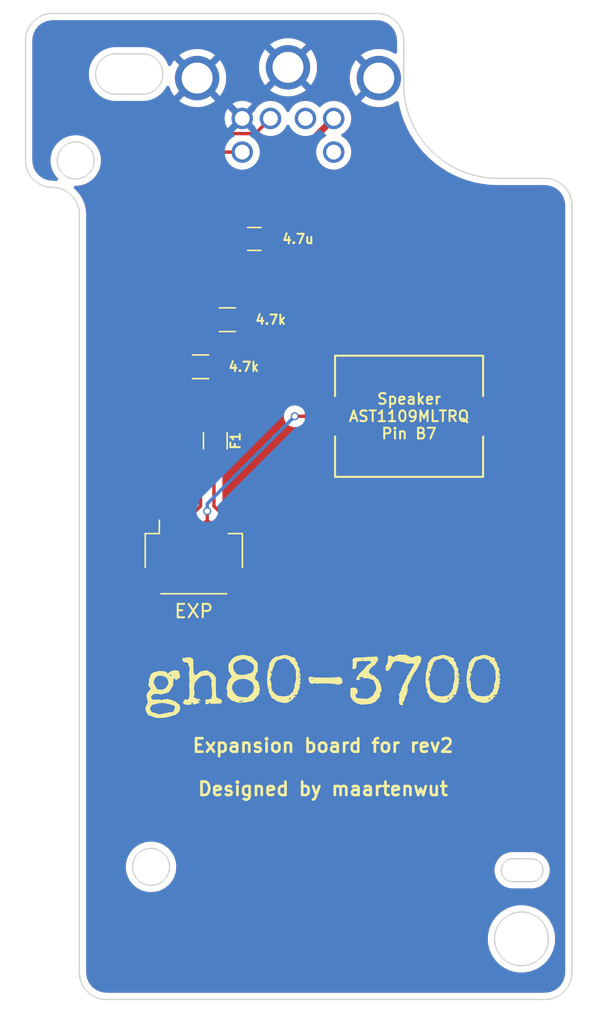
<source format=kicad_pcb>
(kicad_pcb (version 20200518) (host pcbnew "(5.99.0-1789-gecec7192f)")

  (general
    (thickness 1.6)
    (drawings 28)
    (tracks 39)
    (modules 8)
    (nets 7)
  )

  (paper "A4")
  (layers
    (0 "F.Cu" signal)
    (31 "B.Cu" signal)
    (32 "B.Adhes" user)
    (33 "F.Adhes" user)
    (34 "B.Paste" user)
    (35 "F.Paste" user)
    (36 "B.SilkS" user)
    (37 "F.SilkS" user)
    (38 "B.Mask" user)
    (39 "F.Mask" user)
    (40 "Dwgs.User" user)
    (41 "Cmts.User" user)
    (42 "Eco1.User" user)
    (43 "Eco2.User" user)
    (44 "Edge.Cuts" user)
    (45 "Margin" user)
    (46 "B.CrtYd" user)
    (47 "F.CrtYd" user)
    (48 "B.Fab" user)
    (49 "F.Fab" user)
  )

  (setup
    (last_trace_width 0.25)
    (trace_clearance 0.2)
    (zone_clearance 0.5)
    (zone_45_only no)
    (trace_min 0.2)
    (clearance_min 0)
    (via_min_annulus 0.05)
    (via_min_size 0.4)
    (through_hole_min 0.3)
    (hole_to_hole_min 0.25)
    (via_size 0.6)
    (via_drill 0.4)
    (uvia_size 0.3)
    (uvia_drill 0.1)
    (uvias_allowed no)
    (uvia_min_size 0.2)
    (uvia_min_drill 0.1)
    (max_error 0.005)
    (defaults
      (edge_clearance 0.01)
      (edge_cuts_line_width 0.2)
      (courtyard_line_width 0.05)
      (copper_line_width 0.2)
      (copper_text_dims (size 1.5 1.5) (thickness 0.3) keep_upright)
      (silk_line_width 0.12)
      (silk_text_dims (size 1 1) (thickness 0.15) keep_upright)
      (fab_layers_line_width 0.1)
      (fab_layers_text_dims (size 1 1) (thickness 0.15) keep_upright)
      (other_layers_line_width 0.1)
      (other_layers_text_dims (size 1 1) (thickness 0.15) keep_upright)
      (dimension_units 0)
      (dimension_precision 1)
    )
    (pad_size 2.286 2.286)
    (pad_drill 1.4986)
    (pad_to_mask_clearance 0.051)
    (solder_mask_min_width 0.25)
    (aux_axis_origin 0 0)
    (visible_elements 7FFFFFFF)
    (pcbplotparams
      (layerselection 0x010fc_ffffffff)
      (usegerberextensions false)
      (usegerberattributes false)
      (usegerberadvancedattributes false)
      (creategerberjobfile false)
      (svguseinch false)
      (svgprecision 6)
      (excludeedgelayer true)
      (linewidth 0.100000)
      (plotframeref false)
      (viasonmask false)
      (mode 1)
      (useauxorigin false)
      (hpglpennumber 1)
      (hpglpenspeed 20)
      (hpglpendiameter 15.000000)
      (psnegative false)
      (psa4output false)
      (plotreference true)
      (plotvalue true)
      (plotinvisibletext false)
      (sketchpadsonfab false)
      (subtractmaskfromsilk false)
      (outputformat 1)
      (mirror false)
      (drillshape 0)
      (scaleselection 1)
      (outputdirectory "./gerbers")
    )
  )

  (net 0 "")
  (net 1 "GND")
  (net 2 "VCC")
  (net 3 "CLK")
  (net 4 "DATA")
  (net 5 "Net-(F1-Pad2)")
  (net 6 "speaker")

  (net_class "Default" "This is the default net class."
    (clearance 0.2)
    (trace_width 0.25)
    (via_dia 0.6)
    (via_drill 0.4)
    (uvia_dia 0.3)
    (uvia_drill 0.1)
    (add_net "CLK")
    (add_net "DATA")
    (add_net "GND")
    (add_net "Net-(F1-Pad2)")
    (add_net "speaker")
  )

  (net_class "VCC" ""
    (clearance 0.2)
    (trace_width 0.5)
    (via_dia 0.6)
    (via_drill 0.4)
    (uvia_dia 0.3)
    (uvia_drill 0.1)
    (add_net "VCC")
  )

  (module "footprints:logo" locked (layer "F.Cu") (tedit 0) (tstamp ebfd51c2-4a66-4bcc-a598-9e8e07fb2629)
    (at 65 50)
    (fp_text reference "G***" (at 0 0) (layer "F.SilkS") hide
      (effects (font (size 1.524 1.524) (thickness 0.3)))
    )
    (fp_text value "LOGO" (at 0.75 0) (layer "F.SilkS") hide
      (effects (font (size 1.524 1.524) (thickness 0.3)))
    )
    (fp_poly (pts (xy 1.14448 -0.714215) (xy 1.213705 -0.691971) (xy 1.287404 -0.662006) (xy 1.351196 -0.630139)
      (xy 1.389474 -0.603449) (xy 1.416841 -0.565777) (xy 1.426032 -0.532211) (xy 1.416135 -0.513476)
      (xy 1.397 -0.515065) (xy 1.37181 -0.516095) (xy 1.367692 -0.508703) (xy 1.383816 -0.489396)
      (xy 1.407053 -0.478602) (xy 1.4345 -0.462719) (xy 1.436927 -0.450759) (xy 1.435311 -0.423074)
      (xy 1.444284 -0.37675) (xy 1.445237 -0.373354) (xy 1.453021 -0.329667) (xy 1.442484 -0.293783)
      (xy 1.408479 -0.249176) (xy 1.405506 -0.245777) (xy 1.35749 -0.202428) (xy 1.307665 -0.173993)
      (xy 1.294335 -0.170108) (xy 1.238681 -0.158812) (xy 1.201615 -0.150467) (xy 1.161653 -0.148206)
      (xy 1.098848 -0.152206) (xy 1.045308 -0.158931) (xy 0.954674 -0.173243) (xy 0.855986 -0.189447)
      (xy 0.810846 -0.197104) (xy 0.737291 -0.206272) (xy 0.634237 -0.214235) (xy 0.508744 -0.220884)
      (xy 0.367875 -0.226113) (xy 0.21869 -0.229811) (xy 0.06825 -0.231871) (xy -0.076384 -0.232185)
      (xy -0.20815 -0.230645) (xy -0.319987 -0.227141) (xy -0.404835 -0.221567) (xy -0.4445 -0.216353)
      (xy -0.496505 -0.208465) (xy -0.520768 -0.212713) (xy -0.527427 -0.231627) (xy -0.527538 -0.237085)
      (xy -0.541956 -0.265387) (xy -0.574236 -0.273464) (xy -0.60792 -0.259771) (xy -0.619375 -0.245698)
      (xy -0.650166 -0.226871) (xy -0.717957 -0.215208) (xy -0.765837 -0.212) (xy -0.839353 -0.210471)
      (xy -0.886622 -0.215908) (xy -0.920253 -0.231149) (xy -0.946076 -0.252554) (xy -1.001513 -0.328011)
      (xy -1.040595 -0.43055) (xy -1.059136 -0.546754) (xy -0.834191 -0.546754) (xy -0.828658 -0.524744)
      (xy -0.805482 -0.510431) (xy -0.781674 -0.527006) (xy -0.766347 -0.567511) (xy -0.765598 -0.572887)
      (xy -0.766167 -0.609529) (xy -0.783062 -0.615632) (xy -0.788511 -0.613831) (xy -0.821065 -0.586259)
      (xy -0.834191 -0.546754) (xy -1.059136 -0.546754) (xy -1.059704 -0.550309) (xy -1.060433 -0.564157)
      (xy -1.064846 -0.66916) (xy -0.963141 -0.702775) (xy -0.896031 -0.720564) (xy -0.852867 -0.722687)
      (xy -0.843326 -0.71828) (xy -0.815632 -0.707097) (xy -0.759461 -0.694493) (xy -0.685302 -0.682002)
      (xy -0.603645 -0.671158) (xy -0.524978 -0.663496) (xy -0.45979 -0.660549) (xy -0.449385 -0.660658)
      (xy -0.392318 -0.661365) (xy -0.306321 -0.661642) (xy -0.201539 -0.661526) (xy -0.088115 -0.661055)
      (xy 0.023807 -0.660263) (xy 0.124081 -0.659189) (xy 0.175846 -0.658399) (xy 0.252771 -0.658089)
      (xy 0.322486 -0.659599) (xy 0.361462 -0.661916) (xy 0.42136 -0.662011) (xy 0.488979 -0.654508)
      (xy 0.495209 -0.653375) (xy 0.553405 -0.649413) (xy 0.635092 -0.652917) (xy 0.725539 -0.663214)
      (xy 0.732101 -0.664215) (xy 0.829319 -0.676679) (xy 0.898422 -0.678579) (xy 0.948872 -0.670081)
      (xy 0.95481 -0.668133) (xy 0.998888 -0.656634) (xy 1.023084 -0.665433) (xy 1.036105 -0.684904)
      (xy 1.068135 -0.715651) (xy 1.094108 -0.722923) (xy 1.14448 -0.714215)) (layer "F.SilkS") (width 0.01))
    (fp_poly (pts (xy -5.804357 -2.336616) (xy -5.720293 -2.320224) (xy -5.637691 -2.297797) (xy -5.552142 -2.274951)
      (xy -5.473241 -2.257418) (xy -5.413678 -2.247891) (xy -5.397748 -2.246923) (xy -5.343134 -2.237003)
      (xy -5.294371 -2.20185) (xy -5.275577 -2.181742) (xy -5.221914 -2.128506) (xy -5.157937 -2.075309)
      (xy -5.139405 -2.061854) (xy -5.091864 -2.021803) (xy -5.063977 -1.984192) (xy -5.060462 -1.970727)
      (xy -5.045234 -1.939799) (xy -5.023421 -1.934307) (xy -4.989134 -1.916851) (xy -4.945129 -1.867463)
      (xy -4.920845 -1.832128) (xy -4.855308 -1.729948) (xy -4.855308 -1.143) (xy -4.930423 -1.010821)
      (xy -4.994011 -0.881256) (xy -5.038068 -0.753881) (xy -5.059 -0.639769) (xy -5.06023 -0.611031)
      (xy -5.055279 -0.571869) (xy -5.03542 -0.536892) (xy -4.993633 -0.496234) (xy -4.957885 -0.467186)
      (xy -4.89877 -0.416697) (xy -4.848415 -0.366827) (xy -4.821715 -0.333939) (xy -4.805021 -0.295168)
      (xy -4.78373 -0.227233) (xy -4.760461 -0.139372) (xy -4.737836 -0.040827) (xy -4.735717 -0.030779)
      (xy -4.714523 0.072435) (xy -4.701132 0.145919) (xy -4.695025 0.198122) (xy -4.695682 0.237497)
      (xy -4.702585 0.272492) (xy -4.714752 0.310237) (xy -4.731471 0.375529) (xy -4.73697 0.434888)
      (xy -4.735133 0.453424) (xy -4.734641 0.496232) (xy -4.751857 0.54637) (xy -4.789438 0.607822)
      (xy -4.85004 0.684573) (xy -4.936318 0.780608) (xy -4.992849 0.840154) (xy -5.060016 0.910968)
      (xy -5.116918 0.972862) (xy -5.158186 1.019859) (xy -5.178454 1.045979) (xy -5.179455 1.047997)
      (xy -5.201951 1.06151) (xy -5.256946 1.078375) (xy -5.338113 1.097535) (xy -5.439122 1.117932)
      (xy -5.553647 1.138509) (xy -5.67536 1.158208) (xy -5.797932 1.175974) (xy -5.915035 1.190747)
      (xy -6.020341 1.201471) (xy -6.107523 1.207088) (xy -6.135077 1.207666) (xy -6.229498 1.207237)
      (xy -6.297065 1.203547) (xy -6.349992 1.19423) (xy -6.400492 1.176921) (xy -6.460778 1.149254)
      (xy -6.476612 1.14152) (xy -6.551498 1.108808) (xy -6.613782 1.087662) (xy -6.228011 1.087662)
      (xy -6.226479 1.121516) (xy -6.223467 1.131759) (xy -6.195485 1.164922) (xy -6.146741 1.174388)
      (xy -6.086934 1.16094) (xy -6.025763 1.12536) (xy -6.01327 1.114806) (xy -5.974215 1.075306)
      (xy -5.962244 1.047313) (xy -5.971129 1.021999) (xy -6.003824 0.99064) (xy -6.0345 0.994337)
      (xy -6.053067 1.031435) (xy -6.053693 1.035539) (xy -6.066886 1.085925) (xy -6.094049 1.104015)
      (xy -6.143957 1.094865) (xy -6.151962 1.092152) (xy -6.204598 1.078664) (xy -6.228011 1.087662)
      (xy -6.613782 1.087662) (xy -6.621709 1.084971) (xy -6.673166 1.074714) (xy -6.676825 1.074616)
      (xy -6.742021 1.059611) (xy -6.811918 1.011954) (xy -6.813982 1.010149) (xy -6.875913 0.957543)
      (xy -6.945596 0.900917) (xy -6.970934 0.881041) (xy -7.05938 0.792344) (xy -7.111357 0.690509)
      (xy -7.127313 0.574192) (xy -7.111725 0.458007) (xy -7.098586 0.393638) (xy -7.098343 0.345873)
      (xy -7.112763 0.295141) (xy -7.130257 0.252648) (xy -7.173783 0.15147) (xy -7.161711 0.095265)
      (xy -6.759879 0.095265) (xy -6.754626 0.172048) (xy -6.737359 0.244716) (xy -6.704867 0.318957)
      (xy -6.653939 0.400456) (xy -6.581365 0.494902) (xy -6.483933 0.607981) (xy -6.447692 0.648246)
      (xy -6.408935 0.686958) (xy -6.369264 0.713882) (xy -6.317239 0.734504) (xy -6.241415 0.754314)
      (xy -6.213231 0.760716) (xy -6.051232 0.786564) (xy -5.857535 0.798527) (xy -5.79854 0.79943)
      (xy -5.549927 0.801077) (xy -5.520008 0.743222) (xy -5.485374 0.699274) (xy -5.431206 0.653022)
      (xy -5.400805 0.633041) (xy -5.314643 0.565468) (xy -5.233816 0.465455) (xy -5.194513 0.402501)
      (xy -5.182282 0.368002) (xy -5.166998 0.306393) (xy -5.151014 0.229264) (xy -5.136686 0.148206)
      (xy -5.126368 0.074809) (xy -5.124652 0.058616) (xy -5.123363 0.0082) (xy -5.132197 -0.041311)
      (xy -5.154415 -0.10128) (xy -5.193276 -0.183069) (xy -5.194908 -0.186327) (xy -5.232862 -0.260138)
      (xy -5.264169 -0.310681) (xy -5.298486 -0.347867) (xy -5.345469 -0.381608) (xy -5.414776 -0.421816)
      (xy -5.435702 -0.433472) (xy -5.547465 -0.49207) (xy -5.641777 -0.531147) (xy -5.732609 -0.554408)
      (xy -5.833936 -0.56556) (xy -5.944123 -0.568302) (xy -6.127972 -0.554008) (xy -6.294361 -0.5119)
      (xy -6.44021 -0.444483) (xy -6.56244 -0.354262) (xy -6.657969 -0.243742) (xy -6.723719 -0.115428)
      (xy -6.756609 0.028173) (xy -6.759879 0.095265) (xy -7.161711 0.095265) (xy -7.131286 -0.04638)
      (xy -7.093699 -0.208923) (xy -7.056861 -0.33847) (xy -7.018021 -0.440941) (xy -6.974423 -0.522261)
      (xy -6.923314 -0.58835) (xy -6.861941 -0.645132) (xy -6.847695 -0.656271) (xy -6.805999 -0.693667)
      (xy -6.782076 -0.725957) (xy -6.779846 -0.734338) (xy -6.789297 -0.765719) (xy -6.813967 -0.819971)
      (xy -6.84833 -0.886849) (xy -6.886859 -0.956108) (xy -6.924028 -1.017502) (xy -6.954313 -1.060788)
      (xy -6.958753 -1.066031) (xy -6.975445 -1.093168) (xy -6.988707 -1.136695) (xy -6.99982 -1.203185)
      (xy -7.010063 -1.299213) (xy -7.014719 -1.353698) (xy -7.022946 -1.47815) (xy -7.02299 -1.486203)
      (xy -6.677 -1.486203) (xy -6.667425 -1.352737) (xy -6.62215 -1.216422) (xy -6.541646 -1.080377)
      (xy -6.476032 -0.999512) (xy -6.425043 -0.947717) (xy -6.374714 -0.910825) (xy -6.316922 -0.8863)
      (xy -6.243545 -0.871606) (xy -6.14646 -0.864206) (xy -6.034686 -0.861711) (xy -5.922957 -0.86277)
      (xy -5.833338 -0.869882) (xy -5.749054 -0.885208) (xy -5.653686 -0.910805) (xy -5.566052 -0.936157)
      (xy -5.482888 -0.95933) (xy -5.418193 -0.976451) (xy -5.402385 -0.980325) (xy -5.336808 -1.005445)
      (xy -5.27838 -1.042928) (xy -5.271918 -1.04874) (xy -5.212536 -1.12621) (xy -5.165707 -1.226828)
      (xy -5.134847 -1.337931) (xy -5.123372 -1.446861) (xy -5.134697 -1.540957) (xy -5.137055 -1.548581)
      (xy -5.176194 -1.619632) (xy -5.245688 -1.697218) (xy -5.338835 -1.775476) (xy -5.448933 -1.848544)
      (xy -5.529946 -1.892218) (xy -5.611996 -1.933066) (xy -5.688897 -1.972463) (xy -5.748098 -2.00394)
      (xy -5.763846 -2.012769) (xy -5.838953 -2.041445) (xy -5.887789 -2.040153) (xy -5.947408 -2.031679)
      (xy -6.013521 -2.028093) (xy -6.014318 -2.028092) (xy -6.080929 -2.015961) (xy -6.111291 -1.990969)
      (xy -6.153816 -1.960996) (xy -6.196828 -1.953846) (xy -6.260555 -1.941492) (xy -6.341133 -1.908786)
      (xy -6.427056 -1.862265) (xy -6.50682 -1.808465) (xy -6.56892 -1.753922) (xy -6.587152 -1.732108)
      (xy -6.6504 -1.6137) (xy -6.677 -1.486203) (xy -7.02299 -1.486203) (xy -7.023461 -1.571592)
      (xy -7.014723 -1.641599) (xy -6.99519 -1.695748) (xy -6.963322 -1.741616) (xy -6.928683 -1.776727)
      (xy -6.887643 -1.829529) (xy -6.858817 -1.892331) (xy -6.857939 -1.895456) (xy -6.826925 -1.959598)
      (xy -6.78908 -1.993209) (xy -6.74278 -2.030528) (xy -6.715652 -2.067871) (xy -6.683731 -2.103565)
      (xy -6.624482 -2.146588) (xy -6.547675 -2.191999) (xy -6.463081 -2.234857) (xy -6.380471 -2.270219)
      (xy -6.309617 -2.293144) (xy -6.260289 -2.29869) (xy -6.259498 -2.298575) (xy -6.210005 -2.298312)
      (xy -6.176698 -2.31081) (xy -6.176623 -2.310885) (xy -6.148268 -2.321549) (xy -6.091236 -2.331371)
      (xy -6.015917 -2.338749) (xy -5.983818 -2.340618) (xy -5.885967 -2.342643) (xy -5.804357 -2.336616)) (layer "F.SilkS") (width 0.01))
    (fp_poly (pts (xy 12.078313 -2.33734) (xy 12.165827 -2.318092) (xy 12.26033 -2.290737) (xy 12.349354 -2.259142)
      (xy 12.420432 -2.227173) (xy 12.451369 -2.207816) (xy 12.507728 -2.179351) (xy 12.564596 -2.168769)
      (xy 12.619596 -2.158735) (xy 12.685685 -2.133341) (xy 12.714604 -2.118123) (xy 12.766205 -2.084031)
      (xy 12.789346 -2.052032) (xy 12.787875 -2.009543) (xy 12.766884 -1.947212) (xy 12.774286 -1.915882)
      (xy 12.815647 -1.88628) (xy 12.86117 -1.851064) (xy 12.875846 -1.815962) (xy 12.88873 -1.778606)
      (xy 12.905154 -1.765527) (xy 12.927363 -1.736474) (xy 12.934462 -1.677589) (xy 12.947352 -1.581929)
      (xy 12.988226 -1.482962) (xy 13.049504 -1.387151) (xy 13.094541 -1.310218) (xy 13.108447 -1.238984)
      (xy 13.09343 -1.158766) (xy 13.086783 -1.139332) (xy 13.075443 -1.0986) (xy 13.077034 -1.061312)
      (xy 13.093908 -1.013604) (xy 13.11609 -0.96655) (xy 13.156494 -0.864043) (xy 13.167007 -0.783034)
      (xy 13.147491 -0.725016) (xy 13.139615 -0.715945) (xy 13.115376 -0.67926) (xy 13.110308 -0.658326)
      (xy 13.124151 -0.622818) (xy 13.139615 -0.605692) (xy 13.163541 -0.563336) (xy 13.165256 -0.505602)
      (xy 13.144823 -0.44922) (xy 13.138994 -0.440765) (xy 13.114352 -0.395226) (xy 13.117721 -0.351257)
      (xy 13.150265 -0.296082) (xy 13.152455 -0.293102) (xy 13.178807 -0.251438) (xy 13.180698 -0.223754)
      (xy 13.16888 -0.205102) (xy 13.12973 -0.183335) (xy 13.087656 -0.186299) (xy 13.044245 -0.187757)
      (xy 13.03305 -0.171564) (xy 13.056639 -0.145523) (xy 13.071342 -0.136709) (xy 13.095831 -0.116748)
      (xy 13.103463 -0.084467) (xy 13.098794 -0.033445) (xy 13.082835 0.055543) (xy 13.061587 0.143095)
      (xy 13.038028 0.219266) (xy 13.015138 0.274113) (xy 13.000365 0.295136) (xy 12.982991 0.327951)
      (xy 12.973918 0.380993) (xy 12.973538 0.394176) (xy 12.962091 0.466958) (xy 12.933141 0.541069)
      (xy 12.929577 0.547499) (xy 12.89973 0.59451) (xy 12.873319 0.614617) (xy 12.836256 0.615843)
      (xy 12.81495 0.612789) (xy 12.74897 0.612069) (xy 12.695195 0.628838) (xy 12.664409 0.658757)
      (xy 12.660923 0.674765) (xy 12.674264 0.699368) (xy 12.705296 0.699472) (xy 12.735169 0.679939)
      (xy 12.764078 0.66831) (xy 12.786003 0.685881) (xy 12.792271 0.722809) (xy 12.788547 0.740495)
      (xy 12.767985 0.770366) (xy 12.724806 0.781131) (xy 12.708453 0.781539) (xy 12.657327 0.78707)
      (xy 12.642718 0.80447) (xy 12.662114 0.83353) (xy 12.66045 0.856942) (xy 12.63181 0.89603)
      (xy 12.582259 0.945606) (xy 12.517863 1.000485) (xy 12.444689 1.05548) (xy 12.368803 1.105404)
      (xy 12.299609 1.143467) (xy 12.188156 1.190393) (xy 12.086367 1.215122) (xy 11.980064 1.219383)
      (xy 11.855068 1.204903) (xy 11.830538 1.200629) (xy 11.663869 1.165673) (xy 11.520187 1.125685)
      (xy 11.403917 1.082228) (xy 11.319484 1.036865) (xy 11.284388 1.007757) (xy 11.229618 0.960759)
      (xy 11.18274 0.932285) (xy 12.289692 0.932285) (xy 12.302485 0.95063) (xy 12.344839 0.954819)
      (xy 12.362962 0.95368) (xy 12.412273 0.945644) (xy 12.434898 0.926397) (xy 12.442413 0.893885)
      (xy 12.441394 0.854608) (xy 12.420132 0.840987) (xy 12.404875 0.840154) (xy 12.355539 0.853566)
      (xy 12.312415 0.885911) (xy 12.2903 0.925353) (xy 12.289692 0.932285) (xy 11.18274 0.932285)
      (xy 11.169083 0.92399) (xy 11.156462 0.918583) (xy 11.069079 0.870844) (xy 11.004109 0.80614)
      (xy 10.96963 0.732671) (xy 10.968665 0.727938) (xy 10.950518 0.674977) (xy 10.916915 0.608616)
      (xy 10.88854 0.563243) (xy 10.830532 0.471174) (xy 10.79903 0.400067) (xy 10.792139 0.344042)
      (xy 10.804765 0.302854) (xy 10.817921 0.266741) (xy 10.809406 0.232698) (xy 10.787527 0.19861)
      (xy 10.757862 0.13802) (xy 10.730697 0.047687) (xy 10.707758 -0.063063) (xy 10.69077 -0.184905)
      (xy 10.68146 -0.308512) (xy 10.680289 -0.381) (xy 10.682279 -0.525158) (xy 10.873863 -0.525158)
      (xy 10.88194 -0.501974) (xy 10.900509 -0.480644) (xy 10.931851 -0.440551) (xy 10.954598 -0.392549)
      (xy 10.970834 -0.328673) (xy 10.982642 -0.240954) (xy 10.991313 -0.133435) (xy 10.996761 -0.039066)
      (xy 10.997631 0.024363) (xy 10.993314 0.064784) (xy 10.983203 0.090131) (xy 10.973257 0.102259)
      (xy 10.945704 0.135633) (xy 10.947225 0.148894) (xy 10.97731 0.138535) (xy 10.978459 0.137924)
      (xy 11.008531 0.129548) (xy 11.024473 0.152822) (xy 11.027038 0.161659) (xy 11.035665 0.213492)
      (xy 11.038964 0.267338) (xy 11.047981 0.317821) (xy 11.077676 0.341719) (xy 11.078387 0.341948)
      (xy 11.116365 0.367926) (xy 11.14356 0.404032) (xy 11.172561 0.442544) (xy 11.22256 0.493829)
      (xy 11.284481 0.550126) (xy 11.349248 0.60367) (xy 11.407786 0.646701) (xy 11.451016 0.671454)
      (xy 11.459308 0.674087) (xy 11.544346 0.690144) (xy 11.64367 0.706412) (xy 11.745001 0.721138)
      (xy 11.836061 0.73257) (xy 11.904571 0.738955) (xy 11.918462 0.739613) (xy 11.985017 0.734962)
      (xy 12.067969 0.720298) (xy 12.133385 0.703385) (xy 12.208859 0.683099) (xy 12.278538 0.669007)
      (xy 12.321766 0.664457) (xy 12.368897 0.657046) (xy 12.391259 0.630036) (xy 12.394284 0.61994)
      (xy 12.417171 0.57554) (xy 12.461666 0.519422) (xy 12.517726 0.462788) (xy 12.57531 0.41684)
      (xy 12.577885 0.415132) (xy 12.612083 0.376483) (xy 12.621846 0.318074) (xy 12.640769 0.237771)
      (xy 12.670692 0.191822) (xy 12.701884 0.14202) (xy 12.71957 0.07828) (xy 12.725287 -0.008016)
      (xy 12.722359 -0.097692) (xy 12.729088 -0.159867) (xy 12.750886 -0.228313) (xy 12.758016 -0.243477)
      (xy 12.783264 -0.306304) (xy 12.79699 -0.366843) (xy 12.797813 -0.380246) (xy 12.807389 -0.441866)
      (xy 12.827596 -0.496496) (xy 12.846389 -0.549344) (xy 12.840509 -0.603112) (xy 12.835866 -0.618199)
      (xy 12.827269 -0.666552) (xy 12.821743 -0.745358) (xy 12.821135 -0.775317) (xy 12.998948 -0.775317)
      (xy 13.012624 -0.752221) (xy 13.049319 -0.728959) (xy 13.085675 -0.734347) (xy 13.10631 -0.765439)
      (xy 13.095926 -0.79463) (xy 13.063462 -0.81302) (xy 13.02568 -0.814091) (xy 13.007569 -0.803846)
      (xy 12.998948 -0.775317) (xy 12.821135 -0.775317) (xy 12.819697 -0.84608) (xy 12.820736 -0.932549)
      (xy 12.827 -1.182077) (xy 12.722374 -1.410987) (xy 12.671454 -1.516907) (xy 12.628807 -1.594332)
      (xy 12.596278 -1.640119) (xy 12.581598 -1.651372) (xy 12.542776 -1.67584) (xy 12.492462 -1.72315)
      (xy 12.439575 -1.782826) (xy 12.393035 -1.844387) (xy 12.361762 -1.897356) (xy 12.354463 -1.918185)
      (xy 12.335724 -1.960793) (xy 12.311673 -1.973493) (xy 12.23361 -1.986159) (xy 12.148553 -2.018392)
      (xy 12.077257 -2.062241) (xy 12.074885 -2.064208) (xy 12.015172 -2.114453) (xy 11.854471 -2.064886)
      (xy 11.766613 -2.039637) (xy 11.679983 -2.017812) (xy 11.610926 -2.003472) (xy 11.600962 -2.001902)
      (xy 11.537944 -1.987281) (xy 11.50947 -1.967305) (xy 11.508154 -1.961397) (xy 11.490017 -1.940771)
      (xy 11.439769 -1.934307) (xy 11.392522 -1.929857) (xy 11.373508 -1.912687) (xy 11.371385 -1.895935)
      (xy 11.356164 -1.860465) (xy 11.318186 -1.821138) (xy 11.307132 -1.812896) (xy 11.260072 -1.769026)
      (xy 11.25036 -1.731906) (xy 11.24564 -1.699409) (xy 11.226874 -1.641418) (xy 11.197395 -1.56744)
      (xy 11.17541 -1.518167) (xy 11.13627 -1.426706) (xy 11.101727 -1.333057) (xy 11.077202 -1.252429)
      (xy 11.071066 -1.225446) (xy 11.049153 -1.110139) (xy 10.985935 -1.120398) (xy 10.934837 -1.123481)
      (xy 10.915266 -1.109123) (xy 10.926578 -1.074575) (xy 10.963214 -1.023212) (xy 11.000997 -0.968846)
      (xy 11.015579 -0.923198) (xy 11.013725 -0.875022) (xy 10.995551 -0.810188) (xy 10.964777 -0.752551)
      (xy 10.963027 -0.750272) (xy 10.933675 -0.693757) (xy 10.922 -0.634757) (xy 10.913245 -0.58284)
      (xy 10.892178 -0.546651) (xy 10.892041 -0.546536) (xy 10.873863 -0.525158) (xy 10.682279 -0.525158)
      (xy 10.682816 -0.563969) (xy 10.686703 -0.714094) (xy 10.6926 -0.8376) (xy 10.701156 -0.940715)
      (xy 10.713021 -1.029665) (xy 10.728844 -1.110674) (xy 10.749275 -1.189971) (xy 10.772682 -1.266708)
      (xy 10.808809 -1.38713) (xy 10.831116 -1.483547) (xy 10.841908 -1.567545) (xy 10.843846 -1.624302)
      (xy 10.844618 -1.695893) (xy 10.849393 -1.738272) (xy 10.861863 -1.761301) (xy 10.885719 -1.774843)
      (xy 10.902462 -1.780927) (xy 10.945202 -1.803768) (xy 10.96025 -1.840272) (xy 10.961077 -1.858918)
      (xy 10.968739 -1.898109) (xy 10.995237 -1.942085) (xy 11.045837 -1.998741) (xy 11.071099 -2.023891)
      (xy 11.133391 -2.079977) (xy 11.194915 -2.127579) (xy 11.243283 -2.157194) (xy 11.246946 -2.158811)
      (xy 11.290195 -2.182518) (xy 11.312102 -2.205557) (xy 11.312769 -2.209067) (xy 11.327478 -2.222304)
      (xy 11.37405 -2.222117) (xy 11.400215 -2.218708) (xy 11.471668 -2.215047) (xy 11.539419 -2.230662)
      (xy 11.580945 -2.247754) (xy 11.680377 -2.284553) (xy 11.797233 -2.315612) (xy 11.913896 -2.336955)
      (xy 12.010253 -2.344615) (xy 12.078313 -2.33734)) (layer "F.SilkS") (width 0.01))
    (fp_poly (pts (xy 9.030313 -2.33734) (xy 9.117827 -2.318092) (xy 9.21233 -2.290737) (xy 9.301354 -2.259142)
      (xy 9.372432 -2.227173) (xy 9.403369 -2.207816) (xy 9.459728 -2.179351) (xy 9.516596 -2.168769)
      (xy 9.571596 -2.158735) (xy 9.637685 -2.133341) (xy 9.666604 -2.118123) (xy 9.718205 -2.084031)
      (xy 9.741346 -2.052032) (xy 9.739875 -2.009543) (xy 9.718884 -1.947212) (xy 9.726286 -1.915882)
      (xy 9.767647 -1.88628) (xy 9.81317 -1.851064) (xy 9.827846 -1.815962) (xy 9.84073 -1.778606)
      (xy 9.857154 -1.765527) (xy 9.879363 -1.736474) (xy 9.886462 -1.677589) (xy 9.899352 -1.581929)
      (xy 9.940226 -1.482962) (xy 10.001504 -1.387151) (xy 10.046541 -1.310218) (xy 10.060447 -1.238984)
      (xy 10.04543 -1.158766) (xy 10.038783 -1.139332) (xy 10.027443 -1.0986) (xy 10.029034 -1.061312)
      (xy 10.045908 -1.013604) (xy 10.06809 -0.96655) (xy 10.108494 -0.864043) (xy 10.119007 -0.783034)
      (xy 10.099491 -0.725016) (xy 10.091615 -0.715945) (xy 10.067376 -0.67926) (xy 10.062308 -0.658326)
      (xy 10.076151 -0.622818) (xy 10.091615 -0.605692) (xy 10.115541 -0.563336) (xy 10.117256 -0.505602)
      (xy 10.096823 -0.44922) (xy 10.090994 -0.440765) (xy 10.066352 -0.395226) (xy 10.069721 -0.351257)
      (xy 10.102265 -0.296082) (xy 10.104455 -0.293102) (xy 10.130807 -0.251438) (xy 10.132698 -0.223754)
      (xy 10.12088 -0.205102) (xy 10.08173 -0.183335) (xy 10.039656 -0.186299) (xy 9.996245 -0.187757)
      (xy 9.98505 -0.171564) (xy 10.008639 -0.145523) (xy 10.023342 -0.136709) (xy 10.047831 -0.116748)
      (xy 10.055463 -0.084467) (xy 10.050794 -0.033445) (xy 10.034835 0.055543) (xy 10.013587 0.143095)
      (xy 9.990028 0.219266) (xy 9.967138 0.274113) (xy 9.952365 0.295136) (xy 9.934991 0.327951)
      (xy 9.925918 0.380993) (xy 9.925538 0.394176) (xy 9.914091 0.466958) (xy 9.885141 0.541069)
      (xy 9.881577 0.547499) (xy 9.85173 0.59451) (xy 9.825319 0.614617) (xy 9.788256 0.615843)
      (xy 9.76695 0.612789) (xy 9.70097 0.612069) (xy 9.647195 0.628838) (xy 9.616409 0.658757)
      (xy 9.612923 0.674765) (xy 9.626264 0.699368) (xy 9.657296 0.699472) (xy 9.687169 0.679939)
      (xy 9.716078 0.66831) (xy 9.738003 0.685881) (xy 9.744271 0.722809) (xy 9.740547 0.740495)
      (xy 9.719985 0.770366) (xy 9.676806 0.781131) (xy 9.660453 0.781539) (xy 9.609327 0.78707)
      (xy 9.594718 0.80447) (xy 9.614114 0.83353) (xy 9.61245 0.856942) (xy 9.58381 0.89603)
      (xy 9.534259 0.945606) (xy 9.469863 1.000485) (xy 9.396689 1.05548) (xy 9.320803 1.105404)
      (xy 9.251609 1.143467) (xy 9.140156 1.190393) (xy 9.038367 1.215122) (xy 8.932064 1.219383)
      (xy 8.807068 1.204903) (xy 8.782538 1.200629) (xy 8.615869 1.165673) (xy 8.472187 1.125685)
      (xy 8.355917 1.082228) (xy 8.271484 1.036865) (xy 8.236388 1.007757) (xy 8.181618 0.960759)
      (xy 8.13474 0.932285) (xy 9.241692 0.932285) (xy 9.254485 0.95063) (xy 9.296839 0.954819)
      (xy 9.314962 0.95368) (xy 9.364273 0.945644) (xy 9.386898 0.926397) (xy 9.394413 0.893885)
      (xy 9.393394 0.854608) (xy 9.372132 0.840987) (xy 9.356875 0.840154) (xy 9.307539 0.853566)
      (xy 9.264415 0.885911) (xy 9.2423 0.925353) (xy 9.241692 0.932285) (xy 8.13474 0.932285)
      (xy 8.121083 0.92399) (xy 8.108462 0.918583) (xy 8.021079 0.870844) (xy 7.956109 0.80614)
      (xy 7.92163 0.732671) (xy 7.920665 0.727938) (xy 7.902518 0.674977) (xy 7.868915 0.608616)
      (xy 7.84054 0.563243) (xy 7.782532 0.471174) (xy 7.75103 0.400067) (xy 7.744139 0.344042)
      (xy 7.756765 0.302854) (xy 7.769921 0.266741) (xy 7.761406 0.232698) (xy 7.739527 0.19861)
      (xy 7.709862 0.13802) (xy 7.682697 0.047687) (xy 7.659758 -0.063063) (xy 7.64277 -0.184905)
      (xy 7.63346 -0.308512) (xy 7.632289 -0.381) (xy 7.634279 -0.525158) (xy 7.825863 -0.525158)
      (xy 7.83394 -0.501974) (xy 7.852509 -0.480644) (xy 7.883851 -0.440551) (xy 7.906598 -0.392549)
      (xy 7.922834 -0.328673) (xy 7.934642 -0.240954) (xy 7.943313 -0.133435) (xy 7.948761 -0.039066)
      (xy 7.949631 0.024363) (xy 7.945314 0.064784) (xy 7.935203 0.090131) (xy 7.925257 0.102259)
      (xy 7.897704 0.135633) (xy 7.899225 0.148894) (xy 7.92931 0.138535) (xy 7.930459 0.137924)
      (xy 7.960531 0.129548) (xy 7.976473 0.152822) (xy 7.979038 0.161659) (xy 7.987665 0.213492)
      (xy 7.990964 0.267338) (xy 7.999981 0.317821) (xy 8.029676 0.341719) (xy 8.030387 0.341948)
      (xy 8.068365 0.367926) (xy 8.09556 0.404032) (xy 8.124561 0.442544) (xy 8.17456 0.493829)
      (xy 8.236481 0.550126) (xy 8.301248 0.60367) (xy 8.359786 0.646701) (xy 8.403016 0.671454)
      (xy 8.411308 0.674087) (xy 8.496346 0.690144) (xy 8.59567 0.706412) (xy 8.697001 0.721138)
      (xy 8.788061 0.73257) (xy 8.856571 0.738955) (xy 8.870462 0.739613) (xy 8.937017 0.734962)
      (xy 9.019969 0.720298) (xy 9.085385 0.703385) (xy 9.160859 0.683099) (xy 9.230538 0.669007)
      (xy 9.273766 0.664457) (xy 9.320897 0.657046) (xy 9.343259 0.630036) (xy 9.346284 0.61994)
      (xy 9.369171 0.57554) (xy 9.413666 0.519422) (xy 9.469726 0.462788) (xy 9.52731 0.41684)
      (xy 9.529885 0.415132) (xy 9.564083 0.376483) (xy 9.573846 0.318074) (xy 9.592769 0.237771)
      (xy 9.622692 0.191822) (xy 9.653884 0.14202) (xy 9.67157 0.07828) (xy 9.677287 -0.008016)
      (xy 9.674359 -0.097692) (xy 9.681088 -0.159867) (xy 9.702886 -0.228313) (xy 9.710016 -0.243477)
      (xy 9.735264 -0.306304) (xy 9.74899 -0.366843) (xy 9.749813 -0.380246) (xy 9.759389 -0.441866)
      (xy 9.779596 -0.496496) (xy 9.798389 -0.549344) (xy 9.792509 -0.603112) (xy 9.787866 -0.618199)
      (xy 9.779269 -0.666552) (xy 9.773743 -0.745358) (xy 9.773135 -0.775317) (xy 9.950948 -0.775317)
      (xy 9.964624 -0.752221) (xy 10.001319 -0.728959) (xy 10.037675 -0.734347) (xy 10.05831 -0.765439)
      (xy 10.047926 -0.79463) (xy 10.015462 -0.81302) (xy 9.97768 -0.814091) (xy 9.959569 -0.803846)
      (xy 9.950948 -0.775317) (xy 9.773135 -0.775317) (xy 9.771697 -0.84608) (xy 9.772736 -0.932549)
      (xy 9.779 -1.182077) (xy 9.674374 -1.410987) (xy 9.623454 -1.516907) (xy 9.580807 -1.594332)
      (xy 9.548278 -1.640119) (xy 9.533598 -1.651372) (xy 9.494776 -1.67584) (xy 9.444462 -1.72315)
      (xy 9.391575 -1.782826) (xy 9.345035 -1.844387) (xy 9.313762 -1.897356) (xy 9.306463 -1.918185)
      (xy 9.287724 -1.960793) (xy 9.263673 -1.973493) (xy 9.18561 -1.986159) (xy 9.100553 -2.018392)
      (xy 9.029257 -2.062241) (xy 9.026885 -2.064208) (xy 8.967172 -2.114453) (xy 8.806471 -2.064886)
      (xy 8.718613 -2.039637) (xy 8.631983 -2.017812) (xy 8.562926 -2.003472) (xy 8.552962 -2.001902)
      (xy 8.489944 -1.987281) (xy 8.46147 -1.967305) (xy 8.460154 -1.961397) (xy 8.442017 -1.940771)
      (xy 8.391769 -1.934307) (xy 8.344522 -1.929857) (xy 8.325508 -1.912687) (xy 8.323385 -1.895935)
      (xy 8.308164 -1.860465) (xy 8.270186 -1.821138) (xy 8.259132 -1.812896) (xy 8.212072 -1.769026)
      (xy 8.20236 -1.731906) (xy 8.19764 -1.699409) (xy 8.178874 -1.641418) (xy 8.149395 -1.56744)
      (xy 8.12741 -1.518167) (xy 8.08827 -1.426706) (xy 8.053727 -1.333057) (xy 8.029202 -1.252429)
      (xy 8.023066 -1.225446) (xy 8.001153 -1.110139) (xy 7.937935 -1.120398) (xy 7.886837 -1.123481)
      (xy 7.867266 -1.109123) (xy 7.878578 -1.074575) (xy 7.915214 -1.023212) (xy 7.952997 -0.968846)
      (xy 7.967579 -0.923198) (xy 7.965725 -0.875022) (xy 7.947551 -0.810188) (xy 7.916777 -0.752551)
      (xy 7.915027 -0.750272) (xy 7.885675 -0.693757) (xy 7.874 -0.634757) (xy 7.865245 -0.58284)
      (xy 7.844178 -0.546651) (xy 7.844041 -0.546536) (xy 7.825863 -0.525158) (xy 7.634279 -0.525158)
      (xy 7.634816 -0.563969) (xy 7.638703 -0.714094) (xy 7.6446 -0.8376) (xy 7.653156 -0.940715)
      (xy 7.665021 -1.029665) (xy 7.680844 -1.110674) (xy 7.701275 -1.189971) (xy 7.724682 -1.266708)
      (xy 7.760809 -1.38713) (xy 7.783116 -1.483547) (xy 7.793908 -1.567545) (xy 7.795846 -1.624302)
      (xy 7.796618 -1.695893) (xy 7.801393 -1.738272) (xy 7.813863 -1.761301) (xy 7.837719 -1.774843)
      (xy 7.854462 -1.780927) (xy 7.897202 -1.803768) (xy 7.91225 -1.840272) (xy 7.913077 -1.858918)
      (xy 7.920739 -1.898109) (xy 7.947237 -1.942085) (xy 7.997837 -1.998741) (xy 8.023099 -2.023891)
      (xy 8.085391 -2.079977) (xy 8.146915 -2.127579) (xy 8.195283 -2.157194) (xy 8.198946 -2.158811)
      (xy 8.242195 -2.182518) (xy 8.264102 -2.205557) (xy 8.264769 -2.209067) (xy 8.279478 -2.222304)
      (xy 8.32605 -2.222117) (xy 8.352215 -2.218708) (xy 8.423668 -2.215047) (xy 8.491419 -2.230662)
      (xy 8.532945 -2.247754) (xy 8.632377 -2.284553) (xy 8.749233 -2.315612) (xy 8.865896 -2.336955)
      (xy 8.962253 -2.344615) (xy 9.030313 -2.33734)) (layer "F.SilkS") (width 0.01))
    (fp_poly (pts (xy -2.751379 -2.33734) (xy -2.663865 -2.318092) (xy -2.569362 -2.290737) (xy -2.480339 -2.259142)
      (xy -2.40926 -2.227173) (xy -2.378323 -2.207816) (xy -2.321964 -2.179351) (xy -2.265096 -2.168769)
      (xy -2.210096 -2.158735) (xy -2.144007 -2.133341) (xy -2.115089 -2.118123) (xy -2.063487 -2.084031)
      (xy -2.040346 -2.052032) (xy -2.041817 -2.009543) (xy -2.062808 -1.947212) (xy -2.055406 -1.915882)
      (xy -2.014045 -1.88628) (xy -1.968522 -1.851064) (xy -1.953846 -1.815962) (xy -1.940962 -1.778606)
      (xy -1.924538 -1.765527) (xy -1.902329 -1.736474) (xy -1.895231 -1.677589) (xy -1.882341 -1.581929)
      (xy -1.841467 -1.482962) (xy -1.780189 -1.387151) (xy -1.735151 -1.310218) (xy -1.721245 -1.238984)
      (xy -1.736262 -1.158766) (xy -1.74291 -1.139332) (xy -1.75425 -1.0986) (xy -1.752658 -1.061312)
      (xy -1.735784 -1.013604) (xy -1.713602 -0.96655) (xy -1.673199 -0.864043) (xy -1.662685 -0.783034)
      (xy -1.682201 -0.725016) (xy -1.690077 -0.715945) (xy -1.714316 -0.67926) (xy -1.719385 -0.658326)
      (xy -1.705542 -0.622818) (xy -1.690077 -0.605692) (xy -1.666151 -0.563336) (xy -1.664437 -0.505602)
      (xy -1.68487 -0.44922) (xy -1.690698 -0.440765) (xy -1.71534 -0.395226) (xy -1.711971 -0.351257)
      (xy -1.679428 -0.296082) (xy -1.677237 -0.293102) (xy -1.650885 -0.251438) (xy -1.648994 -0.223754)
      (xy -1.660812 -0.205102) (xy -1.699962 -0.183335) (xy -1.742036 -0.186299) (xy -1.785448 -0.187757)
      (xy -1.796642 -0.171564) (xy -1.773053 -0.145523) (xy -1.75835 -0.136709) (xy -1.733861 -0.116748)
      (xy -1.726229 -0.084467) (xy -1.730898 -0.033445) (xy -1.746857 0.055543) (xy -1.768105 0.143095)
      (xy -1.791664 0.219266) (xy -1.814555 0.274113) (xy -1.829327 0.295136) (xy -1.846702 0.327951)
      (xy -1.855774 0.380993) (xy -1.856154 0.394176) (xy -1.867601 0.466958) (xy -1.896551 0.541069)
      (xy -1.900115 0.547499) (xy -1.929962 0.59451) (xy -1.956373 0.614617) (xy -1.993436 0.615843)
      (xy -2.014743 0.612789) (xy -2.080722 0.612069) (xy -2.134497 0.628838) (xy -2.165284 0.658757)
      (xy -2.168769 0.674765) (xy -2.155429 0.699368) (xy -2.124397 0.699472) (xy -2.094523 0.679939)
      (xy -2.065615 0.66831) (xy -2.043689 0.685881) (xy -2.037421 0.722809) (xy -2.041145 0.740495)
      (xy -2.061707 0.770366) (xy -2.104886 0.781131) (xy -2.12124 0.781539) (xy -2.172366 0.78707)
      (xy -2.186975 0.80447) (xy -2.167579 0.83353) (xy -2.169242 0.856942) (xy -2.197883 0.89603)
      (xy -2.247433 0.945606) (xy -2.311829 1.000485) (xy -2.385003 1.05548) (xy -2.460889 1.105404)
      (xy -2.530084 1.143467) (xy -2.641537 1.190393) (xy -2.743325 1.215122) (xy -2.849628 1.219383)
      (xy -2.974624 1.204903) (xy -2.999154 1.200629) (xy -3.165824 1.165673) (xy -3.309505 1.125685)
      (xy -3.425775 1.082228) (xy -3.510209 1.036865) (xy -3.545304 1.007757) (xy -3.600075 0.960759)
      (xy -3.646953 0.932285) (xy -2.54 0.932285) (xy -2.527208 0.95063) (xy -2.484853 0.954819)
      (xy -2.466731 0.95368) (xy -2.41742 0.945644) (xy -2.394794 0.926397) (xy -2.387279 0.893885)
      (xy -2.388298 0.854608) (xy -2.40956 0.840987) (xy -2.424818 0.840154) (xy -2.474153 0.853566)
      (xy -2.517278 0.885911) (xy -2.539393 0.925353) (xy -2.54 0.932285) (xy -3.646953 0.932285)
      (xy -3.66061 0.92399) (xy -3.673231 0.918583) (xy -3.760613 0.870844) (xy -3.825583 0.80614)
      (xy -3.860062 0.732671) (xy -3.861027 0.727938) (xy -3.879174 0.674977) (xy -3.912777 0.608616)
      (xy -3.941152 0.563243) (xy -3.99916 0.471174) (xy -4.030663 0.400067) (xy -4.037553 0.344042)
      (xy -4.024927 0.302854) (xy -4.011772 0.266741) (xy -4.020286 0.232698) (xy -4.042165 0.19861)
      (xy -4.071831 0.13802) (xy -4.098996 0.047687) (xy -4.121934 -0.063063) (xy -4.138922 -0.184905)
      (xy -4.148233 -0.308512) (xy -4.149403 -0.381) (xy -4.147413 -0.525158) (xy -3.955829 -0.525158)
      (xy -3.947752 -0.501974) (xy -3.929183 -0.480644) (xy -3.897841 -0.440551) (xy -3.875094 -0.392549)
      (xy -3.858858 -0.328673) (xy -3.84705 -0.240954) (xy -3.838379 -0.133435) (xy -3.832931 -0.039066)
      (xy -3.832061 0.024363) (xy -3.836378 0.064784) (xy -3.846489 0.090131) (xy -3.856435 0.102259)
      (xy -3.883988 0.135633) (xy -3.882467 0.148894) (xy -3.852382 0.138535) (xy -3.851234 0.137924)
      (xy -3.821162 0.129548) (xy -3.80522 0.152822) (xy -3.802654 0.161659) (xy -3.794027 0.213492)
      (xy -3.790728 0.267338) (xy -3.781711 0.317821) (xy -3.752016 0.341719) (xy -3.751306 0.341948)
      (xy -3.713328 0.367926) (xy -3.686132 0.404032) (xy -3.657132 0.442544) (xy -3.607133 0.493829)
      (xy -3.545211 0.550126) (xy -3.480444 0.60367) (xy -3.421907 0.646701) (xy -3.378676 0.671454)
      (xy -3.370385 0.674087) (xy -3.285347 0.690144) (xy -3.186023 0.706412) (xy -3.084692 0.721138)
      (xy -2.993632 0.73257) (xy -2.925122 0.738955) (xy -2.911231 0.739613) (xy -2.844675 0.734962)
      (xy -2.761724 0.720298) (xy -2.696308 0.703385) (xy -2.620833 0.683099) (xy -2.551154 0.669007)
      (xy -2.507926 0.664457) (xy -2.460795 0.657046) (xy -2.438433 0.630036) (xy -2.435408 0.61994)
      (xy -2.412521 0.57554) (xy -2.368027 0.519422) (xy -2.311966 0.462788) (xy -2.254382 0.41684)
      (xy -2.251808 0.415132) (xy -2.217609 0.376483) (xy -2.207846 0.318074) (xy -2.188924 0.237771)
      (xy -2.159 0.191822) (xy -2.127808 0.14202) (xy -2.110122 0.07828) (xy -2.104405 -0.008016)
      (xy -2.107333 -0.097692) (xy -2.100604 -0.159867) (xy -2.078806 -0.228313) (xy -2.071676 -0.243477)
      (xy -2.046428 -0.306304) (xy -2.032702 -0.366843) (xy -2.03188 -0.380246) (xy -2.022303 -0.441866)
      (xy -2.002096 -0.496496) (xy -1.983303 -0.549344) (xy -1.989184 -0.603112) (xy -1.993827 -0.618199)
      (xy -2.002423 -0.666552) (xy -2.007949 -0.745358) (xy -2.008557 -0.775317) (xy -1.830744 -0.775317)
      (xy -1.817069 -0.752221) (xy -1.780373 -0.728959) (xy -1.744018 -0.734347) (xy -1.723382 -0.765439)
      (xy -1.733767 -0.79463) (xy -1.766231 -0.81302) (xy -1.804012 -0.814091) (xy -1.822123 -0.803846)
      (xy -1.830744 -0.775317) (xy -2.008557 -0.775317) (xy -2.009995 -0.84608) (xy -2.008956 -0.932549)
      (xy -2.002692 -1.182077) (xy -2.107318 -1.410987) (xy -2.158239 -1.516907) (xy -2.200885 -1.594332)
      (xy -2.233415 -1.640119) (xy -2.248095 -1.651372) (xy -2.286916 -1.67584) (xy -2.33723 -1.72315)
      (xy -2.390117 -1.782826) (xy -2.436657 -1.844387) (xy -2.46793 -1.897356) (xy -2.475229 -1.918185)
      (xy -2.493969 -1.960793) (xy -2.518019 -1.973493) (xy -2.596083 -1.986159) (xy -2.681139 -2.018392)
      (xy -2.752435 -2.062241) (xy -2.754807 -2.064208) (xy -2.81452 -2.114453) (xy -2.975222 -2.064886)
      (xy -3.06308 -2.039637) (xy -3.149709 -2.017812) (xy -3.218767 -2.003472) (xy -3.228731 -2.001902)
      (xy -3.291749 -1.987281) (xy -3.320222 -1.967305) (xy -3.321538 -1.961397) (xy -3.339675 -1.940771)
      (xy -3.389923 -1.934307) (xy -3.43717 -1.929857) (xy -3.456184 -1.912687) (xy -3.458308 -1.895935)
      (xy -3.473528 -1.860465) (xy -3.511506 -1.821138) (xy -3.52256 -1.812896) (xy -3.569621 -1.769026)
      (xy -3.579332 -1.731906) (xy -3.584052 -1.699409) (xy -3.602818 -1.641418) (xy -3.632298 -1.56744)
      (xy -3.654282 -1.518167) (xy -3.693422 -1.426706) (xy -3.727965 -1.333057) (xy -3.75249 -1.252429)
      (xy -3.758626 -1.225446) (xy -3.780539 -1.110139) (xy -3.843758 -1.120398) (xy -3.894855 -1.123481)
      (xy -3.914426 -1.109123) (xy -3.903114 -1.074575) (xy -3.866478 -1.023212) (xy -3.828696 -0.968846)
      (xy -3.814114 -0.923198) (xy -3.815968 -0.875022) (xy -3.834141 -0.810188) (xy -3.864915 -0.752551)
      (xy -3.866666 -0.750272) (xy -3.896017 -0.693757) (xy -3.907692 -0.634757) (xy -3.916448 -0.58284)
      (xy -3.937514 -0.546651) (xy -3.937651 -0.546536) (xy -3.955829 -0.525158) (xy -4.147413 -0.525158)
      (xy -4.146877 -0.563969) (xy -4.142989 -0.714094) (xy -4.137093 -0.8376) (xy -4.128536 -0.940715)
      (xy -4.116671 -1.029665) (xy -4.100848 -1.110674) (xy -4.080417 -1.189971) (xy -4.05701 -1.266708)
      (xy -4.020883 -1.38713) (xy -3.998576 -1.483547) (xy -3.987785 -1.567545) (xy -3.985846 -1.624302)
      (xy -3.985075 -1.695893) (xy -3.9803 -1.738272) (xy -3.96783 -1.761301) (xy -3.943974 -1.774843)
      (xy -3.927231 -1.780927) (xy -3.884491 -1.803768) (xy -3.869442 -1.840272) (xy -3.868615 -1.858918)
      (xy -3.860953 -1.898109) (xy -3.834455 -1.942085) (xy -3.783856 -1.998741) (xy -3.758593 -2.023891)
      (xy -3.696301 -2.079977) (xy -3.634778 -2.127579) (xy -3.586409 -2.157194) (xy -3.582747 -2.158811)
      (xy -3.539497 -2.182518) (xy -3.51759 -2.205557) (xy -3.516923 -2.209067) (xy -3.502214 -2.222304)
      (xy -3.455642 -2.222117) (xy -3.429478 -2.218708) (xy -3.358024 -2.215047) (xy -3.290274 -2.230662)
      (xy -3.248747 -2.247754) (xy -3.149316 -2.284553) (xy -3.032459 -2.315612) (xy -2.915796 -2.336955)
      (xy -2.819439 -2.344615) (xy -2.751379 -2.33734)) (layer "F.SilkS") (width 0.01))
    (fp_poly (pts (xy 4.010987 -2.211466) (xy 4.046213 -2.190299) (xy 4.061953 -2.156344) (xy 4.064 -2.131329)
      (xy 4.069974 -2.086026) (xy 4.083538 -2.061307) (xy 4.100102 -2.039958) (xy 4.09834 -2.004416)
      (xy 4.076638 -1.950738) (xy 4.03338 -1.874985) (xy 3.966951 -1.773214) (xy 3.963192 -1.767665)
      (xy 3.901966 -1.679189) (xy 3.855202 -1.617301) (xy 3.816676 -1.575434) (xy 3.780165 -1.547024)
      (xy 3.739446 -1.525505) (xy 3.729508 -1.521131) (xy 3.640344 -1.466768) (xy 3.560013 -1.381591)
      (xy 3.559006 -1.380274) (xy 3.49506 -1.289072) (xy 3.444262 -1.202035) (xy 3.411014 -1.127575)
      (xy 3.399692 -1.075881) (xy 3.415503 -1.041252) (xy 3.457034 -0.99526) (xy 3.515435 -0.944755)
      (xy 3.581853 -0.896591) (xy 3.647439 -0.857618) (xy 3.70334 -0.834689) (xy 3.714302 -0.832339)
      (xy 3.769892 -0.813384) (xy 3.828444 -0.770661) (xy 3.875495 -0.723991) (xy 3.921329 -0.672186)
      (xy 3.95397 -0.629941) (xy 3.966308 -0.606529) (xy 3.983023 -0.591214) (xy 4.015154 -0.586153)
      (xy 4.054034 -0.57625) (xy 4.064 -0.557734) (xy 4.07693 -0.525594) (xy 4.108495 -0.484932)
      (xy 4.112846 -0.480468) (xy 4.14617 -0.436646) (xy 4.161569 -0.395695) (xy 4.161692 -0.39281)
      (xy 4.170534 -0.354992) (xy 4.18137 -0.341837) (xy 4.213095 -0.305136) (xy 4.245023 -0.238631)
      (xy 4.273413 -0.151392) (xy 4.290072 -0.078153) (xy 4.307384 0.01125) (xy 4.326517 0.105809)
      (xy 4.337912 0.159847) (xy 4.35241 0.266172) (xy 4.346228 0.350169) (xy 4.320166 0.407394)
      (xy 4.289539 0.429525) (xy 4.245093 0.453469) (xy 4.228184 0.48716) (xy 4.234987 0.541236)
      (xy 4.241283 0.563709) (xy 4.253003 0.644373) (xy 4.235552 0.72064) (xy 4.186363 0.798757)
      (xy 4.113322 0.875359) (xy 4.053771 0.936608) (xy 4.000999 1.00095) (xy 3.968045 1.051671)
      (xy 3.931461 1.107808) (xy 3.888385 1.136455) (xy 3.864175 1.143202) (xy 3.814892 1.159469)
      (xy 3.746746 1.189454) (xy 3.674353 1.226717) (xy 3.673231 1.227343) (xy 3.612859 1.259421)
      (xy 3.561201 1.281019) (xy 3.506585 1.295056) (xy 3.437335 1.304451) (xy 3.341779 1.312122)
      (xy 3.331308 1.31284) (xy 3.225396 1.320131) (xy 3.116846 1.327741) (xy 3.021825 1.334531)
      (xy 2.979615 1.337619) (xy 2.870754 1.339219) (xy 2.766116 1.324686) (xy 2.69809 1.307911)
      (xy 2.615217 1.284295) (xy 2.553314 1.263226) (xy 2.499644 1.238752) (xy 2.441475 1.20492)
      (xy 2.366072 1.155779) (xy 2.350762 1.145566) (xy 2.266555 1.081414) (xy 2.212796 1.0201)
      (xy 2.194455 0.986871) (xy 2.156625 0.918772) (xy 2.109913 0.853115) (xy 2.102757 0.844661)
      (xy 2.080486 0.817931) (xy 2.064846 0.792266) (xy 2.054442 0.760197) (xy 2.047878 0.714253)
      (xy 2.043759 0.646966) (xy 2.040691 0.550866) (xy 2.039533 0.506157) (xy 2.037349 0.371011)
      (xy 2.039907 0.269649) (xy 2.049125 0.196882) (xy 2.066924 0.147521) (xy 2.095223 0.116374)
      (xy 2.135942 0.098254) (xy 2.191 0.087969) (xy 2.194377 0.08754) (xy 2.320347 0.084077)
      (xy 2.421159 0.109247) (xy 2.499371 0.164137) (xy 2.552467 0.23968) (xy 2.571767 0.309727)
      (xy 2.572533 0.396185) (xy 2.556091 0.481807) (xy 2.52928 0.541501) (xy 2.49726 0.575631)
      (xy 2.457808 0.57927) (xy 2.447695 0.577031) (xy 2.417688 0.571346) (xy 2.404744 0.58025)
      (xy 2.404619 0.612596) (xy 2.4101 0.655486) (xy 2.426366 0.745429) (xy 2.449635 0.803875)
      (xy 2.486113 0.838395) (xy 2.542004 0.856562) (xy 2.579252 0.861889) (xy 2.768637 0.881907)
      (xy 2.934675 0.89721) (xy 3.073916 0.907559) (xy 3.182909 0.912713) (xy 3.258203 0.912432)
      (xy 3.279527 0.910559) (xy 3.36397 0.88866) (xy 3.456311 0.847764) (xy 3.549481 0.793145)
      (xy 3.636414 0.730077) (xy 3.710041 0.663833) (xy 3.763297 0.599687) (xy 3.789112 0.542911)
      (xy 3.790462 0.529313) (xy 3.803273 0.474311) (xy 3.834568 0.419385) (xy 3.836773 0.416692)
      (xy 3.899704 0.327743) (xy 3.944197 0.236521) (xy 3.964829 0.154793) (xy 3.965621 0.137059)
      (xy 3.954409 0.023647) (xy 3.926007 -0.095911) (xy 3.885127 -0.204943) (xy 3.851766 -0.265839)
      (xy 3.817275 -0.327552) (xy 3.795038 -0.385852) (xy 3.790462 -0.413657) (xy 3.782398 -0.455399)
      (xy 3.764654 -0.468923) (xy 3.736973 -0.475521) (xy 3.681177 -0.49345) (xy 3.605581 -0.519909)
      (xy 3.525308 -0.549523) (xy 3.311769 -0.630123) (xy 3.106615 -0.61817) (xy 3.016613 -0.613275)
      (xy 2.960686 -0.611636) (xy 2.933925 -0.613828) (xy 2.931423 -0.620425) (xy 2.948269 -0.632001)
      (xy 2.955192 -0.635886) (xy 2.998655 -0.667237) (xy 3.004367 -0.694536) (xy 2.972924 -0.72125)
      (xy 2.970124 -0.722774) (xy 2.935148 -0.731828) (xy 2.890217 -0.720802) (xy 2.850632 -0.702372)
      (xy 2.780081 -0.675589) (xy 2.724699 -0.672577) (xy 2.723354 -0.672898) (xy 2.688376 -0.675358)
      (xy 2.676769 -0.666075) (xy 2.691304 -0.635478) (xy 2.723537 -0.603446) (xy 2.756416 -0.58641)
      (xy 2.759724 -0.586154) (xy 2.762574 -0.574188) (xy 2.742054 -0.544669) (xy 2.735385 -0.537307)
      (xy 2.699182 -0.507) (xy 2.655214 -0.492369) (xy 2.588283 -0.488464) (xy 2.58544 -0.488461)
      (xy 2.521667 -0.491289) (xy 2.489422 -0.50112) (xy 2.481385 -0.517559) (xy 2.492288 -0.573421)
      (xy 2.521819 -0.650384) (xy 2.565206 -0.738252) (xy 2.617679 -0.826827) (xy 2.644683 -0.866588)
      (xy 2.689642 -0.923941) (xy 2.747706 -0.990095) (xy 2.812484 -1.058708) (xy 2.877587 -1.123436)
      (xy 2.936625 -1.177937) (xy 2.983208 -1.215869) (xy 3.010947 -1.230887) (xy 3.011713 -1.230923)
      (xy 3.030729 -1.246111) (xy 3.061231 -1.284994) (xy 3.082156 -1.316395) (xy 3.154747 -1.417532)
      (xy 3.240153 -1.514082) (xy 3.329681 -1.597563) (xy 3.414635 -1.65949) (xy 3.456018 -1.681185)
      (xy 3.529775 -1.724569) (xy 3.568456 -1.772179) (xy 3.575023 -1.819301) (xy 3.552442 -1.861218)
      (xy 3.503675 -1.893217) (xy 3.431685 -1.910583) (xy 3.339438 -1.9086) (xy 3.315416 -1.904867)
      (xy 3.24546 -1.895625) (xy 3.166238 -1.89274) (xy 3.064726 -1.895878) (xy 3.033346 -1.897623)
      (xy 2.97763 -1.89777) (xy 2.901076 -1.893939) (xy 2.814138 -1.887148) (xy 2.727267 -1.878417)
      (xy 2.650915 -1.868763) (xy 2.595537 -1.859205) (xy 2.574395 -1.852892) (xy 2.524963 -1.80664)
      (xy 2.494483 -1.732487) (xy 2.485593 -1.638042) (xy 2.487883 -1.603368) (xy 2.487261 -1.4947)
      (xy 2.463165 -1.406237) (xy 2.418867 -1.34205) (xy 2.357637 -1.306209) (xy 2.282746 -1.302785)
      (xy 2.25251 -1.310457) (xy 2.195338 -1.338688) (xy 2.173715 -1.377349) (xy 2.185531 -1.432293)
      (xy 2.198794 -1.459484) (xy 2.221566 -1.512296) (xy 2.222017 -1.555725) (xy 2.212976 -1.58487)
      (xy 2.201378 -1.656951) (xy 2.211338 -1.701463) (xy 2.221669 -1.768701) (xy 2.209493 -1.847939)
      (xy 2.197602 -1.91185) (xy 2.202241 -1.96044) (xy 2.218497 -2.00179) (xy 2.224219 -2.012461)
      (xy 2.891692 -2.012461) (xy 2.901106 -1.978628) (xy 2.925612 -1.979227) (xy 2.947746 -1.999605)
      (xy 2.958966 -2.031329) (xy 2.935898 -2.049647) (xy 2.917744 -2.051538) (xy 2.896611 -2.035244)
      (xy 2.891692 -2.012461) (xy 2.224219 -2.012461) (xy 2.243901 -2.049161) (xy 2.272967 -2.085493)
      (xy 2.310933 -2.112185) (xy 2.363039 -2.130638) (xy 2.434524 -2.142251) (xy 2.530625 -2.148425)
      (xy 2.656583 -2.150558) (xy 2.774462 -2.150345) (xy 2.865207 -2.152813) (xy 2.977931 -2.160255)
      (xy 3.096035 -2.171408) (xy 3.172181 -2.180632) (xy 3.269231 -2.192021) (xy 3.357705 -2.199313)
      (xy 3.427262 -2.201843) (xy 3.465257 -2.199476) (xy 3.509876 -2.196369) (xy 3.582206 -2.197732)
      (xy 3.671188 -2.203161) (xy 3.741615 -2.209596) (xy 3.863366 -2.219979) (xy 3.951597 -2.220981)
      (xy 4.010987 -2.211466)) (layer "F.SilkS") (width 0.01))
    (fp_poly (pts (xy -9.75156 -2.098159) (xy -9.632594 -2.02223) (xy -9.643899 -1.912613) (xy -9.645549 -1.814609)
      (xy -9.632151 -1.726377) (xy -9.630262 -1.719746) (xy -9.616394 -1.666429) (xy -9.617315 -1.636199)
      (xy -9.634427 -1.615427) (xy -9.641565 -1.609994) (xy -9.663054 -1.590608) (xy -9.667549 -1.567634)
      (xy -9.655685 -1.527598) (xy -9.64658 -1.503986) (xy -9.627276 -1.43198) (xy -9.623208 -1.345482)
      (xy -9.626318 -1.29351) (xy -9.628294 -1.175218) (xy -9.615694 -1.063641) (xy -9.59048 -0.968388)
      (xy -9.554616 -0.899071) (xy -9.542999 -0.885684) (xy -9.510636 -0.85685) (xy -9.482938 -0.849742)
      (xy -9.442508 -0.861965) (xy -9.42451 -0.869371) (xy -9.370447 -0.899635) (xy -9.305973 -0.946396)
      (xy -9.261063 -0.984958) (xy -9.189527 -1.047331) (xy -9.124046 -1.091143) (xy -9.052137 -1.122344)
      (xy -8.961318 -1.146887) (xy -8.891673 -1.161058) (xy -8.769633 -1.181483) (xy -8.677883 -1.189793)
      (xy -8.609542 -1.185921) (xy -8.557727 -1.169799) (xy -8.536499 -1.157551) (xy -8.454379 -1.103033)
      (xy -8.397067 -1.067358) (xy -8.357501 -1.046755) (xy -8.328621 -1.037452) (xy -8.308178 -1.035611)
      (xy -8.271631 -1.020738) (xy -8.218993 -0.980527) (xy -8.156857 -0.92146) (xy -8.091816 -0.850019)
      (xy -8.030461 -0.772687) (xy -8.007015 -0.739474) (xy -7.986959 -0.708826) (xy -7.972976 -0.681063)
      (xy -7.964211 -0.648881) (xy -7.959811 -0.604977) (xy -7.958921 -0.542047) (xy -7.960686 -0.452787)
      (xy -7.96321 -0.365088) (xy -7.966471 -0.25566) (xy -7.968835 -0.170423) (xy -7.97023 -0.101071)
      (xy -7.970581 -0.039295) (xy -7.969817 0.023214) (xy -7.967865 0.094762) (xy -7.964651 0.18366)
      (xy -7.960103 0.298214) (xy -7.956629 0.384552) (xy -7.950179 0.526359) (xy -7.942198 0.63474)
      (xy -7.93044 0.715342) (xy -7.912662 0.773809) (xy -7.886621 0.815787) (xy -7.850072 0.846921)
      (xy -7.800772 0.872856) (xy -7.754955 0.891944) (xy -7.664787 0.928382) (xy -7.604071 0.955295)
      (xy -7.56574 0.977056) (xy -7.542725 0.998036) (xy -7.527955 1.022608) (xy -7.522144 1.035934)
      (xy -7.509244 1.096169) (xy -7.511931 1.162963) (xy -7.528256 1.220023) (xy -7.547248 1.245843)
      (xy -7.573405 1.252214) (xy -7.632257 1.258893) (xy -7.717431 1.265404) (xy -7.822553 1.271269)
      (xy -7.94125 1.276014) (xy -7.957721 1.276535) (xy -8.344288 1.288381) (xy -8.36628 1.240114)
      (xy -8.384416 1.206364) (xy -8.403956 1.195672) (xy -8.434163 1.208763) (xy -8.484299 1.246363)
      (xy -8.48849 1.249689) (xy -8.556708 1.298216) (xy -8.609798 1.319823) (xy -8.657972 1.317337)
      (xy -8.689177 1.305261) (xy -8.737181 1.267555) (xy -8.748751 1.220995) (xy -8.722608 1.170854)
      (xy -8.699914 1.140304) (xy -8.70508 1.11647) (xy -8.720895 1.0975) (xy -8.748932 1.049337)
      (xy -8.748116 1.005812) (xy -8.729526 0.984118) (xy -8.700228 0.976158) (xy -8.642431 0.967517)
      (xy -8.566655 0.959652) (xy -8.534621 0.957119) (xy -8.433246 0.946711) (xy -8.363239 0.929144)
      (xy -8.316931 0.899017) (xy -8.28665 0.850933) (xy -8.264728 0.77949) (xy -8.261296 0.7647)
      (xy -8.248052 0.676378) (xy -8.240228 0.560795) (xy -8.237675 0.429363) (xy -8.24024 0.293498)
      (xy -8.247772 0.164616) (xy -8.260119 0.05413) (xy -8.271533 -0.006097) (xy -8.292617 -0.101316)
      (xy -8.30151 -0.170583) (xy -8.298188 -0.225077) (xy -8.282629 -0.275979) (xy -8.270929 -0.302163)
      (xy -8.251497 -0.348192) (xy -8.249702 -0.381973) (xy -8.26654 -0.422689) (xy -8.27831 -0.44448)
      (xy -8.307998 -0.509781) (xy -8.32912 -0.576033) (xy -8.331245 -0.586153) (xy -8.356255 -0.648689)
      (xy -8.405853 -0.719116) (xy -8.424491 -0.739965) (xy -8.505099 -0.825393) (xy -8.712308 -0.816855)
      (xy -8.853868 -0.805701) (xy -8.968611 -0.782026) (xy -9.067324 -0.740914) (xy -9.160796 -0.677445)
      (xy -9.259814 -0.586703) (xy -9.293766 -0.551802) (xy -9.381191 -0.458796) (xy -9.445344 -0.384964)
      (xy -9.490705 -0.321975) (xy -9.521755 -0.261493) (xy -9.542974 -0.195187) (xy -9.558845 -0.114721)
      (xy -9.570289 -0.037508) (xy -9.583214 0.060094) (xy -9.589843 0.13088) (xy -9.59 0.18663)
      (xy -9.583511 0.23912) (xy -9.5702 0.30013) (xy -9.564962 0.321409) (xy -9.543252 0.438564)
      (xy -9.544135 0.537276) (xy -9.568689 0.631723) (xy -9.59277 0.687188) (xy -9.613829 0.734193)
      (xy -9.616536 0.761521) (xy -9.599973 0.784468) (xy -9.586149 0.797295) (xy -9.496974 0.864621)
      (xy -9.409658 0.900025) (xy -9.338714 0.908617) (xy -9.242235 0.924655) (xy -9.165336 0.963645)
      (xy -9.109949 1.004317) (xy -9.089016 1.032017) (xy -9.1015 1.050125) (xy -9.135693 1.060139)
      (xy -9.185719 1.05613) (xy -9.230635 1.021621) (xy -9.262269 0.991761) (xy -9.279384 0.990509)
      (xy -9.286882 1.003748) (xy -9.281565 1.037681) (xy -9.251277 1.088852) (xy -9.231017 1.114777)
      (xy -9.193253 1.163028) (xy -9.168764 1.200172) (xy -9.163538 1.213234) (xy -9.180864 1.224363)
      (xy -9.224089 1.230503) (xy -9.240825 1.230923) (xy -9.334024 1.249747) (xy -9.39009 1.27977)
      (xy -9.468072 1.317732) (xy -9.555482 1.328616) (xy -9.612429 1.326666) (xy -9.642112 1.316574)
      (xy -9.656306 1.291981) (xy -9.661473 1.27135) (xy -9.685703 1.211562) (xy -9.722591 1.179852)
      (xy -9.76124 1.180056) (xy -9.782883 1.203588) (xy -9.778811 1.226204) (xy -9.760134 1.276815)
      (xy -9.760496 1.306998) (xy -9.785861 1.325197) (xy -9.842194 1.339855) (xy -9.862022 1.343999)
      (xy -9.952093 1.359609) (xy -10.02781 1.363614) (xy -10.105439 1.355391) (xy -10.201244 1.334316)
      (xy -10.216541 1.330431) (xy -10.307332 1.300809) (xy -10.362884 1.265122) (xy -10.387012 1.218711)
      (xy -10.383527 1.156921) (xy -10.377442 1.133935) (xy -10.346306 1.069469) (xy -10.30034 1.012497)
      (xy -10.294431 1.007261) (xy -10.249637 0.975507) (xy -10.205811 0.963884) (xy -10.143592 0.967272)
      (xy -10.14336 0.9673) (xy -10.081477 0.970812) (xy -10.039454 0.959901) (xy -10.000167 0.930738)
      (xy -9.975614 0.9048) (xy -9.958197 0.873498) (xy -9.94521 0.827972) (xy -9.933949 0.759364)
      (xy -9.924474 0.682849) (xy -9.911515 0.483401) (xy -9.91503 0.253558) (xy -9.934925 -0.001684)
      (xy -9.937662 -0.027054) (xy -9.940522 -0.13066) (xy -9.930179 -0.245258) (xy -9.924662 -0.278182)
      (xy -9.911236 -0.365511) (xy -9.909788 -0.431825) (xy -9.92014 -0.493249) (xy -9.922204 -0.501194)
      (xy -9.935079 -0.568947) (xy -9.929552 -0.615603) (xy -9.9237 -0.628665) (xy -9.912055 -0.664574)
      (xy -9.927149 -0.684841) (xy -9.942484 -0.703195) (xy -9.927318 -0.730546) (xy -9.926856 -0.731105)
      (xy -9.912449 -0.759265) (xy -9.922215 -0.792214) (xy -9.934862 -0.812907) (xy -9.958694 -0.879361)
      (xy -9.955465 -0.915582) (xy -9.947498 -0.960599) (xy -9.937319 -1.038456) (xy -9.925617 -1.14302)
      (xy -9.913083 -1.268163) (xy -9.901338 -1.397) (xy -9.905853 -1.445484) (xy -9.934661 -1.472428)
      (xy -9.938064 -1.473985) (xy -9.96616 -1.496268) (xy -9.982252 -1.538953) (xy -9.989066 -1.587787)
      (xy -10.002739 -1.656752) (xy -10.026354 -1.717944) (xy -10.037135 -1.735494) (xy -10.067627 -1.767629)
      (xy -10.106658 -1.784695) (xy -10.16829 -1.792294) (xy -10.181517 -1.793022) (xy -10.250484 -1.800245)
      (xy -10.309537 -1.812849) (xy -10.331629 -1.821104) (xy -10.38684 -1.867942) (xy -10.429733 -1.938381)
      (xy -10.451792 -2.017132) (xy -10.453077 -2.03919) (xy -10.451281 -2.083016) (xy -10.43875 -2.103614)
      (xy -10.404772 -2.109756) (xy -10.366426 -2.110153) (xy -10.299888 -2.114527) (xy -10.241421 -2.125408)
      (xy -10.229568 -2.129242) (xy -10.186051 -2.140062) (xy -10.117289 -2.151082) (xy -10.037043 -2.160155)
      (xy -10.024944 -2.161209) (xy -9.870527 -2.174087) (xy -9.75156 -2.098159)) (layer "F.SilkS") (width 0.01))
    (fp_poly (pts (xy 6.362642 -2.25842) (xy 6.579216 -2.150003) (xy 6.684416 -2.177839) (xy 6.765042 -2.2009)
      (xy 6.856073 -2.229402) (xy 6.90502 -2.245838) (xy 6.982507 -2.268039) (xy 7.059669 -2.282624)
      (xy 7.102019 -2.286) (xy 7.155381 -2.281883) (xy 7.193999 -2.263865) (xy 7.233681 -2.223443)
      (xy 7.245715 -2.208723) (xy 7.307817 -2.131446) (xy 7.290623 -1.977761) (xy 7.273389 -1.863526)
      (xy 7.251227 -1.786829) (xy 7.223663 -1.746383) (xy 7.202328 -1.738923) (xy 7.181811 -1.721919)
      (xy 7.159911 -1.679042) (xy 7.151969 -1.655884) (xy 7.122698 -1.577915) (xy 7.077793 -1.481937)
      (xy 7.022432 -1.37692) (xy 6.961793 -1.271832) (xy 6.901054 -1.175646) (xy 6.845393 -1.097329)
      (xy 6.799986 -1.045853) (xy 6.799676 -1.045571) (xy 6.777451 -1.015786) (xy 6.743 -0.958162)
      (xy 6.699829 -0.879724) (xy 6.651443 -0.787499) (xy 6.601348 -0.68851) (xy 6.55305 -0.589784)
      (xy 6.510053 -0.498345) (xy 6.475864 -0.421219) (xy 6.453988 -0.365431) (xy 6.447692 -0.340176)
      (xy 6.434217 -0.301955) (xy 6.400701 -0.256158) (xy 6.389077 -0.24423) (xy 6.351886 -0.200282)
      (xy 6.331679 -0.160221) (xy 6.330462 -0.151682) (xy 6.321702 -0.10923) (xy 6.300586 -0.057522)
      (xy 6.300113 -0.056602) (xy 6.278686 0.021855) (xy 6.281698 0.084081) (xy 6.287181 0.211193)
      (xy 6.272264 0.354543) (xy 6.239632 0.498839) (xy 6.191968 0.62879) (xy 6.182724 0.648033)
      (xy 6.146519 0.718433) (xy 6.114561 0.777138) (xy 6.092572 0.813725) (xy 6.08932 0.818174)
      (xy 6.075269 0.856402) (xy 6.073563 0.901671) (xy 6.069126 0.951246) (xy 6.050967 1.011083)
      (xy 6.024551 1.06928) (xy 5.995341 1.113935) (xy 5.968801 1.133147) (xy 5.967257 1.133231)
      (xy 5.951534 1.143414) (xy 5.942838 1.178297) (xy 5.939759 1.244378) (xy 5.939692 1.260231)
      (xy 5.939692 1.387231) (xy 5.860035 1.387231) (xy 5.792656 1.378245) (xy 5.739058 1.34516)
      (xy 5.724703 1.331556) (xy 5.686524 1.282774) (xy 5.662543 1.22312) (xy 5.651792 1.14583)
      (xy 5.653307 1.044139) (xy 5.665449 0.916878) (xy 5.676233 0.816213) (xy 5.680416 0.744606)
      (xy 5.677971 0.692595) (xy 5.668869 0.650717) (xy 5.664622 0.638122) (xy 5.649999 0.588877)
      (xy 5.653971 0.556849) (xy 5.678909 0.523708) (xy 5.679505 0.523053) (xy 5.713 0.473785)
      (xy 5.741081 0.412373) (xy 5.743396 0.405484) (xy 5.76825 0.350645) (xy 5.799165 0.310162)
      (xy 5.804524 0.305878) (xy 5.830505 0.275876) (xy 5.832205 0.230818) (xy 5.829904 0.217943)
      (xy 5.82772 0.163322) (xy 5.839926 0.129499) (xy 5.856709 0.100035) (xy 5.882784 0.043882)
      (xy 5.913674 -0.029074) (xy 5.928305 -0.065649) (xy 5.96362 -0.148319) (xy 6.000785 -0.223554)
      (xy 6.033511 -0.278977) (xy 6.043345 -0.292113) (xy 6.080191 -0.352365) (xy 6.104155 -0.420934)
      (xy 6.105253 -0.426788) (xy 6.128074 -0.493734) (xy 6.165182 -0.544117) (xy 6.203396 -0.591346)
      (xy 6.224237 -0.639305) (xy 6.249933 -0.737997) (xy 6.276265 -0.802261) (xy 6.30522 -0.836724)
      (xy 6.310433 -0.839891) (xy 6.343776 -0.871416) (xy 6.368265 -0.91301) (xy 6.451291 -1.073708)
      (xy 6.509698 -1.16055) (xy 6.542219 -1.209145) (xy 6.562063 -1.245934) (xy 6.564923 -1.255959)
      (xy 6.574111 -1.280107) (xy 6.598865 -1.329769) (xy 6.634973 -1.396756) (xy 6.662615 -1.445846)
      (xy 6.704104 -1.521428) (xy 6.736843 -1.586935) (xy 6.756535 -1.633434) (xy 6.760308 -1.648917)
      (xy 6.743118 -1.682886) (xy 6.691065 -1.704004) (xy 6.603417 -1.712423) (xy 6.479446 -1.708296)
      (xy 6.477932 -1.708185) (xy 6.323692 -1.704965) (xy 6.191717 -1.718782) (xy 6.086901 -1.748792)
      (xy 6.022535 -1.786638) (xy 5.964664 -1.81999) (xy 5.9083 -1.822482) (xy 5.859824 -1.823334)
      (xy 5.788741 -1.833996) (xy 5.709615 -1.852218) (xy 5.7019 -1.854347) (xy 5.588404 -1.882014)
      (xy 5.499394 -1.892554) (xy 5.424293 -1.886088) (xy 5.352524 -1.86274) (xy 5.342961 -1.858505)
      (xy 5.28572 -1.824232) (xy 5.229715 -1.777494) (xy 5.184628 -1.727964) (xy 5.160139 -1.685315)
      (xy 5.158225 -1.673924) (xy 5.149975 -1.648115) (xy 5.12753 -1.595454) (xy 5.094434 -1.523907)
      (xy 5.058966 -1.450945) (xy 4.999962 -1.33983) (xy 4.947391 -1.260516) (xy 4.89599 -1.207517)
      (xy 4.840499 -1.175349) (xy 4.779022 -1.159056) (xy 4.732183 -1.15572) (xy 4.703835 -1.171649)
      (xy 4.679124 -1.212037) (xy 4.657114 -1.287675) (xy 4.653183 -1.383043) (xy 4.665686 -1.484139)
      (xy 4.692973 -1.576962) (xy 4.729833 -1.643156) (xy 4.771294 -1.700979) (xy 4.799727 -1.75763)
      (xy 4.817649 -1.822786) (xy 4.827582 -1.906122) (xy 4.832044 -2.017317) (xy 4.832398 -2.037086)
      (xy 4.834702 -2.131722) (xy 4.83878 -2.194269) (xy 4.84582 -2.231712) (xy 4.857007 -2.251035)
      (xy 4.869962 -2.258211) (xy 4.898851 -2.275912) (xy 4.904154 -2.287316) (xy 4.919826 -2.30395)
      (xy 4.962795 -2.301364) (xy 5.026989 -2.280676) (xy 5.085258 -2.254028) (xy 5.178354 -2.215459)
      (xy 5.259892 -2.204385) (xy 5.34145 -2.221579) (xy 5.434604 -2.267809) (xy 5.452166 -2.278451)
      (xy 5.575087 -2.354384) (xy 5.860577 -2.360611) (xy 6.146068 -2.366836) (xy 6.362642 -2.25842)) (layer "F.SilkS") (width 0.01))
    (fp_poly (pts (xy -10.933168 -1.190066) (xy -10.880318 -1.184965) (xy -10.731174 -1.169401) (xy -10.670178 -0.980354)
      (xy -10.644258 -0.896102) (xy -10.623831 -0.822256) (xy -10.611587 -0.768956) (xy -10.609284 -0.750602)
      (xy -10.625848 -0.705472) (xy -10.669404 -0.651812) (xy -10.731029 -0.596501) (xy -10.801805 -0.546417)
      (xy -10.872809 -0.508438) (xy -10.935123 -0.489443) (xy -10.94926 -0.488461) (xy -10.972175 -0.495494)
      (xy -10.975213 -0.523555) (xy -10.970846 -0.547077) (xy -10.965404 -0.588007) (xy -10.978985 -0.603571)
      (xy -11.005342 -0.605692) (xy -11.051336 -0.598873) (xy -11.084656 -0.575102) (xy -11.107329 -0.529407)
      (xy -11.12138 -0.456816) (xy -11.128833 -0.35236) (xy -11.130466 -0.298556) (xy -11.133183 -0.200318)
      (xy -11.137296 -0.132324) (xy -11.144627 -0.085745) (xy -11.156995 -0.051749) (xy -11.176221 -0.021507)
      (xy -11.19168 -0.001646) (xy -11.229394 0.052974) (xy -11.272748 0.126779) (xy -11.309426 0.197858)
      (xy -11.358008 0.283397) (xy -11.415928 0.360358) (xy -11.476336 0.421533) (xy -11.532384 0.459713)
      (xy -11.566973 0.468923) (xy -11.601218 0.474279) (xy -11.663204 0.488762) (xy -11.743324 0.509993)
      (xy -11.810719 0.529263) (xy -12.015297 0.589603) (xy -12.218619 0.55772) (xy -12.349982 0.541178)
      (xy -12.452955 0.539267) (xy -12.536041 0.553755) (xy -12.607749 0.586408) (xy -12.676584 0.638992)
      (xy -12.695732 0.656789) (xy -12.744073 0.705427) (xy -12.768854 0.740509) (xy -12.775928 0.774208)
      (xy -12.771746 0.814952) (xy -12.739551 0.897167) (xy -12.70037 0.942731) (xy -12.630144 0.986833)
      (xy -12.556099 0.992961) (xy -12.495766 0.973787) (xy -12.440103 0.961159) (xy -12.398446 0.97278)
      (xy -12.360144 0.98465) (xy -12.342918 0.972513) (xy -12.342343 0.971031) (xy -12.325768 0.957572)
      (xy -12.297868 0.968792) (xy -12.248873 0.979801) (xy -12.208211 0.969687) (xy -12.159134 0.960022)
      (xy -12.106413 0.972994) (xy -12.084654 0.982703) (xy -12.013222 1.009802) (xy -11.959189 1.011092)
      (xy -11.910812 0.986801) (xy -11.909843 0.986071) (xy -11.867294 0.968517) (xy -11.804999 0.958404)
      (xy -11.778877 0.957385) (xy -11.711756 0.952774) (xy -11.653464 0.941188) (xy -11.637888 0.935537)
      (xy -11.594861 0.924433) (xy -11.542921 0.931783) (xy -11.505084 0.943949) (xy -11.43191 0.966028)
      (xy -11.357212 0.982715) (xy -11.342077 0.985117) (xy -11.261064 1.003261) (xy -11.166795 1.034648)
      (xy -11.071249 1.074183) (xy -10.986406 1.116772) (xy -10.924246 1.15732) (xy -10.912231 1.167913)
      (xy -10.856399 1.214509) (xy -10.78968 1.259768) (xy -10.771724 1.270134) (xy -10.721923 1.302401)
      (xy -10.686708 1.341115) (xy -10.659642 1.396479) (xy -10.634289 1.478694) (xy -10.630047 1.494693)
      (xy -10.612019 1.611422) (xy -10.624757 1.717136) (xy -10.670408 1.820079) (xy -10.739496 1.914904)
      (xy -10.802154 1.980673) (xy -10.872937 2.04149) (xy -10.942813 2.090801) (xy -11.002752 2.122051)
      (xy -11.035425 2.129693) (xy -11.075023 2.13591) (xy -11.140957 2.152679) (xy -11.222846 2.177177)
      (xy -11.282785 2.196961) (xy -11.389767 2.230536) (xy -11.507766 2.262665) (xy -11.617068 2.288126)
      (xy -11.654692 2.295409) (xy -11.757788 2.310389) (xy -11.877756 2.322651) (xy -12.003599 2.331581)
      (xy -12.124319 2.336566) (xy -12.228918 2.336995) (xy -12.306398 2.332253) (xy -12.309231 2.331887)
      (xy -12.431573 2.310493) (xy -12.549418 2.280847) (xy -12.650543 2.246432) (xy -12.712813 2.216865)
      (xy -12.772307 2.187879) (xy -12.826854 2.170749) (xy -12.844214 2.16877) (xy -12.901204 2.161484)
      (xy -12.951261 2.136063) (xy -13.000751 2.087164) (xy -13.056037 2.009441) (xy -13.080356 1.970472)
      (xy -13.149114 1.838173) (xy -13.184046 1.71751) (xy -13.184671 1.652221) (xy -12.842746 1.652221)
      (xy -12.823299 1.742273) (xy -12.778582 1.824511) (xy -12.712417 1.891884) (xy -12.628623 1.937345)
      (xy -12.531967 1.953847) (xy -12.473473 1.964056) (xy -12.408629 1.989387) (xy -12.393978 1.997386)
      (xy -12.280271 2.044143) (xy -12.149103 2.064836) (xy -12.01289 2.058589) (xy -11.903997 2.032)
      (xy -11.827867 2.009982) (xy -11.752391 1.995614) (xy -11.713985 1.992494) (xy -11.646505 1.983553)
      (xy -11.571496 1.961637) (xy -11.547231 1.951589) (xy -11.472746 1.925606) (xy -11.387011 1.914226)
      (xy -11.320677 1.9133) (xy -11.245367 1.912981) (xy -11.196953 1.907031) (xy -11.163335 1.892354)
      (xy -11.132415 1.865854) (xy -11.131416 1.864857) (xy -11.092454 1.812454) (xy -11.067884 1.755376)
      (xy -11.067396 1.753259) (xy -11.049557 1.701267) (xy -11.027079 1.665365) (xy -11.00963 1.629273)
      (xy -11.00053 1.574056) (xy -11.000154 1.560749) (xy -11.00381 1.512472) (xy -11.017815 1.473136)
      (xy -11.046724 1.440067) (xy -11.095093 1.410597) (xy -11.167477 1.382053) (xy -11.268431 1.351764)
      (xy -11.402511 1.31706) (xy -11.425416 1.311393) (xy -11.538795 1.284516) (xy -11.64432 1.261447)
      (xy -11.733908 1.243809) (xy -11.799474 1.233221) (xy -11.826938 1.230874) (xy -11.886582 1.2257)
      (xy -11.934618 1.212964) (xy -11.939085 1.210804) (xy -11.979732 1.202187) (xy -12.025081 1.222399)
      (xy -12.085424 1.244565) (xy -12.147396 1.241816) (xy -12.209712 1.240025) (xy -12.28815 1.254936)
      (xy -12.366384 1.279067) (xy -12.442866 1.30304) (xy -12.51105 1.320656) (xy -12.557692 1.328551)
      (xy -12.561768 1.328689) (xy -12.633029 1.345904) (xy -12.709225 1.393243) (xy -12.780824 1.46453)
      (xy -12.790545 1.476863) (xy -12.833101 1.561401) (xy -12.842746 1.652221) (xy -13.184671 1.652221)
      (xy -13.185165 1.600764) (xy -13.152485 1.480214) (xy -13.08602 1.348143) (xy -13.081457 1.340512)
      (xy -13.046037 1.274248) (xy -13.021276 1.213694) (xy -13.012858 1.174825) (xy -13.018092 1.133407)
      (xy -13.031881 1.066221) (xy -13.051706 0.984979) (xy -13.061704 0.947753) (xy -13.094798 0.813833)
      (xy -13.109605 0.706155) (xy -13.104012 0.615388) (xy -13.075909 0.532203) (xy -13.023183 0.447268)
      (xy -12.943723 0.351254) (xy -12.921016 0.326156) (xy -12.858118 0.25127) (xy -12.825314 0.1919)
      (xy -12.821878 0.139543) (xy -12.847081 0.085697) (xy -12.895385 0.027045) (xy -12.934231 -0.01697)
      (xy -12.95826 -0.054033) (xy -12.968984 -0.093858) (xy -12.967918 -0.146159) (xy -12.956574 -0.220651)
      (xy -12.944234 -0.286473) (xy -12.942044 -0.299505) (xy -12.582769 -0.299505) (xy -12.572831 -0.256188)
      (xy -12.546254 -0.189374) (xy -12.507893 -0.108198) (xy -12.462605 -0.021796) (xy -12.415246 0.060697)
      (xy -12.370672 0.130143) (xy -12.333738 0.177407) (xy -12.324678 0.18606) (xy -12.295465 0.207518)
      (xy -12.263331 0.22099) (xy -12.218687 0.228244) (xy -12.151944 0.231051) (xy -12.07966 0.231298)
      (xy -11.963296 0.227635) (xy -11.879008 0.216991) (xy -11.820769 0.198778) (xy -11.731812 0.140705)
      (xy -11.644601 0.054805) (xy -11.567459 -0.048232) (xy -11.508706 -0.157712) (xy -11.481976 -0.236527)
      (xy -11.480138 -0.299488) (xy -11.495473 -0.38251) (xy -11.524223 -0.472659) (xy -11.562632 -0.556997)
      (xy -11.586428 -0.596097) (xy -11.62124 -0.640982) (xy -11.660192 -0.674929) (xy -11.713887 -0.705063)
      (xy -11.792931 -0.738507) (xy -11.806063 -0.743641) (xy -11.88648 -0.77203) (xy -11.959997 -0.792966)
      (xy -12.01419 -0.80307) (xy -12.025923 -0.803441) (xy -12.081138 -0.801807) (xy -12.152826 -0.801006)
      (xy -12.184565 -0.80101) (xy -12.261621 -0.794858) (xy -12.30608 -0.774846) (xy -12.310763 -0.769923)
      (xy -12.350458 -0.737267) (xy -12.380675 -0.721759) (xy -12.423502 -0.693243) (xy -12.457393 -0.654801)
      (xy -12.486399 -0.600414) (xy -12.517924 -0.52591) (xy -12.547416 -0.444191) (xy -12.570322 -0.36816)
      (xy -12.58209 -0.31072) (xy -12.582769 -0.299505) (xy -12.942044 -0.299505) (xy -12.929864 -0.371964)
      (xy -12.919413 -0.453964) (xy -12.914962 -0.51589) (xy -12.914926 -0.520019) (xy -12.901354 -0.602415)
      (xy -12.875948 -0.649971) (xy -12.846721 -0.711304) (xy -12.847682 -0.755183) (xy -12.840097 -0.815889)
      (xy -12.814438 -0.856864) (xy -11.405058 -0.856864) (xy -11.374653 -0.826326) (xy -11.349076 -0.807508)
      (xy -11.295251 -0.78) (xy -11.254949 -0.778558) (xy -11.235411 -0.802883) (xy -11.234615 -0.812249)
      (xy -11.252117 -0.844046) (xy -11.296494 -0.868518) (xy -11.355551 -0.87917) (xy -11.360331 -0.87923)
      (xy -11.400194 -0.873925) (xy -11.405058 -0.856864) (xy -12.814438 -0.856864) (xy -12.797627 -0.883707)
      (xy -12.723049 -0.955321) (xy -12.620652 -1.026494) (xy -12.552725 -1.064892) (xy -12.508828 -1.081769)
      (xy -12.482084 -1.079517) (xy -12.477353 -1.076313) (xy -12.451502 -1.068343) (xy -12.407475 -1.07749)
      (xy -12.33773 -1.105338) (xy -12.33638 -1.105937) (xy -12.281906 -1.128876) (xy -12.236182 -1.142941)
      (xy -12.187862 -1.149484) (xy -12.125595 -1.149854) (xy -12.038035 -1.145401) (xy -12.016154 -1.144029)
      (xy -11.889977 -1.134328) (xy -11.795662 -1.122181) (xy -11.725992 -1.105486) (xy -11.673753 -1.082142)
      (xy -11.631731 -1.050047) (xy -11.607877 -1.025096) (xy -11.547722 -0.956584) (xy -11.47392 -1.003173)
      (xy -11.421909 -1.039371) (xy -11.381521 -1.073273) (xy -11.37359 -1.081727) (xy -11.335859 -1.108227)
      (xy -11.311494 -1.113692) (xy -11.271579 -1.123194) (xy -11.219734 -1.146539) (xy -11.211309 -1.151274)
      (xy -11.157963 -1.176988) (xy -11.100419 -1.191354) (xy -11.028784 -1.195378) (xy -10.933168 -1.190066)) (layer "F.SilkS") (width 0.01))
  )

  (module "Keeb_components:C_0805" (layer "F.Cu") (tedit 5EBBB38A) (tstamp 2a285a9d-4717-4378-a0a6-577bba6e5f8e)
    (at 59.9 16.75)
    (descr "Capacitor SMD 0805, reflow soldering, AVX (see smccp.pdf)")
    (tags "capacitor 0805")
    (path "/c44c1017-00fe-48de-a71d-75d72b54fd3a")
    (attr smd)
    (fp_text reference "C1" (at 0 0) (layer "F.Fab")
      (effects (font (size 0.5 0.5) (thickness 0.125)))
    )
    (fp_text value "4.7u" (at 2 0) (layer "F.SilkS")
      (effects (font (size 0.7 0.7) (thickness 0.15)) (justify left))
    )
    (fp_line (start -1 0.62) (end -1 -0.62) (layer "F.Fab") (width 0.1))
    (fp_line (start 1 0.62) (end -1 0.62) (layer "F.Fab") (width 0.1))
    (fp_line (start 1 -0.62) (end 1 0.62) (layer "F.Fab") (width 0.1))
    (fp_line (start -1 -0.62) (end 1 -0.62) (layer "F.Fab") (width 0.1))
    (fp_line (start 0.5 -0.85) (end -0.5 -0.85) (layer "F.SilkS") (width 0.12))
    (fp_line (start -0.5 0.85) (end 0.5 0.85) (layer "F.SilkS") (width 0.12))
    (fp_line (start -1.75 -0.88) (end 1.75 -0.88) (layer "F.CrtYd") (width 0.05))
    (fp_line (start -1.75 -0.88) (end -1.75 0.87) (layer "F.CrtYd") (width 0.05))
    (fp_line (start 1.75 0.87) (end 1.75 -0.88) (layer "F.CrtYd") (width 0.05))
    (fp_line (start 1.75 0.87) (end -1.75 0.87) (layer "F.CrtYd") (width 0.05))
    (pad "2" smd rect (at 1.1 0) (size 1.2 1.25) (layers "F.Cu" "F.Paste" "F.Mask")
      (net 1 "GND") (tstamp b92905b1-3e3d-4be5-b33b-304cb701f9d4))
    (pad "1" smd rect (at -1.1 0) (size 1.2 1.25) (layers "F.Cu" "F.Paste" "F.Mask")
      (net 2 "VCC") (tstamp 253c9420-0b90-4b79-a813-612b9e6d1391))
    (model "G:/Libraries/Keeb_components.pretty/models/C_0805.step"
      (at (xyz 0 0 0))
      (scale (xyz 1 1 1))
      (rotate (xyz 0 0 0))
    )
  )

  (module "Keeb_components:speaker_AST1109MLTRQ" (layer "F.Cu") (tedit 5E0C963D) (tstamp c96d2e6d-02ca-445f-b6c1-41dbdf77717b)
    (at 71.399999 29.925)
    (path "/4932321d-0065-4a65-b782-94f541dddc0e")
    (fp_text reference "LS1" (at 0 0.5 unlocked) (layer "F.SilkS") hide
      (effects (font (size 1 1) (thickness 0.15)))
    )
    (fp_text value "Speaker" (at 0 -0.5 unlocked) (layer "F.Fab")
      (effects (font (size 1 1) (thickness 0.15)))
    )
    (fp_line (start -5.5 4.5) (end -5.5 1.5) (layer "F.SilkS") (width 0.15))
    (fp_line (start 5.5 4.5) (end -5.5 4.5) (layer "F.SilkS") (width 0.15))
    (fp_line (start 5.5 1.5) (end 5.5 4.5) (layer "F.SilkS") (width 0.15))
    (fp_line (start 5.5 -4.5) (end 5.5 -1.5) (layer "F.SilkS") (width 0.15))
    (fp_line (start -5.5 -4.5) (end 5.5 -4.5) (layer "F.SilkS") (width 0.15))
    (fp_line (start -5.5 -1.5) (end -5.5 -4.5) (layer "F.SilkS") (width 0.15))
    (fp_line (start -5.5 -4.5) (end -5.5 4.5) (layer "Dwgs.User") (width 0.12))
    (fp_line (start -5.5 4.5) (end 5.5 4.5) (layer "Dwgs.User") (width 0.12))
    (fp_line (start 5.5 4.5) (end 5.5 -4.5) (layer "Dwgs.User") (width 0.12))
    (fp_line (start 5.5 -4.5) (end -5.5 -4.5) (layer "Dwgs.User") (width 0.12))
    (fp_line (start -5.5 -4.5) (end 5.5 4.5) (layer "Dwgs.User") (width 0.12))
    (fp_line (start 5.5 -4.5) (end -5.5 4.5) (layer "Dwgs.User") (width 0.12))
    (fp_line (start 5.5 -1) (end 7.5 -1) (layer "Dwgs.User") (width 0.12))
    (fp_line (start 7.5 -1) (end 7.5 1) (layer "Dwgs.User") (width 0.12))
    (fp_line (start 7.5 1) (end 5.5 1) (layer "Dwgs.User") (width 0.12))
    (fp_line (start -5.5 -1) (end -7.5 -1) (layer "Dwgs.User") (width 0.12))
    (fp_line (start -7.5 -1) (end -7.5 1) (layer "Dwgs.User") (width 0.12))
    (fp_line (start -7.5 1) (end -5.5 1) (layer "Dwgs.User") (width 0.12))
    (fp_circle (center -6.5 0) (end -6.5 0.5) (layer "Dwgs.User") (width 0.12))
    (fp_circle (center 6.5 0) (end 6.5 0.5) (layer "Dwgs.User") (width 0.12))
    (pad "2" smd rect (at 6.5 0) (size 2.5 2.5) (layers "F.Cu" "F.Paste" "F.Mask")
      (net 1 "GND") (pinfunction "2") (tstamp 89b32fbe-7a71-410b-ac21-312cf0d680fa))
    (pad "1" smd rect (at -6.5 0) (size 2.5 2.5) (layers "F.Cu" "F.Paste" "F.Mask")
      (net 6 "speaker") (pinfunction "1") (tstamp 45236456-0280-4d56-b4ab-59c00962241e))
  )

  (module "Connector_JST:JST_SH_SM05B-SRSS-TB_1x05-1MP_P1.00mm_Horizontal" (layer "F.Cu") (tedit 5B78AD87) (tstamp 7e67c57a-37c2-427f-8ed5-cb976707056f)
    (at 55.4 40.425)
    (descr "JST SH series connector, SM05B-SRSS-TB (http://www.jst-mfg.com/product/pdf/eng/eSH.pdf), generated with kicad-footprint-generator")
    (tags "connector JST SH top entry")
    (path "/14899095-fefe-4752-bf8e-b6e53d3de031")
    (attr smd)
    (fp_text reference "J1" (at 0 -3.98) (layer "F.SilkS") hide
      (effects (font (size 1 1) (thickness 0.15)))
    )
    (fp_text value "EXP" (at 0 3.98) (layer "F.SilkS")
      (effects (font (size 1 1) (thickness 0.15)))
    )
    (fp_text user "${REFERENCE}" (at 0 0) (layer "F.Fab")
      (effects (font (size 1 1) (thickness 0.15)))
    )
    (fp_line (start -2 -0.967893) (end -1.5 -1.675) (layer "F.Fab") (width 0.1))
    (fp_line (start -2.5 -1.675) (end -2 -0.967893) (layer "F.Fab") (width 0.1))
    (fp_line (start 4.4 -3.28) (end -4.4 -3.28) (layer "F.CrtYd") (width 0.05))
    (fp_line (start 4.4 3.28) (end 4.4 -3.28) (layer "F.CrtYd") (width 0.05))
    (fp_line (start -4.4 3.28) (end 4.4 3.28) (layer "F.CrtYd") (width 0.05))
    (fp_line (start -4.4 -3.28) (end -4.4 3.28) (layer "F.CrtYd") (width 0.05))
    (fp_line (start 3.5 -1.675) (end 3.5 2.575) (layer "F.Fab") (width 0.1))
    (fp_line (start -3.5 -1.675) (end -3.5 2.575) (layer "F.Fab") (width 0.1))
    (fp_line (start -3.5 2.575) (end 3.5 2.575) (layer "F.Fab") (width 0.1))
    (fp_line (start -2.44 2.685) (end 2.44 2.685) (layer "F.SilkS") (width 0.12))
    (fp_line (start 3.61 -1.785) (end 2.56 -1.785) (layer "F.SilkS") (width 0.12))
    (fp_line (start 3.61 0.715) (end 3.61 -1.785) (layer "F.SilkS") (width 0.12))
    (fp_line (start -2.56 -1.785) (end -2.56 -2.775) (layer "F.SilkS") (width 0.12))
    (fp_line (start -3.61 -1.785) (end -2.56 -1.785) (layer "F.SilkS") (width 0.12))
    (fp_line (start -3.61 0.715) (end -3.61 -1.785) (layer "F.SilkS") (width 0.12))
    (fp_line (start -3.5 -1.675) (end 3.5 -1.675) (layer "F.Fab") (width 0.1))
    (pad "MP" smd roundrect (at 3.3 1.875) (size 1.2 1.8) (layers "F.Cu" "F.Paste" "F.Mask") (roundrect_rratio 0.2083325) (tstamp 36960c85-af90-4eef-9376-09455a5db6df))
    (pad "MP" smd roundrect (at -3.3 1.875) (size 1.2 1.8) (layers "F.Cu" "F.Paste" "F.Mask") (roundrect_rratio 0.2083325) (tstamp d7edf2bd-7fe5-4107-ad97-e45fcdb66868))
    (pad "5" smd roundrect (at 2 -2) (size 0.6 1.55) (layers "F.Cu" "F.Paste" "F.Mask") (roundrect_rratio 0.25)
      (net 5 "Net-(F1-Pad2)") (pinfunction "Pin_5") (tstamp a7e254f1-6657-4917-b9c6-a9af872589b8))
    (pad "4" smd roundrect (at 1 -2) (size 0.6 1.55) (layers "F.Cu" "F.Paste" "F.Mask") (roundrect_rratio 0.25)
      (net 6 "speaker") (pinfunction "Pin_4") (tstamp 19761554-06ee-48c7-a404-292a205d6dbe))
    (pad "3" smd roundrect (at 0 -2) (size 0.6 1.55) (layers "F.Cu" "F.Paste" "F.Mask") (roundrect_rratio 0.25)
      (net 3 "CLK") (pinfunction "Pin_3") (tstamp b9a81ee8-1520-43ed-bb7e-60696b015790))
    (pad "2" smd roundrect (at -1 -2) (size 0.6 1.55) (layers "F.Cu" "F.Paste" "F.Mask") (roundrect_rratio 0.25)
      (net 4 "DATA") (pinfunction "Pin_2") (tstamp e6b3bdab-69f4-4399-a562-bd67ad8227da))
    (pad "1" smd roundrect (at -2 -2) (size 0.6 1.55) (layers "F.Cu" "F.Paste" "F.Mask") (roundrect_rratio 0.25)
      (net 1 "GND") (pinfunction "Pin_1") (tstamp b33d9e65-12f3-427c-9ee0-f7575803a024))
    (model "${KISYS3DMOD}/Connector_JST.3dshapes/JST_SH_SM05B-SRSS-TB_1x05-1MP_P1.00mm_Horizontal.wrl"
      (at (xyz 0 0 0))
      (scale (xyz 1 1 1))
      (rotate (xyz 0 0 0))
    )
  )

  (module "Keeb_components:R_0805" (layer "F.Cu") (tedit 5EBBB2B4) (tstamp 3371b88b-587e-47f2-8ecd-5b53ab9d9c30)
    (at 57.000001 31.75 -90)
    (descr "Resistor SMD 0805, reflow soldering, Vishay (see dcrcw.pdf)")
    (tags "resistor 0805")
    (path "/a7b5bd20-9edc-4e6b-a70c-67752f2f91de")
    (attr smd)
    (fp_text reference "F1" (at 0 -1.5 -90) (layer "F.SilkS")
      (effects (font (size 0.7 0.7) (thickness 0.15)))
    )
    (fp_text value "Polyfuse" (at 0 1.5 90) (layer "F.Fab") hide
      (effects (font (size 0.7 0.7) (thickness 0.15)))
    )
    (fp_text user "${REFERENCE}" (at 0 0 90) (layer "F.Fab")
      (effects (font (size 0.5 0.5) (thickness 0.075)))
    )
    (fp_line (start -1 0.62) (end -1 -0.62) (layer "F.Fab") (width 0.1))
    (fp_line (start 1 0.62) (end -1 0.62) (layer "F.Fab") (width 0.1))
    (fp_line (start 1 -0.62) (end 1 0.62) (layer "F.Fab") (width 0.1))
    (fp_line (start -1 -0.62) (end 1 -0.62) (layer "F.Fab") (width 0.1))
    (fp_line (start 0.6 0.88) (end -0.6 0.88) (layer "F.SilkS") (width 0.12))
    (fp_line (start -0.6 -0.88) (end 0.6 -0.88) (layer "F.SilkS") (width 0.12))
    (fp_line (start -1.55 -0.9) (end 1.55 -0.9) (layer "F.CrtYd") (width 0.05))
    (fp_line (start -1.55 -0.9) (end -1.55 0.9) (layer "F.CrtYd") (width 0.05))
    (fp_line (start 1.55 0.9) (end 1.55 -0.9) (layer "F.CrtYd") (width 0.05))
    (fp_line (start 1.55 0.9) (end -1.55 0.9) (layer "F.CrtYd") (width 0.05))
    (pad "1" smd rect (at -1.1 0 270) (size 1.2 1.3) (layers "F.Cu" "F.Paste" "F.Mask")
      (net 2 "VCC") (tstamp dba7a320-0e99-4d21-9ec1-e96e13c962f2))
    (pad "2" smd rect (at 1.1 0 270) (size 1.2 1.3) (layers "F.Cu" "F.Paste" "F.Mask")
      (net 5 "Net-(F1-Pad2)") (tstamp cc4b2a37-dc30-4919-9304-0807c5a99b51))
    (model "G:/Libraries/Keeb_components.pretty/models/R_0805.step"
      (at (xyz 0 0 0))
      (scale (xyz 1 1 1))
      (rotate (xyz 0 0 0))
    )
  )

  (module "Keeb_components:R_0805" (layer "F.Cu") (tedit 5EBBB2B4) (tstamp dfb3a805-30b5-4227-9f74-6c5a4092ae14)
    (at 55.9 26.25)
    (descr "Resistor SMD 0805, reflow soldering, Vishay (see dcrcw.pdf)")
    (tags "resistor 0805")
    (path "/415b92c0-7d3a-40f0-8f36-54ddaf6b9b12")
    (attr smd)
    (fp_text reference "R2" (at 0 -1.5 180) (layer "F.Fab") hide
      (effects (font (size 0.7 0.7) (thickness 0.15)))
    )
    (fp_text value "4.7k" (at 2 0) (layer "F.SilkS")
      (effects (font (size 0.7 0.7) (thickness 0.15)) (justify left))
    )
    (fp_text user "${REFERENCE}" (at 0 0) (layer "F.Fab")
      (effects (font (size 0.5 0.5) (thickness 0.075)))
    )
    (fp_line (start -1 0.62) (end -1 -0.62) (layer "F.Fab") (width 0.1))
    (fp_line (start 1 0.62) (end -1 0.62) (layer "F.Fab") (width 0.1))
    (fp_line (start 1 -0.62) (end 1 0.62) (layer "F.Fab") (width 0.1))
    (fp_line (start -1 -0.62) (end 1 -0.62) (layer "F.Fab") (width 0.1))
    (fp_line (start 0.6 0.88) (end -0.6 0.88) (layer "F.SilkS") (width 0.12))
    (fp_line (start -0.6 -0.88) (end 0.6 -0.88) (layer "F.SilkS") (width 0.12))
    (fp_line (start -1.55 -0.9) (end 1.55 -0.9) (layer "F.CrtYd") (width 0.05))
    (fp_line (start -1.55 -0.9) (end -1.55 0.9) (layer "F.CrtYd") (width 0.05))
    (fp_line (start 1.55 0.9) (end 1.55 -0.9) (layer "F.CrtYd") (width 0.05))
    (fp_line (start 1.55 0.9) (end -1.55 0.9) (layer "F.CrtYd") (width 0.05))
    (pad "1" smd rect (at -1.1 0) (size 1.2 1.3) (layers "F.Cu" "F.Paste" "F.Mask")
      (net 4 "DATA") (tstamp dba7a320-0e99-4d21-9ec1-e96e13c962f2))
    (pad "2" smd rect (at 1.1 0) (size 1.2 1.3) (layers "F.Cu" "F.Paste" "F.Mask")
      (net 2 "VCC") (tstamp cc4b2a37-dc30-4919-9304-0807c5a99b51))
    (model "G:/Libraries/Keeb_components.pretty/models/R_0805.step"
      (at (xyz 0 0 0))
      (scale (xyz 1 1 1))
      (rotate (xyz 0 0 0))
    )
  )

  (module "Keeb_components:R_0805" (layer "F.Cu") (tedit 5EBBB2B4) (tstamp 24976a0b-4857-4402-9711-d020a0268055)
    (at 57.9 22.75)
    (descr "Resistor SMD 0805, reflow soldering, Vishay (see dcrcw.pdf)")
    (tags "resistor 0805")
    (path "/774ac1b5-2649-4f6c-815f-d13e755f3069")
    (attr smd)
    (fp_text reference "R1" (at 0 -1.5 180) (layer "F.Fab") hide
      (effects (font (size 0.7 0.7) (thickness 0.15)))
    )
    (fp_text value "4.7k" (at 2 0) (layer "F.SilkS")
      (effects (font (size 0.7 0.7) (thickness 0.15)) (justify left))
    )
    (fp_text user "${REFERENCE}" (at 0 0) (layer "F.Fab")
      (effects (font (size 0.5 0.5) (thickness 0.075)))
    )
    (fp_line (start -1 0.62) (end -1 -0.62) (layer "F.Fab") (width 0.1))
    (fp_line (start 1 0.62) (end -1 0.62) (layer "F.Fab") (width 0.1))
    (fp_line (start 1 -0.62) (end 1 0.62) (layer "F.Fab") (width 0.1))
    (fp_line (start -1 -0.62) (end 1 -0.62) (layer "F.Fab") (width 0.1))
    (fp_line (start 0.6 0.88) (end -0.6 0.88) (layer "F.SilkS") (width 0.12))
    (fp_line (start -0.6 -0.88) (end 0.6 -0.88) (layer "F.SilkS") (width 0.12))
    (fp_line (start -1.55 -0.9) (end 1.55 -0.9) (layer "F.CrtYd") (width 0.05))
    (fp_line (start -1.55 -0.9) (end -1.55 0.9) (layer "F.CrtYd") (width 0.05))
    (fp_line (start 1.55 0.9) (end 1.55 -0.9) (layer "F.CrtYd") (width 0.05))
    (fp_line (start 1.55 0.9) (end -1.55 0.9) (layer "F.CrtYd") (width 0.05))
    (pad "1" smd rect (at -1.1 0) (size 1.2 1.3) (layers "F.Cu" "F.Paste" "F.Mask")
      (net 3 "CLK") (tstamp dba7a320-0e99-4d21-9ec1-e96e13c962f2))
    (pad "2" smd rect (at 1.1 0) (size 1.2 1.3) (layers "F.Cu" "F.Paste" "F.Mask")
      (net 2 "VCC") (tstamp cc4b2a37-dc30-4919-9304-0807c5a99b51))
    (model "G:/Libraries/Keeb_components.pretty/models/R_0805.step"
      (at (xyz 0 0 0))
      (scale (xyz 1 1 1))
      (rotate (xyz 0 0 0))
    )
  )

  (module "footprints:ps2_connector" (layer "F.Cu") (tedit 5ED4D32E) (tstamp 6b8d40c1-6a42-44be-9f45-a04df08fbc68)
    (at 62.399999 -0.7)
    (path "/d9981f96-ffb7-436c-86c7-fb0360693617")
    (fp_text reference "K1" (at 0 -0.85 unlocked) (layer "F.SilkS") hide
      (effects (font (size 1 1) (thickness 0.15)))
    )
    (fp_text value "PS2_FEMALE" (at 0 1 unlocked) (layer "F.Fab") hide
      (effects (font (size 1 1) (thickness 0.15)))
    )
    (fp_line (start -7 12.9) (end -7 0) (layer "Dwgs.User") (width 0.12))
    (fp_line (start 7 12.9) (end -7 12.9) (layer "Dwgs.User") (width 0.12))
    (fp_line (start 7 0) (end 7 12.9) (layer "Dwgs.User") (width 0.12))
    (fp_line (start -7 0) (end 7 0) (layer "Dwgs.User") (width 0.12))
    (fp_text user "${REFERENCE}" (at 0 2.5 unlocked) (layer "F.Fab")
      (effects (font (size 1 1) (thickness 0.15)))
    )
    (pad "6" thru_hole circle (at 3.4 11) (size 1.6 1.6) (drill 1.1) (layers *.Cu *.Mask) (tstamp e9e031f6-5357-4249-965c-9b01eccdf088))
    (pad "5" thru_hole circle (at -3.4 11) (size 1.6 1.6) (drill 1.1) (layers *.Cu *.Mask)
      (net 3 "CLK") (pinfunction "CLK") (tstamp e79fbce2-8eae-44bf-84ee-5665cfdae163))
    (pad "3" thru_hole circle (at -3.4 8.5) (size 1.6 1.6) (drill 1.1) (layers *.Cu *.Mask)
      (net 1 "GND") (pinfunction "GND") (tstamp 1b8fdc47-591c-4ed2-961c-2ec10307d06f))
    (pad "4" thru_hole circle (at 3.4 8.5) (size 1.6 1.6) (drill 1.1) (layers *.Cu *.Mask)
      (net 2 "VCC") (pinfunction "+5V") (tstamp c80ecd9e-bfe0-48c6-85a5-5877a120ed8a))
    (pad "1" thru_hole circle (at -1.3 8.5) (size 1.6 1.6) (drill 1.1) (layers *.Cu *.Mask)
      (net 4 "DATA") (pinfunction "DATA") (tstamp 4c158a02-e0fd-4c5a-a400-4c5a33a23c19))
    (pad "2" thru_hole circle (at 1.3 8.5) (size 1.6 1.6) (drill 1.1) (layers *.Cu *.Mask) (tstamp 4a9bb804-8e7c-4797-bf29-736e09aa5011))
    (pad "3" thru_hole circle (at -6.75 5.5) (size 3.3 3.3) (drill 2.3) (layers *.Cu *.Mask)
      (net 1 "GND") (pinfunction "GND") (tstamp 71fcc160-dbdb-49a8-9037-902593d30048))
    (pad "3" thru_hole circle (at 6.75 5.5) (size 3.3 3.3) (drill 2.3) (layers *.Cu *.Mask)
      (net 1 "GND") (pinfunction "GND") (tstamp b57e9bbf-b313-49b2-ad58-6e68f10bfd73))
    (pad "3" thru_hole circle (at 0 4.7) (size 3.3 3.3) (drill 2.3) (layers *.Cu *.Mask)
      (net 1 "GND") (pinfunction "GND") (tstamp 496c4bb1-16cd-410e-8de5-a20da8d37f16))
  )

  (gr_text "Expansion board for rev2\n\nDesigned by maartenwut" (at 65 56) (layer "F.SilkS") (tstamp e0da638b-0673-4191-850e-80b457e21edd)
    (effects (font (size 1 1) (thickness 0.2)))
  )
  (gr_text "Speaker\nAST1109MLTRQ\nPin B7" (at 71.399999 29.925) (layer "F.SilkS") (tstamp d090458a-7940-4bd7-8583-0620593de75a)
    (effects (font (size 0.8 0.8) (thickness 0.15)))
  )
  (gr_line (start 46.899998 14.925) (end 46.9 71.249999) (layer "Edge.Cuts") (width 0.1) (tstamp 7ef0f251-4af0-412e-bbee-fec8b7099c71))
  (gr_arc (start 44.899999 14.925) (end 46.899998 14.925) (angle -90) (layer "Edge.Cuts") (width 0.1) (tstamp 482e1805-3cbe-498a-a3b4-16b2bfca67b9))
  (gr_arc (start 44.899999 10.925) (end 42.9 10.925) (angle -90) (layer "Edge.Cuts") (width 0.1) (tstamp 482e1805-3cbe-498a-a3b4-16b2bfca67b9))
  (gr_line (start 42.899999 10.925) (end 42.899999 1.999999) (layer "Edge.Cuts") (width 0.1) (tstamp 7e1916ee-8046-494e-a7b7-39bea9a6dbf0))
  (gr_line (start 78 12.249999) (end 81.500001 12.249999) (layer "Edge.Cuts") (width 0.1) (tstamp 176b3ad3-8f1c-4b3c-83ab-01316f0b12d4))
  (gr_line (start 70.999999 1.999999) (end 70.999999 5.249999) (layer "Edge.Cuts") (width 0.1) (tstamp 6a8bf091-8d15-4964-ac1d-803c5ca71d9b))
  (gr_arc (start 51.599999 4.5) (end 51.599999 6) (angle -180) (layer "Edge.Cuts") (width 0.1) (tstamp 0c1d923f-451b-4e23-97cd-39f22ee5099e))
  (gr_line (start 49.6 3) (end 51.599999 3) (layer "Edge.Cuts") (width 0.1) (tstamp e86c0082-2bc4-433b-ad9e-67cee817e672))
  (gr_arc (start 49.6 4.5) (end 49.6 3) (angle -180) (layer "Edge.Cuts") (width 0.1) (tstamp de782340-7b8c-4b7a-a4b2-fe2a8d7f58be))
  (gr_line (start 51.599999 6) (end 49.6 6) (layer "Edge.Cuts") (width 0.1) (tstamp 3de67047-7eb6-480e-8e0f-9882881fff09))
  (gr_circle (center 46.624999 10.925) (end 47.999999 10.925) (layer "Edge.Cuts") (width 0.1) (tstamp fdef2ef1-12b0-4dfc-977a-9ba138c46e5b))
  (gr_circle (center 52.224999 63.399999) (end 53.599999 63.399999) (layer "Edge.Cuts") (width 0.1) (tstamp 5b6490dd-4e2c-46d1-b579-451bda1e2fd4))
  (gr_arc (start 80.5 63.65) (end 80.5 64.5) (angle -180) (layer "Edge.Cuts") (width 0.1) (tstamp 9549201e-d57a-474f-9739-65d3089d909c))
  (gr_line (start 79.1 62.8) (end 80.5 62.8) (layer "Edge.Cuts") (width 0.1) (tstamp 0359f007-fc18-4a15-8ecf-bcdd1b7ea4ce))
  (gr_arc (start 79.1 63.65) (end 79.1 62.8) (angle -180) (layer "Edge.Cuts") (width 0.1) (tstamp 377296b7-42bf-4125-9589-2432a7ad7da3))
  (gr_line (start 80.5 64.5) (end 79.1 64.5) (layer "Edge.Cuts") (width 0.1) (tstamp 72aeb87a-8486-4cfa-9a15-54d022cae554))
  (gr_circle (center 79.75 68.75) (end 81.75 68.75) (layer "Edge.Cuts") (width 0.1) (tstamp 6427f1e6-71be-4ee1-84db-308e03c0daee))
  (gr_arc (start 78 5.249999) (end 71 5.249999) (angle -90) (layer "Edge.Cuts") (width 0.1) (tstamp 0bb0bd85-8f9b-47e2-818f-fd9db8331d12))
  (gr_arc (start 69 1.999999) (end 70.999999 1.999999) (angle -90) (layer "Edge.Cuts") (width 0.1) (tstamp 377b6beb-02af-421d-9967-77e895b9642e))
  (gr_arc (start 81.5 14.249999) (end 83.5 14.25) (angle -90) (layer "Edge.Cuts") (width 0.1) (tstamp 3eb71d30-cd03-4548-b780-d0a915d57101))
  (gr_line (start 83.5 71.249999) (end 83.5 14.25) (layer "Edge.Cuts") (width 0.1) (tstamp fca2e9a0-b85a-451f-b896-1323da31609a))
  (gr_arc (start 81.499999 71.25) (end 81.5 73.25) (angle -90) (layer "Edge.Cuts") (width 0.1) (tstamp 84ceebc9-381d-4141-99e1-7edc58565db8))
  (gr_line (start 48.899999 73.25) (end 81.5 73.25) (layer "Edge.Cuts") (width 0.1) (tstamp 86e39910-2170-4e87-bab4-5dbb818a402c))
  (gr_arc (start 48.9 71.25) (end 46.9 71.249999) (angle -90) (layer "Edge.Cuts") (width 0.1) (tstamp 2e550733-2b15-4542-9c48-4c8a2c710126))
  (gr_arc (start 44.899998 1.999999) (end 44.899998 0) (angle -90) (layer "Edge.Cuts") (width 0.1) (tstamp 482e1805-3cbe-498a-a3b4-16b2bfca67b9))
  (gr_line (start 69 0) (end 44.899998 0) (layer "Edge.Cuts") (width 0.1) (tstamp 0485c030-fd75-495d-8468-ee5162e1301c))

  (segment (start 56.4 38.425) (end 56.4 36.975) (width 0.25) (layer "F.Cu") (net 6) (tstamp b39ef699-ccf6-46c0-a18c-53383c4f0cec))
  (via (at 56.4 36.975) (size 0.6) (drill 0.4) (layers "F.Cu" "B.Cu") (net 6) (tstamp 072970b7-43ef-44df-abb9-a82699bf6826))
  (segment (start 62.899999 29.925) (end 64.899999 29.925) (width 0.25) (layer "F.Cu") (net 6) (tstamp 92df4133-3a83-4342-a5c3-3f56a4695ffb))
  (segment (start 56.4 36.975) (end 56.4 36.424999) (width 0.25) (layer "B.Cu") (net 6) (tstamp 2e90e27c-0471-4345-9bae-4f15941bd58d))
  (via (at 62.899999 29.925) (size 0.6) (drill 0.4) (layers "F.Cu" "B.Cu") (net 6) (tstamp fa4ff5e8-4bdf-4aff-907e-0637c6c17e36))
  (segment (start 56.4 36.424999) (end 62.899999 29.925) (width 0.25) (layer "B.Cu") (net 6) (tstamp ea56521e-fc24-4ac6-8629-d35f8787d003))
  (segment (start 57.4 38.425) (end 57.4 37.1) (width 0.25) (layer "F.Cu") (net 5) (tstamp c3320e50-ea83-47ae-b504-2418c66ac5be))
  (segment (start 57.4 37.1) (end 56.9 36.6) (width 0.25) (layer "F.Cu") (net 5) (tstamp f8ecae21-c0fa-4535-ab70-e89440ba0bda))
  (segment (start 55.4 38.425) (end 55.4 37.1) (width 0.25) (layer "F.Cu") (net 3) (tstamp cb16faac-0cbb-4929-80ca-035eb8bf7ca6))
  (segment (start 55.4 37.1) (end 55.9 36.6) (width 0.25) (layer "F.Cu") (net 3) (tstamp f4dcc0cc-3eec-48f5-aa9c-22bfc55e26e0))
  (segment (start 54.9 36.6) (end 54.4 37.1) (width 0.25) (layer "F.Cu") (net 4) (tstamp 4da9bd63-85c5-4579-af50-b9d934184b7f))
  (segment (start 54.4 37.1) (end 54.4 38.425) (width 0.25) (layer "F.Cu") (net 4) (tstamp a046fc77-a1d0-4550-8520-b7080e2aa80f))
  (segment (start 59 22.75) (end 59 16) (width 0.5) (layer "F.Cu") (net 2) (tstamp 4f8e12fc-3793-4d01-a66e-defeae820a9f))
  (segment (start 59 14.599999) (end 59 16) (width 0.5) (layer "F.Cu") (net 2) (tstamp c4a7832d-5098-430c-96e2-5db958032d3a))
  (segment (start 65.799999 7.8) (end 59 14.599999) (width 0.5) (layer "F.Cu") (net 2) (tstamp ba9193d4-b9f0-424d-8487-6d66ef628991))
  (segment (start 56.8 22.75) (end 56.8 11.099999) (width 0.25) (layer "F.Cu") (net 3) (tstamp b177a237-b5a9-476c-9e6c-88739f52c922))
  (segment (start 56.8 11.099999) (end 57.599999 10.3) (width 0.25) (layer "F.Cu") (net 3) (tstamp 717aec44-7f24-4e6d-a365-34c05229ec34))
  (segment (start 54.8 22.914998) (end 54.8 23.8) (width 0.25) (layer "F.Cu") (net 4) (tstamp 44618108-3dec-4199-b2c1-5ce32514daf4))
  (segment (start 54.8 23.8) (end 54.8 26.25) (width 0.25) (layer "F.Cu") (net 4) (tstamp 9c85636a-1419-46f7-bbbf-dfbc147c2023))
  (segment (start 54.8 23.8) (end 54.8 11.599999) (width 0.25) (layer "F.Cu") (net 4) (tstamp bfe37130-2c5c-4c12-9b61-568cc5f71b2a))
  (segment (start 54.8 11.599999) (end 57.474998 8.925001) (width 0.25) (layer "F.Cu") (net 4) (tstamp c509c396-3c6c-4141-a42c-f67cceec41b7))
  (segment (start 54.9 31.649999) (end 54.9 26.35) (width 0.25) (layer "F.Cu") (net 4) (tstamp fb79a25d-a0ae-41c7-9a7f-d6e9fd69ae2c))
  (segment (start 54.9 32.6) (end 54.9 31.649999) (width 0.25) (layer "F.Cu") (net 4) (tstamp 173140ff-1dad-417b-90ca-f96053e68fe4))
  (segment (start 54.9 36.6) (end 54.9 31.649999) (width 0.25) (layer "F.Cu") (net 4) (tstamp 7f38e9fa-5b37-4a5a-b541-01cf4b48d02b))
  (segment (start 55.9 31.850001) (end 55.9 23.65) (width 0.25) (layer "F.Cu") (net 3) (tstamp 9925c45f-d88a-447a-9b7f-e66d379fffc9))
  (segment (start 55.9 32.6) (end 55.9 31.850001) (width 0.25) (layer "F.Cu") (net 3) (tstamp 263921aa-da66-4fe7-b009-548668542f13))
  (segment (start 55.9 36.6) (end 55.9 31.850001) (width 0.25) (layer "F.Cu") (net 3) (tstamp 8a944065-c4a5-470b-981d-4d43d5991586))
  (segment (start 58 23.749999) (end 59 22.75) (width 0.5) (layer "F.Cu") (net 2) (tstamp 726aed5e-9268-450d-a8ae-2ae92579cbd8))
  (segment (start 57 26.25) (end 57 24.749999) (width 0.5) (layer "F.Cu") (net 2) (tstamp 95015a72-0923-4166-ac50-6794d30ccda9))
  (segment (start 57 24.749999) (end 58 23.749999) (width 0.5) (layer "F.Cu") (net 2) (tstamp b6c22801-7a27-45b5-a89d-def532167307))
  (segment (start 57.000001 30.65) (end 57.000001 26.250001) (width 0.5) (layer "F.Cu") (net 2) (tstamp d190758f-2354-423e-b886-bba1b0ce5f84))
  (segment (start 57.000001 26.250001) (end 57 26.25) (width 0.5) (layer "F.Cu") (net 2) (tstamp 453ee097-19da-43ca-89dd-f1682dfaeb31))
  (segment (start 56.9 36.6) (end 56.9 32.950001) (width 0.25) (layer "F.Cu") (net 5) (tstamp 197567f7-d85c-4206-9d55-db1439d52d07))
  (segment (start 56.9 32.950001) (end 57.000001 32.85) (width 0.25) (layer "F.Cu") (net 5) (tstamp 72d864c0-933d-4754-ace6-484a58c4b2dd))
  (segment (start 57.599999 10.3) (end 58.999999 10.3) (width 0.25) (layer "F.Cu") (net 3) (tstamp 15a80847-068b-40ad-b820-a0b235929fa0))
  (segment (start 61.099999 7.8) (end 59.974998 8.925001) (width 0.25) (layer "F.Cu") (net 4) (tstamp 8915de05-ea07-4305-9997-73bb09079928))
  (segment (start 59.974998 8.925001) (end 57.474998 8.925001) (width 0.25) (layer "F.Cu") (net 4) (tstamp dadd3b1e-7258-44f9-954e-c6e1947bf330))
  (segment (start 54.9 26.35) (end 54.8 26.25) (width 0.25) (layer "F.Cu") (net 4) (tstamp 2079fb3f-f4d4-43a9-a40c-3c54cc3cedb8))
  (segment (start 55.9 23.65) (end 56.8 22.75) (width 0.25) (layer "F.Cu") (net 3) (tstamp 444e4489-b6f3-4cf3-8ddb-f6158a5a8779))

  (zone (net 1) (net_name "GND") (layer "F.Cu") (tstamp 969673d0-0ba4-4fcc-ac4a-33b7171d8ce1) (hatch edge 0.508)
    (connect_pads (clearance 0.5))
    (min_thickness 0.254)
    (fill yes (thermal_gap 0.508) (thermal_bridge_width 0.508))
    (polygon
      (pts
        (xy 85 75) (xy 41 75) (xy 41 -1) (xy 85 -1)
      )
    )
    (filled_polygon
      (pts
        (xy 68.934595 0.62727) (xy 68.943834 0.628676) (xy 68.95484 0.629524) (xy 68.955229 0.629553) (xy 69.192648 0.646363)
        (xy 69.381464 0.687014) (xy 69.562651 0.753857) (xy 69.732621 0.845567) (xy 69.887973 0.960313) (xy 70.025615 1.095809)
        (xy 70.142775 1.249325) (xy 70.23715 1.417844) (xy 70.306833 1.597965) (xy 70.350444 1.786113) (xy 70.368825 1.998343)
        (xy 70.368912 2.009444) (xy 70.369619 2.018381) (xy 70.373999 2.047338) (xy 70.373999 2.867797) (xy 70.349678 2.850513)
        (xy 70.342362 2.84603) (xy 70.074003 2.705734) (xy 70.066146 2.702285) (xy 69.781229 2.599709) (xy 69.772977 2.597358)
        (xy 69.476775 2.534398) (xy 69.46828 2.53319) (xy 69.166274 2.511012) (xy 69.157695 2.510967) (xy 68.855472 2.529981)
        (xy 68.846965 2.531101) (xy 68.550121 2.590956) (xy 68.541845 2.59322) (xy 68.255869 2.692806) (xy 68.247976 2.696173)
        (xy 67.978163 2.833651) (xy 67.970801 2.838057) (xy 67.69119 3.032391) (xy 67.68072 3.149702) (xy 69.331019 4.8)
        (xy 67.682901 6.448117) (xy 67.692016 6.563933) (xy 67.929972 6.736818) (xy 67.93724 6.741377) (xy 68.204115 6.884475)
        (xy 68.211935 6.888006) (xy 68.495763 6.99356) (xy 68.503989 6.995997) (xy 68.799515 7.062055) (xy 68.807997 7.063353)
        (xy 69.109755 7.088692) (xy 69.118333 7.088827) (xy 69.420738 7.072979) (xy 69.429256 7.071948) (xy 69.726712 7.015205)
        (xy 69.735011 7.013028) (xy 70.022014 6.91644) (xy 70.02994 6.913157) (xy 70.301179 6.778513) (xy 70.308587 6.774185)
        (xy 70.50203 6.642722) (xy 70.548723 6.895886) (xy 70.550972 6.904566) (xy 70.553021 6.910654) (xy 70.553701 6.917233)
        (xy 70.555347 6.926432) (xy 70.558091 6.937124) (xy 70.558189 6.937503) (xy 70.693102 7.449938) (xy 70.695995 7.458423)
        (xy 70.698496 7.464344) (xy 70.699668 7.470857) (xy 70.702 7.479906) (xy 70.705538 7.490362) (xy 70.705664 7.49073)
        (xy 70.878618 7.991607) (xy 70.882139 7.999851) (xy 70.885078 8.005571) (xy 70.886735 8.011976) (xy 70.889739 8.020825)
        (xy 70.894051 8.030987) (xy 70.894204 8.031344) (xy 71.104228 8.517843) (xy 71.108357 8.525801) (xy 71.111714 8.53128)
        (xy 71.113847 8.537544) (xy 71.117506 8.546143) (xy 71.122568 8.555953) (xy 71.122748 8.556298) (xy 71.368657 9.025681)
        (xy 71.37337 9.033305) (xy 71.377133 9.038522) (xy 71.379727 9.044604) (xy 71.384017 9.052899) (xy 71.3898 9.062302)
        (xy 71.390007 9.062637) (xy 71.67042 9.512263) (xy 71.675693 9.519514) (xy 71.679833 9.524431) (xy 71.682876 9.530301)
        (xy 71.68778 9.538257) (xy 71.694252 9.547199) (xy 71.694482 9.547515) (xy 72.007815 9.974847) (xy 72.013616 9.981681)
        (xy 72.018112 9.986272) (xy 72.021592 9.991907) (xy 72.027082 9.999477) (xy 72.034206 10.007907) (xy 72.034455 10.008199)
        (xy 72.378945 10.410835) (xy 72.385243 10.417216) (xy 72.39007 10.421457) (xy 72.393961 10.426812) (xy 72.400004 10.433949)
        (xy 72.407742 10.441823) (xy 72.408011 10.442096) (xy 72.781719 10.817767) (xy 72.788476 10.823656) (xy 72.793612 10.827527)
        (xy 72.797893 10.832574) (xy 72.804449 10.839235) (xy 72.812754 10.846505) (xy 72.813046 10.84676) (xy 73.213873 11.193355)
        (xy 73.221053 11.198722) (xy 73.226466 11.202197) (xy 73.231108 11.206904) (xy 73.238138 11.213048) (xy 73.246964 11.219677)
        (xy 73.247282 11.219915) (xy 73.672973 11.535483) (xy 73.680534 11.540296) (xy 73.686189 11.543353) (xy 73.691176 11.547704)
        (xy 73.698657 11.55331) (xy 73.707956 11.559257) (xy 73.708281 11.559464) (xy 74.156429 11.842225) (xy 74.164333 11.846458)
        (xy 74.170195 11.84908) (xy 74.175496 11.853046) (xy 74.183378 11.858077) (xy 74.193098 11.863311) (xy 74.193438 11.863493)
        (xy 74.661524 12.111855) (xy 74.669722 12.115483) (xy 74.675772 12.117661) (xy 74.681352 12.121216) (xy 74.68959 12.125643)
        (xy 74.699674 12.130132) (xy 74.700025 12.130287) (xy 75.185415 12.342855) (xy 75.193862 12.345858) (xy 75.200056 12.347576)
        (xy 75.205885 12.350701) (xy 75.214423 12.354494) (xy 75.224815 12.358217) (xy 75.225185 12.358348) (xy 75.725152 12.533924)
        (xy 75.733801 12.536286) (xy 75.740105 12.537534) (xy 75.746154 12.540215) (xy 75.754956 12.543358) (xy 75.765598 12.54629)
        (xy 75.765973 12.546392) (xy 76.277694 12.683985) (xy 76.286493 12.685691) (xy 76.292879 12.686464) (xy 76.299108 12.688682)
        (xy 76.308112 12.691154) (xy 76.318942 12.693281) (xy 76.319331 12.693356) (xy 76.839934 12.792196) (xy 76.848839 12.793238)
        (xy 76.855259 12.793529) (xy 76.86164 12.795275) (xy 76.870814 12.797067) (xy 76.881776 12.798375) (xy 76.882161 12.79842)
        (xy 77.408703 12.857946) (xy 77.417662 12.858318) (xy 77.424087 12.858127) (xy 77.43058 12.859389) (xy 77.439868 12.860488)
        (xy 77.450897 12.86097) (xy 77.45128 12.860985) (xy 77.980802 12.880864) (xy 77.989762 12.880563) (xy 78.033192 12.875999)
        (xy 81.429051 12.875999) (xy 81.434596 12.877269) (xy 81.443835 12.878675) (xy 81.454841 12.879523) (xy 81.45523 12.879552)
        (xy 81.692649 12.896362) (xy 81.881462 12.937012) (xy 82.062659 13.003859) (xy 82.232627 13.095569) (xy 82.38797 13.210308)
        (xy 82.525618 13.34581) (xy 82.64278 13.499331) (xy 82.73715 13.667839) (xy 82.806834 13.847966) (xy 82.850445 14.036114)
        (xy 82.868826 14.248344) (xy 82.868913 14.259445) (xy 82.869621 14.268382) (xy 82.874001 14.297343) (xy 82.874 71.179044)
        (xy 82.872728 71.184598) (xy 82.871321 71.193847) (xy 82.870475 71.204853) (xy 82.870447 71.205232) (xy 82.853636 71.44265)
        (xy 82.812987 71.631461) (xy 82.746143 71.812651) (xy 82.654429 71.982624) (xy 82.539683 72.137979) (xy 82.404195 72.275611)
        (xy 82.250665 72.392781) (xy 82.082159 72.48715) (xy 81.902038 72.556834) (xy 81.713885 72.600445) (xy 81.501656 72.618826)
        (xy 81.490555 72.618913) (xy 81.481617 72.619621) (xy 81.452662 72.624) (xy 48.97095 72.624) (xy 48.9654 72.622729)
        (xy 48.956151 72.621322) (xy 48.945145 72.620476) (xy 48.944766 72.620448) (xy 48.707351 72.603637) (xy 48.518538 72.562987)
        (xy 48.337348 72.496143) (xy 48.167372 72.404429) (xy 48.01203 72.289691) (xy 47.874388 72.154195) (xy 47.757221 72.000669)
        (xy 47.66285 71.832159) (xy 47.593165 71.652033) (xy 47.549555 71.463884) (xy 47.531174 71.251655) (xy 47.531087 71.240554)
        (xy 47.530379 71.231616) (xy 47.526 71.202661) (xy 47.526 68.588753) (xy 77.124001 68.588753) (xy 77.124001 68.911247)
        (xy 77.124498 68.91915) (xy 77.164917 69.239099) (xy 77.166401 69.246879) (xy 77.246602 69.55924) (xy 77.24905 69.566772)
        (xy 77.367767 69.866617) (xy 77.371139 69.873783) (xy 77.526501 70.156386) (xy 77.530744 70.163072) (xy 77.7203 70.423974)
        (xy 77.725348 70.430076) (xy 77.94611 70.665163) (xy 77.951882 70.670585) (xy 78.200368 70.87615) (xy 78.206775 70.880805)
        (xy 78.479064 71.053604) (xy 78.486004 71.057419) (xy 78.777804 71.19473) (xy 78.785167 71.197645) (xy 79.091876 71.297302)
        (xy 79.099546 71.299271) (xy 79.416328 71.3597) (xy 79.424185 71.360693) (xy 79.74604 71.380942) (xy 79.75396 71.380942)
        (xy 80.075815 71.360693) (xy 80.083672 71.3597) (xy 80.400454 71.299271) (xy 80.408124 71.297302) (xy 80.714833 71.197645)
        (xy 80.722196 71.19473) (xy 81.013996 71.057419) (xy 81.020936 71.053604) (xy 81.293225 70.880805) (xy 81.299632 70.87615)
        (xy 81.548118 70.670585) (xy 81.55389 70.665163) (xy 81.774652 70.430076) (xy 81.7797 70.423974) (xy 81.969256 70.163072)
        (xy 81.973499 70.156386) (xy 82.128861 69.873783) (xy 82.132233 69.866617) (xy 82.25095 69.566772) (xy 82.253398 69.55924)
        (xy 82.333599 69.246879) (xy 82.335083 69.239099) (xy 82.375502 68.91915) (xy 82.375999 68.911247) (xy 82.375999 68.588753)
        (xy 82.375502 68.58085) (xy 82.335083 68.260901) (xy 82.333599 68.253121) (xy 82.253398 67.94076) (xy 82.25095 67.933228)
        (xy 82.132233 67.633383) (xy 82.128861 67.626217) (xy 81.973499 67.343614) (xy 81.969256 67.336928) (xy 81.7797 67.076026)
        (xy 81.774652 67.069924) (xy 81.55389 66.834837) (xy 81.548118 66.829415) (xy 81.299632 66.62385) (xy 81.293225 66.619195)
        (xy 81.020936 66.446396) (xy 81.013996 66.442581) (xy 80.722196 66.30527) (xy 80.714833 66.302355) (xy 80.408124 66.202698)
        (xy 80.400454 66.200729) (xy 80.083672 66.1403) (xy 80.075815 66.139307) (xy 79.75396 66.119058) (xy 79.74604 66.119058)
        (xy 79.424185 66.139307) (xy 79.416328 66.1403) (xy 79.099546 66.200729) (xy 79.091876 66.202698) (xy 78.785167 66.302355)
        (xy 78.777804 66.30527) (xy 78.486004 66.442581) (xy 78.479064 66.446396) (xy 78.206775 66.619195) (xy 78.200368 66.62385)
        (xy 77.951882 66.829415) (xy 77.94611 66.834837) (xy 77.725348 67.069924) (xy 77.7203 67.076026) (xy 77.530744 67.336928)
        (xy 77.526501 67.343614) (xy 77.371139 67.626217) (xy 77.367767 67.633383) (xy 77.24905 67.933228) (xy 77.246602 67.94076)
        (xy 77.166401 68.253121) (xy 77.164917 68.260901) (xy 77.124498 68.58085) (xy 77.124001 68.588753) (xy 47.526 68.588753)
        (xy 47.526 63.350302) (xy 50.219595 63.350302) (xy 50.221972 63.402642) (xy 50.232352 63.631247) (xy 50.233425 63.640314)
        (xy 50.286605 63.916476) (xy 50.288976 63.925293) (xy 50.381466 64.190886) (xy 50.385085 64.199268) (xy 50.514945 64.448727)
        (xy 50.519735 64.456499) (xy 50.684246 64.684599) (xy 50.690109 64.691599) (xy 50.885824 64.893561) (xy 50.892636 64.899641)
        (xy 51.115457 65.071236) (xy 51.123075 65.076269) (xy 51.368331 65.2139) (xy 51.376596 65.21778) (xy 51.639152 65.318566)
        (xy 51.64789 65.321213) (xy 51.922246 65.383041) (xy 51.931275 65.384398) (xy 52.211681 65.405975) (xy 52.220811 65.406015)
        (xy 52.501395 65.386887) (xy 52.510436 65.385608) (xy 52.78532 65.326176) (xy 52.794081 65.323605) (xy 53.057507 65.225115)
        (xy 53.065806 65.221307) (xy 53.312254 65.08582) (xy 53.319915 65.080854) (xy 53.544224 64.911211) (xy 53.551089 64.905191)
        (xy 53.74856 64.704944) (xy 53.754483 64.697996) (xy 53.920978 64.47134) (xy 53.925836 64.46361) (xy 54.057869 64.215294)
        (xy 54.06156 64.206943) (xy 54.156364 63.942168) (xy 54.158812 63.933372) (xy 54.212139 63.668892) (xy 77.620813 63.668892)
        (xy 77.620981 63.677855) (xy 77.625556 63.728608) (xy 77.626047 63.77974) (xy 77.626828 63.789051) (xy 77.628563 63.799952)
        (xy 77.628626 63.800338) (xy 77.659377 63.986088) (xy 77.661466 63.994806) (xy 77.676831 64.043387) (xy 77.688291 64.093222)
        (xy 77.691053 64.102146) (xy 77.695088 64.112421) (xy 77.695233 64.112786) (xy 77.765153 64.287599) (xy 77.769066 64.295666)
        (xy 77.794502 64.33981) (xy 77.816398 64.386027) (xy 77.821015 64.394154) (xy 77.827163 64.403321) (xy 77.82738 64.403643)
        (xy 77.933205 64.559361) (xy 77.938758 64.566399) (xy 77.973083 64.604056) (xy 78.004394 64.644495) (xy 78.010648 64.651441)
        (xy 78.018622 64.659075) (xy 78.018903 64.659343) (xy 78.1557 64.788704) (xy 78.162635 64.794385) (xy 78.20424 64.823788)
        (xy 78.243503 64.856558) (xy 78.251102 64.861999) (xy 78.260529 64.867742) (xy 78.260861 64.867944) (xy 78.422245 64.964913)
        (xy 78.430238 64.968973) (xy 78.477187 64.988756) (xy 78.522576 65.012334) (xy 78.531169 65.016017) (xy 78.541609 65.019602)
        (xy 78.541975 65.019726) (xy 78.720416 65.079778) (xy 78.729094 65.082026) (xy 78.779193 65.091266) (xy 78.828587 65.104546)
        (xy 78.83777 65.106298) (xy 78.848737 65.107557) (xy 78.849119 65.1076) (xy 79.036292 65.127934) (xy 79.045251 65.128267)
        (xy 79.111828 65.126) (xy 80.468701 65.126) (xy 80.514282 65.130509) (xy 80.523631 65.130738) (xy 80.534656 65.130188)
        (xy 80.535038 65.130168) (xy 80.634454 65.12461) (xy 80.643347 65.123475) (xy 80.677182 65.116684) (xy 80.711821 65.114413)
        (xy 80.721086 65.113111) (xy 80.731873 65.110768) (xy 80.732244 65.110686) (xy 80.915981 65.069616) (xy 80.924569 65.067043)
        (xy 80.972214 65.048992) (xy 81.021337 65.034767) (xy 81.030102 65.031508) (xy 81.040135 65.026903) (xy 81.040484 65.026742)
        (xy 81.211117 64.947174) (xy 81.218953 64.942818) (xy 81.261619 64.914952) (xy 81.306535 64.890514) (xy 81.314394 64.885449)
        (xy 81.323204 64.878798) (xy 81.323511 64.878565) (xy 81.473079 64.764211) (xy 81.479796 64.758274) (xy 81.515469 64.721908)
        (xy 81.554102 64.688384) (xy 81.56069 64.68175) (xy 81.567867 64.673362) (xy 81.568117 64.673068) (xy 81.68964 64.529265)
        (xy 81.694925 64.522023) (xy 81.721966 64.478832) (xy 81.752488 64.43781) (xy 81.757495 64.42992) (xy 81.762704 64.420188)
        (xy 81.762887 64.419843) (xy 81.850697 64.253296) (xy 81.854304 64.245089) (xy 81.871438 64.197104) (xy 81.892442 64.150477)
        (xy 81.89564 64.141691) (xy 81.898636 64.131067) (xy 81.89874 64.130696) (xy 81.948737 63.949181) (xy 81.950498 63.940391)
        (xy 81.956928 63.889846) (xy 81.967429 63.839798) (xy 81.968666 63.830534) (xy 81.969312 63.819514) (xy 81.969333 63.819126)
        (xy 81.979187 63.631107) (xy 81.979019 63.622143) (xy 81.974444 63.571392) (xy 81.973953 63.52026) (xy 81.973172 63.510949)
        (xy 81.971437 63.500048) (xy 81.971374 63.499662) (xy 81.940623 63.313912) (xy 81.938534 63.305194) (xy 81.923169 63.256613)
        (xy 81.911709 63.206778) (xy 81.908947 63.197854) (xy 81.904912 63.187579) (xy 81.904767 63.187214) (xy 81.834847 63.012401)
        (xy 81.830934 63.004334) (xy 81.805498 62.960189) (xy 81.783603 62.913976) (xy 81.77899 62.905853) (xy 81.772842 62.896685)
        (xy 81.772622 62.896358) (xy 81.666795 62.740638) (xy 81.661242 62.733601) (xy 81.626917 62.695944) (xy 81.595606 62.655505)
        (xy 81.589352 62.648559) (xy 81.581378 62.640925) (xy 81.581097 62.640657) (xy 81.444299 62.511296) (xy 81.437364 62.505614)
        (xy 81.395756 62.476209) (xy 81.356498 62.443443) (xy 81.348899 62.438001) (xy 81.339472 62.432258) (xy 81.339139 62.432056)
        (xy 81.177755 62.335086) (xy 81.169762 62.331027) (xy 81.122806 62.31124) (xy 81.077421 62.287665) (xy 81.068826 62.283981)
        (xy 81.058386 62.280397) (xy 81.058023 62.280273) (xy 80.879584 62.220222) (xy 80.870906 62.217974) (xy 80.820807 62.208734)
        (xy 80.771413 62.195454) (xy 80.76223 62.193702) (xy 80.751263 62.192443) (xy 80.750881 62.1924) (xy 80.563708 62.172066)
        (xy 80.554749 62.171733) (xy 80.488172 62.174) (xy 79.131299 62.174) (xy 79.085718 62.169491) (xy 79.076369 62.169262)
        (xy 79.065344 62.169812) (xy 79.064962 62.169832) (xy 78.965546 62.17539) (xy 78.956653 62.176525) (xy 78.922818 62.183316)
        (xy 78.888179 62.185587) (xy 78.878914 62.186889) (xy 78.868127 62.189232) (xy 78.867756 62.189314) (xy 78.684019 62.230384)
        (xy 78.675431 62.232957) (xy 78.627786 62.251008) (xy 78.578663 62.265233) (xy 78.569898 62.268492) (xy 78.559865 62.273097)
        (xy 78.559516 62.273258) (xy 78.388883 62.352826) (xy 78.381047 62.357182) (xy 78.338391 62.385043) (xy 78.293468 62.409485)
        (xy 78.285613 62.414546) (xy 78.276802 62.421197) (xy 78.276491 62.421433) (xy 78.126921 62.535789) (xy 78.120205 62.541726)
        (xy 78.08453 62.578092) (xy 78.045901 62.611614) (xy 78.039319 62.618241) (xy 78.032141 62.626628) (xy 78.031885 62.626928)
        (xy 77.91036 62.770735) (xy 77.905075 62.777976) (xy 77.878037 62.821162) (xy 77.847512 62.86219) (xy 77.842505 62.870079)
        (xy 77.837296 62.879811) (xy 77.837113 62.880157) (xy 77.749303 63.046704) (xy 77.745696 63.05491) (xy 77.728566 63.102885)
        (xy 77.707557 63.149524) (xy 77.70436 63.15831) (xy 77.701364 63.168933) (xy 77.70126 63.169304) (xy 77.651263 63.350818)
        (xy 77.649502 63.359609) (xy 77.643071 63.410155) (xy 77.632571 63.460201) (xy 77.631334 63.469466) (xy 77.630688 63.480487)
        (xy 77.630667 63.480875) (xy 77.620813 63.668892) (xy 54.212139 63.668892) (xy 54.214568 63.656848) (xy 54.21579 63.64608)
        (xy 54.226185 63.261938) (xy 54.225547 63.251119) (xy 54.184826 62.971985) (xy 54.182858 62.963069) (xy 54.102511 62.693555)
        (xy 54.099277 62.685017) (xy 53.980866 62.429924) (xy 53.976433 62.421942) (xy 53.822439 62.186614) (xy 53.816899 62.179356)
        (xy 53.630548 61.968723) (xy 53.624018 61.96234) (xy 53.409212 61.780815) (xy 53.40183 61.775442) (xy 53.163069 61.626826)
        (xy 53.154988 61.622575) (xy 52.897275 61.509983) (xy 52.888665 61.506942) (xy 52.617398 61.432732) (xy 52.60844 61.430967)
        (xy 52.329301 61.396692) (xy 52.320181 61.396238) (xy 52.039018 61.402619) (xy 52.02993 61.403486) (xy 51.752632 61.450387)
        (xy 51.743763 61.452557) (xy 51.476141 61.538997) (xy 51.467678 61.542425) (xy 51.215337 61.666592) (xy 51.207458 61.671205)
        (xy 50.975685 61.830499) (xy 50.968554 61.836201) (xy 50.762203 62.027284) (xy 50.75597 62.033956) (xy 50.579364 62.252827)
        (xy 50.57416 62.260329) (xy 50.431001 62.502399) (xy 50.426934 62.510574) (xy 50.320217 62.770775) (xy 50.317373 62.779451)
        (xy 50.249335 63.052333) (xy 50.247773 63.061329) (xy 50.219842 63.341175) (xy 50.219595 63.350302) (xy 47.526 63.350302)
        (xy 47.525999 41.648069) (xy 50.868858 41.648069) (xy 50.868858 42.954185) (xy 50.870302 42.967615) (xy 50.942607 43.299997)
        (xy 50.951237 43.320831) (xy 51.078803 43.519328) (xy 51.090606 43.532949) (xy 51.267218 43.685984) (xy 51.28238 43.695728)
        (xy 51.494952 43.792806) (xy 51.512245 43.797884) (xy 51.739091 43.8305) (xy 51.748069 43.831142) (xy 52.454185 43.831142)
        (xy 52.467615 43.829698) (xy 52.799997 43.757393) (xy 52.820831 43.748763) (xy 53.019328 43.621197) (xy 53.032949 43.609394)
        (xy 53.185984 43.432782) (xy 53.195728 43.41762) (xy 53.292806 43.205048) (xy 53.297884 43.187755) (xy 53.3305 42.960909)
        (xy 53.331142 42.951931) (xy 53.331142 41.648069) (xy 57.468858 41.648069) (xy 57.468858 42.954185) (xy 57.470302 42.967615)
        (xy 57.542607 43.299997) (xy 57.551237 43.320831) (xy 57.678803 43.519328) (xy 57.690606 43.532949) (xy 57.867218 43.685984)
        (xy 57.88238 43.695728) (xy 58.094952 43.792806) (xy 58.112245 43.797884) (xy 58.339091 43.8305) (xy 58.348069 43.831142)
        (xy 59.054185 43.831142) (xy 59.067615 43.829698) (xy 59.399997 43.757393) (xy 59.420831 43.748763) (xy 59.619328 43.621197)
        (xy 59.632949 43.609394) (xy 59.785984 43.432782) (xy 59.795728 43.41762) (xy 59.892806 43.205048) (xy 59.897884 43.187755)
        (xy 59.9305 42.960909) (xy 59.931142 42.951931) (xy 59.931142 41.645815) (xy 59.929698 41.632385) (xy 59.857393 41.300003)
        (xy 59.848763 41.279169) (xy 59.721197 41.080672) (xy 59.709394 41.067051) (xy 59.532782 40.914016) (xy 59.51762 40.904272)
        (xy 59.305048 40.807194) (xy 59.287755 40.802116) (xy 59.060909 40.7695) (xy 59.051931 40.768858) (xy 58.345815 40.768858)
        (xy 58.332385 40.770302) (xy 58.000003 40.842607) (xy 57.979169 40.851237) (xy 57.780672 40.978803) (xy 57.767051 40.990606)
        (xy 57.614016 41.167218) (xy 57.604272 41.18238) (xy 57.507194 41.394952) (xy 57.502116 41.412245) (xy 57.4695 41.639091)
        (xy 57.468858 41.648069) (xy 53.331142 41.648069) (xy 53.331142 41.645815) (xy 53.329698 41.632385) (xy 53.257393 41.300003)
        (xy 53.248763 41.279169) (xy 53.121197 41.080672) (xy 53.109394 41.067051) (xy 52.932782 40.914016) (xy 52.91762 40.904272)
        (xy 52.705048 40.807194) (xy 52.687755 40.802116) (xy 52.460909 40.7695) (xy 52.451931 40.768858) (xy 51.745815 40.768858)
        (xy 51.732385 40.770302) (xy 51.400003 40.842607) (xy 51.379169 40.851237) (xy 51.180672 40.978803) (xy 51.167051 40.990606)
        (xy 51.014016 41.167218) (xy 51.004272 41.18238) (xy 50.907194 41.394952) (xy 50.902116 41.412245) (xy 50.8695 41.639091)
        (xy 50.868858 41.648069) (xy 47.525999 41.648069) (xy 47.525999 38.626809) (xy 52.460262 38.626809) (xy 52.460262 39.054201)
        (xy 52.461363 39.065939) (xy 52.510433 39.325284) (xy 52.517828 39.345212) (xy 52.62704 39.534373) (xy 52.638814 39.549138)
        (xy 52.798063 39.696899) (xy 52.813666 39.707537) (xy 53.009392 39.801794) (xy 53.027438 39.80736) (xy 53.184377 39.831014)
        (xy 53.272 39.755608) (xy 53.272 38.626809) (xy 53.198191 38.553) (xy 52.534071 38.553) (xy 52.460262 38.626809)
        (xy 47.525999 38.626809) (xy 47.525999 37.796979) (xy 52.460262 37.796979) (xy 52.460262 38.223191) (xy 52.534071 38.297)
        (xy 53.198191 38.297) (xy 53.272 38.223191) (xy 53.272 37.796979) (xy 53.468352 37.796979) (xy 53.468352 39.054201)
        (xy 53.469453 39.065939) (xy 53.517965 39.322328) (xy 53.525359 39.342256) (xy 53.528 39.34683) (xy 53.528 39.752974)
        (xy 53.619224 39.828556) (xy 53.825284 39.789566) (xy 53.845212 39.782172) (xy 53.909733 39.744921) (xy 54.011777 39.794063)
        (xy 54.029823 39.799629) (xy 54.237577 39.830943) (xy 54.246979 39.831648) (xy 54.554201 39.831648) (xy 54.565939 39.830547)
        (xy 54.822328 39.782035) (xy 54.842256 39.774641) (xy 54.901009 39.74072) (xy 55.011777 39.794063) (xy 55.029823 39.799629)
        (xy 55.237577 39.830943) (xy 55.246979 39.831648) (xy 55.554201 39.831648) (xy 55.565939 39.830547) (xy 55.822328 39.782035)
        (xy 55.842256 39.774641) (xy 55.901009 39.74072) (xy 56.011777 39.794063) (xy 56.029823 39.799629) (xy 56.237577 39.830943)
        (xy 56.246979 39.831648) (xy 56.554201 39.831648) (xy 56.565939 39.830547) (xy 56.822328 39.782035) (xy 56.842256 39.774641)
        (xy 56.901009 39.74072) (xy 57.011777 39.794063) (xy 57.029823 39.799629) (xy 57.237577 39.830943) (xy 57.246979 39.831648)
        (xy 57.554201 39.831648) (xy 57.565939 39.830547) (xy 57.822328 39.782035) (xy 57.842256 39.774641) (xy 58.029329 39.666635)
        (xy 58.044094 39.65486) (xy 58.190214 39.49738) (xy 58.200852 39.481777) (xy 58.294063 39.288223) (xy 58.299629 39.270177)
        (xy 58.330943 39.062423) (xy 58.331648 39.053021) (xy 58.331648 37.795799) (xy 58.330547 37.784061) (xy 58.282035 37.527672)
        (xy 58.274641 37.507744) (xy 58.166635 37.320671) (xy 58.15486 37.305906) (xy 58.153 37.30418) (xy 58.153 37.045453)
        (xy 58.152999 37.045441) (xy 58.152999 36.990777) (xy 58.149896 36.971188) (xy 58.134459 36.923678) (xy 58.126643 36.874326)
        (xy 58.120514 36.855464) (xy 58.09783 36.810944) (xy 58.082393 36.763432) (xy 58.073388 36.745761) (xy 58.044023 36.705344)
        (xy 58.021341 36.660827) (xy 58.009684 36.644782) (xy 57.970516 36.605615) (xy 57.970503 36.6056) (xy 57.653 36.288098)
        (xy 57.653 34.083713) (xy 57.65826 34.083713) (xy 57.674635 34.081557) (xy 57.949798 34.007827) (xy 57.974278 33.995084)
        (xy 58.128368 33.865788) (xy 58.14254 33.848898) (xy 58.241726 33.677101) (xy 58.249267 33.656384) (xy 58.282755 33.466462)
        (xy 58.283714 33.455501) (xy 58.283714 32.241741) (xy 58.281558 32.225366) (xy 58.207828 31.950204) (xy 58.195085 31.925724)
        (xy 58.065789 31.771634) (xy 58.0489 31.757461) (xy 58.031256 31.747274) (xy 58.128368 31.665788) (xy 58.14254 31.648898)
        (xy 58.241726 31.477101) (xy 58.249267 31.456384) (xy 58.282755 31.266462) (xy 58.283714 31.255501) (xy 58.283714 30.041741)
        (xy 58.281558 30.025366) (xy 58.254342 29.923793) (xy 61.96442 29.923793) (xy 61.994113 30.158838) (xy 61.99856 30.175433)
        (xy 62.090368 30.393835) (xy 62.099113 30.408622) (xy 62.246271 30.59429) (xy 62.258671 30.606181) (xy 62.450339 30.745435)
        (xy 62.465479 30.753553) (xy 62.687534 30.836136) (xy 62.7043 30.839883) (xy 62.940383 30.859708) (xy 62.95754 30.858809)
        (xy 63.016286 30.847602) (xy 63.016286 31.183259) (xy 63.018442 31.199634) (xy 63.092172 31.474797) (xy 63.104915 31.499277)
        (xy 63.234211 31.653367) (xy 63.251101 31.667539) (xy 63.422898 31.766725) (xy 63.443615 31.774266) (xy 63.633537 31.807754)
        (xy 63.644498 31.808713) (xy 66.158258 31.808713) (xy 66.174633 31.806557) (xy 66.449796 31.732827) (xy 66.474276 31.720084)
        (xy 66.628366 31.590788) (xy 66.642538 31.573898) (xy 66.741724 31.402101) (xy 66.749265 31.381384) (xy 66.782753 31.191462)
        (xy 66.783712 31.180501) (xy 66.783712 30.126809) (xy 76.008162 30.126809) (xy 76.008162 31.183258) (xy 76.010318 31.199634)
        (xy 76.085136 31.478859) (xy 76.097879 31.503339) (xy 76.228989 31.65959) (xy 76.245878 31.673761) (xy 76.420119 31.774359)
        (xy 76.440836 31.7819) (xy 76.633537 31.815878) (xy 76.644498 31.816837) (xy 77.69819 31.816837) (xy 77.771999 31.743028)
        (xy 77.771999 30.126809) (xy 78.027999 30.126809) (xy 78.027999 31.743028) (xy 78.101808 31.816837) (xy 79.158257 31.816837)
        (xy 79.174633 31.814681) (xy 79.453858 31.739863) (xy 79.478338 31.72712) (xy 79.634589 31.59601) (xy 79.64876 31.579121)
        (xy 79.749358 31.40488) (xy 79.756899 31.384163) (xy 79.790877 31.191462) (xy 79.791836 31.180501) (xy 79.791836 30.126809)
        (xy 79.718027 30.053) (xy 78.101808 30.053) (xy 78.027999 30.126809) (xy 77.771999 30.126809) (xy 77.69819 30.053)
        (xy 76.081971 30.053) (xy 76.008162 30.126809) (xy 66.783712 30.126809) (xy 66.783712 28.669499) (xy 76.008162 28.669499)
        (xy 76.008162 29.723191) (xy 76.081971 29.797) (xy 77.69819 29.797) (xy 77.771999 29.723191) (xy 77.771999 28.106972)
        (xy 78.027999 28.106972) (xy 78.027999 29.723191) (xy 78.101808 29.797) (xy 79.718027 29.797) (xy 79.791836 29.723191)
        (xy 79.791836 28.666742) (xy 79.78968 28.650366) (xy 79.714862 28.371142) (xy 79.702119 28.346662) (xy 79.571009 28.19041)
        (xy 79.55412 28.176239) (xy 79.379879 28.075641) (xy 79.359162 28.0681) (xy 79.166461 28.034122) (xy 79.1555 28.033163)
        (xy 78.101808 28.033163) (xy 78.027999 28.106972) (xy 77.771999 28.106972) (xy 77.69819 28.033163) (xy 76.641741 28.033163)
        (xy 76.625365 28.035319) (xy 76.346141 28.110137) (xy 76.321661 28.12288) (xy 76.165409 28.25399) (xy 76.151238 28.270879)
        (xy 76.05064 28.44512) (xy 76.043099 28.465837) (xy 76.009121 28.658538) (xy 76.008162 28.669499) (xy 66.783712 28.669499)
        (xy 66.783712 28.666741) (xy 66.781556 28.650366) (xy 66.707826 28.375204) (xy 66.695083 28.350724) (xy 66.565787 28.196634)
        (xy 66.548898 28.182461) (xy 66.3771 28.083275) (xy 66.356383 28.075734) (xy 66.166461 28.042246) (xy 66.1555 28.041287)
        (xy 63.64174 28.041287) (xy 63.625365 28.043443) (xy 63.350203 28.117173) (xy 63.325723 28.129916) (xy 63.171633 28.259212)
        (xy 63.15746 28.276101) (xy 63.058274 28.447899) (xy 63.050733 28.468616) (xy 63.017245 28.658538) (xy 63.016286 28.669499)
        (xy 63.016286 29.000934) (xy 62.977083 28.992601) (xy 62.959949 28.991343) (xy 62.723502 29.006219) (xy 62.706661 29.009615)
        (xy 62.482926 29.087529) (xy 62.46762 29.095328) (xy 62.273078 29.230537) (xy 62.260432 29.242166) (xy 62.109417 29.424711)
        (xy 62.100364 29.439312) (xy 62.004002 29.655744) (xy 61.99921 29.672242) (xy 61.9646 29.906614) (xy 61.96442 29.923793)
        (xy 58.254342 29.923793) (xy 58.207828 29.750204) (xy 58.195085 29.725724) (xy 58.065789 29.571634) (xy 58.0489 29.557461)
        (xy 57.878001 29.458794) (xy 57.878001 27.463667) (xy 57.899797 27.457827) (xy 57.924277 27.445084) (xy 58.078367 27.315788)
        (xy 58.092539 27.298898) (xy 58.191725 27.127101) (xy 58.199266 27.106384) (xy 58.232754 26.916462) (xy 58.233713 26.905501)
        (xy 58.233713 25.591741) (xy 58.231557 25.575366) (xy 58.157827 25.300204) (xy 58.145084 25.275724) (xy 58.015788 25.121634)
        (xy 57.998899 25.107461) (xy 57.926193 25.065485) (xy 58.660727 24.330952) (xy 58.660752 24.330925) (xy 58.957964 24.033713)
        (xy 59.608259 24.033713) (xy 59.624634 24.031557) (xy 59.899797 23.957827) (xy 59.924277 23.945084) (xy 60.078367 23.815788)
        (xy 60.092539 23.798898) (xy 60.191725 23.627101) (xy 60.199266 23.606384) (xy 60.232754 23.416462) (xy 60.233713 23.405501)
        (xy 60.233713 22.091741) (xy 60.231557 22.075366) (xy 60.157827 21.800204) (xy 60.145084 21.775724) (xy 60.015788 21.621634)
        (xy 59.998899 21.607461) (xy 59.878 21.537661) (xy 59.878 17.791095) (xy 59.878367 17.790787) (xy 59.892539 17.773898)
        (xy 59.898468 17.763628) (xy 59.97899 17.85959) (xy 59.995879 17.873761) (xy 60.17012 17.974359) (xy 60.190837 17.9819)
        (xy 60.383538 18.015878) (xy 60.394499 18.016837) (xy 60.798191 18.016837) (xy 60.872 17.943028) (xy 60.872 16.951809)
        (xy 61.128 16.951809) (xy 61.128 17.943028) (xy 61.201809 18.016837) (xy 61.608258 18.016837) (xy 61.624634 18.014681)
        (xy 61.903859 17.939863) (xy 61.928339 17.92712) (xy 62.08459 17.79601) (xy 62.098761 17.779121) (xy 62.199359 17.60488)
        (xy 62.2069 17.584163) (xy 62.240878 17.391462) (xy 62.241837 17.380501) (xy 62.241837 16.951809) (xy 62.168028 16.878)
        (xy 61.201809 16.878) (xy 61.128 16.951809) (xy 60.872 16.951809) (xy 60.872 15.556972) (xy 61.128 15.556972)
        (xy 61.128 16.548191) (xy 61.201809 16.622) (xy 62.168028 16.622) (xy 62.241837 16.548191) (xy 62.241837 16.116742)
        (xy 62.239681 16.100366) (xy 62.164863 15.821142) (xy 62.15212 15.796662) (xy 62.02101 15.64041) (xy 62.004121 15.626239)
        (xy 61.82988 15.525641) (xy 61.809163 15.5181) (xy 61.616462 15.484122) (xy 61.605501 15.483163) (xy 61.201809 15.483163)
        (xy 61.128 15.556972) (xy 60.872 15.556972) (xy 60.798191 15.483163) (xy 60.391742 15.483163) (xy 60.375366 15.485319)
        (xy 60.096142 15.560137) (xy 60.071662 15.57288) (xy 59.91541 15.70399) (xy 59.901239 15.720879) (xy 59.891802 15.737224)
        (xy 59.878 15.720776) (xy 59.878 14.963677) (xy 64.380434 10.461244) (xy 64.41637 10.665047) (xy 64.419217 10.675675)
        (xy 64.500779 10.899766) (xy 64.505429 10.909738) (xy 64.624665 11.116261) (xy 64.630976 11.125274) (xy 64.784263 11.307955)
        (xy 64.792044 11.315736) (xy 64.974725 11.469023) (xy 64.983738 11.475334) (xy 65.190261 11.59457) (xy 65.200233 11.59922)
        (xy 65.424324 11.680782) (xy 65.434952 11.683629) (xy 65.669802 11.72504) (xy 65.680763 11.725999) (xy 65.919235 11.725999)
        (xy 65.930196 11.72504) (xy 66.165046 11.683629) (xy 66.175674 11.680782) (xy 66.399765 11.59922) (xy 66.409737 11.59457)
        (xy 66.61626 11.475334) (xy 66.625273 11.469023) (xy 66.807954 11.315736) (xy 66.815735 11.307955) (xy 66.969022 11.125274)
        (xy 66.975333 11.116261) (xy 67.094569 10.909738) (xy 67.099219 10.899766) (xy 67.180781 10.675675) (xy 67.183628 10.665047)
        (xy 67.225039 10.430197) (xy 67.225998 10.419236) (xy 67.225998 10.180764) (xy 67.225039 10.169803) (xy 67.183628 9.934953)
        (xy 67.180781 9.924325) (xy 67.099219 9.700234) (xy 67.094569 9.690262) (xy 66.975333 9.483739) (xy 66.969022 9.474726)
        (xy 66.815735 9.292045) (xy 66.807954 9.284264) (xy 66.625273 9.130977) (xy 66.61626 9.124666) (xy 66.486935 9.05)
        (xy 66.61626 8.975334) (xy 66.625273 8.969023) (xy 66.807954 8.815736) (xy 66.815735 8.807955) (xy 66.969022 8.625274)
        (xy 66.975333 8.616261) (xy 67.094569 8.409738) (xy 67.099219 8.399766) (xy 67.180781 8.175675) (xy 67.183628 8.165047)
        (xy 67.225039 7.930197) (xy 67.225998 7.919236) (xy 67.225998 7.680764) (xy 67.225039 7.669803) (xy 67.183628 7.434953)
        (xy 67.180781 7.424325) (xy 67.099219 7.200234) (xy 67.094569 7.190262) (xy 66.975333 6.983739) (xy 66.969022 6.974726)
        (xy 66.815735 6.792045) (xy 66.807954 6.784264) (xy 66.625273 6.630977) (xy 66.61626 6.624666) (xy 66.409737 6.50543)
        (xy 66.399765 6.50078) (xy 66.175674 6.419218) (xy 66.165046 6.416371) (xy 65.930196 6.37496) (xy 65.919235 6.374001)
        (xy 65.680763 6.374001) (xy 65.669802 6.37496) (xy 65.434952 6.416371) (xy 65.424324 6.419218) (xy 65.200233 6.50078)
        (xy 65.190261 6.50543) (xy 64.983738 6.624666) (xy 64.974725 6.630977) (xy 64.792044 6.784264) (xy 64.784264 6.792045)
        (xy 64.749999 6.83288) (xy 64.715734 6.792045) (xy 64.707954 6.784264) (xy 64.525273 6.630977) (xy 64.51626 6.624666)
        (xy 64.309737 6.50543) (xy 64.299765 6.50078) (xy 64.075674 6.419218) (xy 64.065046 6.416371) (xy 63.830196 6.37496)
        (xy 63.819235 6.374001) (xy 63.580763 6.374001) (xy 63.569802 6.37496) (xy 63.334952 6.416371) (xy 63.324324 6.419218)
        (xy 63.100233 6.50078) (xy 63.090261 6.50543) (xy 62.883738 6.624666) (xy 62.874725 6.630977) (xy 62.692044 6.784264)
        (xy 62.684263 6.792045) (xy 62.530976 6.974726) (xy 62.524665 6.983739) (xy 62.405429 7.190262) (xy 62.400779 7.200234)
        (xy 62.399999 7.202377) (xy 62.399219 7.200234) (xy 62.394569 7.190262) (xy 62.275333 6.983739) (xy 62.269022 6.974726)
        (xy 62.115735 6.792045) (xy 62.107954 6.784264) (xy 61.925273 6.630977) (xy 61.91626 6.624666) (xy 61.709737 6.50543)
        (xy 61.699765 6.50078) (xy 61.475674 6.419218) (xy 61.465046 6.416371) (xy 61.230196 6.37496) (xy 61.219235 6.374001)
        (xy 60.980763 6.374001) (xy 60.969802 6.37496) (xy 60.734952 6.416371) (xy 60.724324 6.419218) (xy 60.500233 6.50078)
        (xy 60.490261 6.50543) (xy 60.283738 6.624666) (xy 60.274725 6.630977) (xy 60.092044 6.784264) (xy 60.084263 6.792045)
        (xy 59.930976 6.974726) (xy 59.924665 6.983739) (xy 59.825472 7.155547) (xy 58.999999 7.98102) (xy 57.956155 6.937177)
        (xy 57.832946 6.953397) (xy 57.698151 7.186868) (xy 57.693501 7.19684) (xy 57.611459 7.422247) (xy 57.608612 7.432874)
        (xy 57.566958 7.669103) (xy 57.565999 7.680064) (xy 57.565999 7.919936) (xy 57.566958 7.930897) (xy 57.608612 8.167126)
        (xy 57.609918 8.172001) (xy 57.420451 8.172001) (xy 57.420439 8.172002) (xy 57.365774 8.172002) (xy 57.346185 8.175104)
        (xy 57.298672 8.190542) (xy 57.249324 8.198359) (xy 57.230462 8.204487) (xy 57.185944 8.22717) (xy 57.138429 8.242608)
        (xy 57.120757 8.251613) (xy 57.08034 8.280979) (xy 57.035825 8.30366) (xy 57.01978 8.315317) (xy 56.980612 8.354486)
        (xy 56.980597 8.354499) (xy 54.229497 11.1056) (xy 54.229484 11.105615) (xy 54.190318 11.14478) (xy 54.178661 11.160825)
        (xy 54.155979 11.205339) (xy 54.126611 11.245762) (xy 54.117607 11.263433) (xy 54.102169 11.310947) (xy 54.079487 11.355463)
        (xy 54.073358 11.374326) (xy 54.065543 11.42367) (xy 54.050104 11.471187) (xy 54.047001 11.490776) (xy 54.047001 11.550657)
        (xy 54.047 23.750658) (xy 54.047 23.750659) (xy 54.047001 25.002839) (xy 53.900204 25.042173) (xy 53.875724 25.054916)
        (xy 53.721634 25.184212) (xy 53.707461 25.201101) (xy 53.608275 25.372899) (xy 53.600734 25.393616) (xy 53.567246 25.583538)
        (xy 53.566287 25.594499) (xy 53.566287 26.908259) (xy 53.568443 26.924634) (xy 53.642173 27.199797) (xy 53.654916 27.224277)
        (xy 53.784212 27.378367) (xy 53.801102 27.392539) (xy 53.972899 27.491725) (xy 53.993616 27.499266) (xy 54.147001 27.526312)
        (xy 54.147 31.704545) (xy 54.147001 31.704557) (xy 54.147 32.655564) (xy 54.147001 32.655574) (xy 54.147 36.288097)
        (xy 53.828258 36.60684) (xy 53.828249 36.606851) (xy 53.790316 36.644783) (xy 53.778659 36.660828) (xy 53.755977 36.705345)
        (xy 53.726612 36.745762) (xy 53.717607 36.763433) (xy 53.70217 36.810945) (xy 53.679486 36.855465) (xy 53.673357 36.874327)
        (xy 53.665541 36.923679) (xy 53.650104 36.971189) (xy 53.647001 36.990778) (xy 53.647001 37.023715) (xy 53.615623 37.018986)
        (xy 53.528 37.094392) (xy 53.528 37.515963) (xy 53.505937 37.561777) (xy 53.500371 37.579823) (xy 53.469057 37.787577)
        (xy 53.468352 37.796979) (xy 53.272 37.796979) (xy 53.272 37.097026) (xy 53.180776 37.021444) (xy 52.974716 37.060434)
        (xy 52.954788 37.067828) (xy 52.765627 37.17704) (xy 52.750862 37.188814) (xy 52.603101 37.348063) (xy 52.592463 37.363666)
        (xy 52.498206 37.559392) (xy 52.49264 37.577438) (xy 52.460967 37.787577) (xy 52.460262 37.796979) (xy 47.525999 37.796979)
        (xy 47.525997 14.971252) (xy 47.530467 14.940979) (xy 47.531143 14.931652) (xy 47.531123 14.920612) (xy 47.531122 14.920229)
        (xy 47.530838 14.88414) (xy 47.53013 14.875202) (xy 47.529005 14.867761) (xy 47.52953 14.860057) (xy 47.529473 14.850705)
        (xy 47.528588 14.839702) (xy 47.528556 14.839319) (xy 47.503776 14.553208) (xy 47.50237 14.544354) (xy 47.496166 14.517693)
        (xy 47.494146 14.490199) (xy 47.492774 14.480958) (xy 47.490348 14.470189) (xy 47.490261 14.469808) (xy 47.425414 14.190039)
        (xy 47.422774 14.181471) (xy 47.412875 14.155951) (xy 47.407002 14.129019) (xy 47.40434 14.120061) (xy 47.400421 14.109741)
        (xy 47.400282 14.109378) (xy 47.296662 13.841538) (xy 47.292841 13.833427) (xy 47.279447 13.809559) (xy 47.269837 13.783721)
        (xy 47.265937 13.775222) (xy 47.260603 13.765559) (xy 47.260416 13.765222) (xy 47.120092 13.514655) (xy 47.115167 13.507164)
        (xy 47.09854 13.485416) (xy 47.085385 13.461189) (xy 47.080324 13.453322) (xy 47.073681 13.444507) (xy 47.07345 13.444203)
        (xy 46.899223 13.215911) (xy 46.893291 13.209189) (xy 46.873767 13.190001) (xy 46.857333 13.167874) (xy 46.851224 13.160809)
        (xy 46.843406 13.153016) (xy 46.843126 13.152739) (xy 46.638465 12.951268) (xy 46.631645 12.945448) (xy 46.612017 12.930977)
        (xy 46.620811 12.931016) (xy 46.901395 12.911888) (xy 46.910436 12.910609) (xy 47.18532 12.851177) (xy 47.194081 12.848606)
        (xy 47.457507 12.750116) (xy 47.465806 12.746308) (xy 47.712254 12.610821) (xy 47.719915 12.605855) (xy 47.944224 12.436212)
        (xy 47.951089 12.430192) (xy 48.14856 12.229945) (xy 48.154483 12.222997) (xy 48.320978 11.996341) (xy 48.325836 11.988611)
        (xy 48.457869 11.740295) (xy 48.46156 11.731944) (xy 48.556364 11.467169) (xy 48.558812 11.458373) (xy 48.614568 11.181849)
        (xy 48.61579 11.171081) (xy 48.626185 10.786939) (xy 48.625547 10.77612) (xy 48.584826 10.496986) (xy 48.582858 10.48807)
        (xy 48.502511 10.218556) (xy 48.499277 10.210018) (xy 48.380866 9.954925) (xy 48.376433 9.946943) (xy 48.222439 9.711615)
        (xy 48.216899 9.704357) (xy 48.030548 9.493724) (xy 48.024018 9.487341) (xy 47.809212 9.305816) (xy 47.80183 9.300443)
        (xy 47.563069 9.151827) (xy 47.554988 9.147576) (xy 47.297275 9.034984) (xy 47.288665 9.031943) (xy 47.017398 8.957733)
        (xy 47.00844 8.955968) (xy 46.729301 8.921693) (xy 46.720181 8.921239) (xy 46.439018 8.92762) (xy 46.42993 8.928487)
        (xy 46.152632 8.975388) (xy 46.143763 8.977558) (xy 45.876141 9.063998) (xy 45.867678 9.067426) (xy 45.615337 9.191593)
        (xy 45.607458 9.196206) (xy 45.375685 9.3555) (xy 45.368554 9.361202) (xy 45.162203 9.552285) (xy 45.15597 9.558957)
        (xy 44.979364 9.777828) (xy 44.97416 9.78533) (xy 44.831001 10.0274) (xy 44.826934 10.035575) (xy 44.720217 10.295776)
        (xy 44.717373 10.304452) (xy 44.649335 10.577334) (xy 44.647773 10.58633) (xy 44.619842 10.866176) (xy 44.619595 10.875303)
        (xy 44.621972 10.927643) (xy 44.632352 11.156248) (xy 44.633425 11.165315) (xy 44.686605 11.441477) (xy 44.688976 11.450294)
        (xy 44.781466 11.715887) (xy 44.785085 11.724269) (xy 44.914945 11.973728) (xy 44.919735 11.9815) (xy 45.084246 12.2096)
        (xy 45.090109 12.2166) (xy 45.182856 12.312307) (xy 44.945241 12.295483) (xy 44.944836 12.295452) (xy 44.707351 12.278636)
        (xy 44.518535 12.237985) (xy 44.337348 12.171142) (xy 44.167374 12.079429) (xy 44.012026 11.964686) (xy 43.874384 11.82919)
        (xy 43.757222 11.675671) (xy 43.662849 11.507156) (xy 43.593167 11.327036) (xy 43.549554 11.138883) (xy 43.531174 10.926656)
        (xy 43.531087 10.915555) (xy 43.530379 10.906618) (xy 43.525999 10.877657) (xy 43.525999 4.391464) (xy 47.472486 4.391464)
        (xy 47.472554 4.402503) (xy 47.472557 4.402884) (xy 47.475617 4.653354) (xy 47.476363 4.662288) (xy 47.481673 4.696389)
        (xy 47.48243 4.731088) (xy 47.483326 4.740394) (xy 47.485195 4.751274) (xy 47.485262 4.751653) (xy 47.52919 4.998263)
        (xy 47.531385 5.006956) (xy 47.542193 5.039733) (xy 47.548607 5.073837) (xy 47.55101 5.082869) (xy 47.55463 5.093297)
        (xy 47.554759 5.093665) (xy 47.638376 5.329791) (xy 47.641962 5.338008) (xy 47.657978 5.368579) (xy 47.669876 5.40118)
        (xy 47.673724 5.409703) (xy 47.679 5.419399) (xy 47.679185 5.419736) (xy 47.800242 5.639032) (xy 47.805122 5.646554)
        (xy 47.825917 5.674099) (xy 47.842978 5.704316) (xy 47.848167 5.712097) (xy 47.854956 5.720801) (xy 47.855193 5.721103)
        (xy 48.010441 5.917683) (xy 48.016483 5.924306) (xy 48.0415 5.948087) (xy 48.063268 5.975114) (xy 48.069653 5.981937)
        (xy 48.077771 5.989416) (xy 48.078059 5.98968) (xy 48.263332 6.158265) (xy 48.270376 6.163812) (xy 48.298942 6.183189)
        (xy 48.324827 6.206292) (xy 48.332243 6.211983) (xy 48.341475 6.218036) (xy 48.341799 6.218248) (xy 48.552117 6.354309)
        (xy 48.559971 6.358631) (xy 48.59131 6.373079) (xy 48.620634 6.391652) (xy 48.628883 6.396056) (xy 48.638979 6.400519)
        (xy 48.63933 6.400673) (xy 48.869043 6.500556) (xy 48.877498 6.503537) (xy 48.910782 6.512674) (xy 48.94274 6.526207)
        (xy 48.951596 6.529204) (xy 48.962286 6.531959) (xy 48.96266 6.532054) (xy 49.205604 6.593077) (xy 49.214433 6.594638)
        (xy 49.248755 6.598214) (xy 49.282497 6.606346) (xy 49.291727 6.607858) (xy 49.302724 6.608829) (xy 49.303105 6.608862)
        (xy 49.552752 6.629387) (xy 49.561716 6.629484) (xy 49.619524 6.626) (xy 51.555117 6.626) (xy 51.586771 6.630533)
        (xy 51.596102 6.631168) (xy 51.607141 6.6311) (xy 51.607523 6.631097) (xy 51.648845 6.630592) (xy 51.657779 6.629845)
        (xy 51.67013 6.627922) (xy 51.682807 6.628531) (xy 51.692153 6.628287) (xy 51.703136 6.627181) (xy 51.703521 6.627141)
        (xy 51.952595 6.600523) (xy 51.961419 6.59894) (xy 51.99487 6.590444) (xy 52.029344 6.586425) (xy 52.038526 6.584656)
        (xy 52.049181 6.581771) (xy 52.049551 6.58167) (xy 52.29093 6.51473) (xy 52.299377 6.511726) (xy 52.330995 6.49788)
        (xy 52.364343 6.488286) (xy 52.373104 6.485046) (xy 52.383145 6.480461) (xy 52.383502 6.480296) (xy 52.452825 6.448117)
        (xy 54.182901 6.448117) (xy 54.192016 6.563933) (xy 54.429972 6.736818) (xy 54.43724 6.741377) (xy 54.704115 6.884475)
        (xy 54.711935 6.888006) (xy 54.995763 6.99356) (xy 55.003989 6.995997) (xy 55.299515 7.062055) (xy 55.307997 7.063353)
        (xy 55.609755 7.088692) (xy 55.618333 7.088827) (xy 55.920738 7.072979) (xy 55.929256 7.071948) (xy 56.226712 7.015205)
        (xy 56.235011 7.013028) (xy 56.522014 6.91644) (xy 56.52994 6.913157) (xy 56.801179 6.778513) (xy 56.808587 6.774185)
        (xy 56.835115 6.756156) (xy 58.137176 6.756156) (xy 58.947808 7.56679) (xy 59.05219 7.56679) (xy 59.862822 6.756156)
        (xy 59.846602 6.632947) (xy 59.613131 6.498152) (xy 59.603159 6.493502) (xy 59.377752 6.41146) (xy 59.367125 6.408613)
        (xy 59.130896 6.366959) (xy 59.119935 6.366) (xy 58.880063 6.366) (xy 58.869102 6.366959) (xy 58.632873 6.408613)
        (xy 58.622246 6.41146) (xy 58.396839 6.493502) (xy 58.386867 6.498152) (xy 58.153396 6.632947) (xy 58.137176 6.756156)
        (xy 56.835115 6.756156) (xy 57.059043 6.603976) (xy 57.065791 6.598685) (xy 57.113574 6.555668) (xy 57.116412 6.447432)
        (xy 55.70219 5.03321) (xy 55.597808 5.03321) (xy 54.182901 6.448117) (xy 52.452825 6.448117) (xy 52.610712 6.374828)
        (xy 52.618555 6.370486) (xy 52.647484 6.351663) (xy 52.678819 6.33675) (xy 52.686939 6.332119) (xy 52.696095 6.325955)
        (xy 52.696416 6.325738) (xy 52.903346 6.18458) (xy 52.910374 6.179014) (xy 52.935844 6.155716) (xy 52.964323 6.135886)
        (xy 52.971575 6.129993) (xy 52.979603 6.122416) (xy 52.979886 6.122147) (xy 53.160982 5.949086) (xy 53.167006 5.942448)
        (xy 53.188327 5.915306) (xy 53.213183 5.891092) (xy 53.219374 5.884095) (xy 53.226057 5.875309) (xy 53.226293 5.874997)
        (xy 53.376694 5.674681) (xy 53.381554 5.667148) (xy 53.398159 5.636883) (xy 53.418725 5.608935) (xy 53.423692 5.601018)
        (xy 53.428849 5.591258) (xy 53.429029 5.590915) (xy 53.474114 5.504309) (xy 53.482981 5.537402) (xy 53.48576 5.545519)
        (xy 53.603107 5.824678) (xy 53.606962 5.832343) (xy 53.761109 6.092992) (xy 53.765969 6.100063) (xy 53.891381 6.258293)
        (xy 54.004183 6.264797) (xy 55.416789 4.852191) (xy 55.416789 4.747809) (xy 55.883209 4.747809) (xy 55.883209 4.852191)
        (xy 57.295866 6.264848) (xy 57.406389 6.260217) (xy 57.492263 6.158601) (xy 57.497343 6.151685) (xy 57.659601 5.896006)
        (xy 57.663695 5.888466) (xy 57.773736 5.648117) (xy 60.932901 5.648117) (xy 60.942016 5.763933) (xy 61.179972 5.936818)
        (xy 61.18724 5.941377) (xy 61.454115 6.084475) (xy 61.461935 6.088006) (xy 61.745763 6.19356) (xy 61.753989 6.195997)
        (xy 62.049515 6.262055) (xy 62.057997 6.263353) (xy 62.359755 6.288692) (xy 62.368333 6.288827) (xy 62.670738 6.272979)
        (xy 62.679256 6.271948) (xy 62.976712 6.215205) (xy 62.985011 6.213028) (xy 63.272014 6.11644) (xy 63.27994 6.113157)
        (xy 63.551179 5.978513) (xy 63.558587 5.974185) (xy 63.809043 5.803976) (xy 63.815791 5.798685) (xy 63.863574 5.755668)
        (xy 63.866412 5.647432) (xy 62.45219 4.23321) (xy 62.347808 4.23321) (xy 60.932901 5.648117) (xy 57.773736 5.648117)
        (xy 57.789754 5.613132) (xy 57.792786 5.605106) (xy 57.88031 5.31521) (xy 57.882226 5.306847) (xy 57.929649 5.00743)
        (xy 57.930423 4.998221) (xy 57.934073 4.649579) (xy 57.933493 4.640357) (xy 57.892351 4.340013) (xy 57.890611 4.331611)
        (xy 57.833618 4.127483) (xy 60.114506 4.127483) (xy 60.115 4.136049) (xy 60.152953 4.436481) (xy 60.154605 4.4449)
        (xy 60.232981 4.737402) (xy 60.23576 4.745519) (xy 60.353107 5.024678) (xy 60.356962 5.032343) (xy 60.511109 5.292992)
        (xy 60.515969 5.300063) (xy 60.641381 5.458293) (xy 60.754183 5.464797) (xy 62.166789 4.052191) (xy 62.166789 3.947809)
        (xy 62.633209 3.947809) (xy 62.633209 4.052191) (xy 64.045866 5.464848) (xy 64.156389 5.460217) (xy 64.242263 5.358601)
        (xy 64.247343 5.351685) (xy 64.409601 5.096006) (xy 64.413695 5.088466) (xy 64.487399 4.927483) (xy 66.864506 4.927483)
        (xy 66.865 4.936049) (xy 66.902953 5.236481) (xy 66.904605 5.2449) (xy 66.982981 5.537402) (xy 66.98576 5.545519)
        (xy 67.103107 5.824678) (xy 67.106962 5.832343) (xy 67.261109 6.092992) (xy 67.265969 6.100063) (xy 67.391381 6.258293)
        (xy 67.504183 6.264797) (xy 68.916789 4.852191) (xy 68.916789 4.747809) (xy 67.504316 3.335336) (xy 67.393031 3.340584)
        (xy 67.293608 3.460766) (xy 67.288602 3.467734) (xy 67.12903 3.725098) (xy 67.125015 3.73268) (xy 67.001847 4.00932)
        (xy 66.998899 4.017377) (xy 66.914414 4.308173) (xy 66.912586 4.316556) (xy 66.86835 4.616128) (xy 66.867677 4.624681)
        (xy 66.864506 4.927483) (xy 64.487399 4.927483) (xy 64.539754 4.813132) (xy 64.542786 4.805106) (xy 64.63031 4.51521)
        (xy 64.632226 4.506847) (xy 64.679649 4.20743) (xy 64.680423 4.198221) (xy 64.684073 3.849579) (xy 64.683493 3.840357)
        (xy 64.642351 3.540013) (xy 64.640611 3.531611) (xy 64.559177 3.239946) (xy 64.556313 3.231858) (xy 64.436048 2.953944)
        (xy 64.432113 2.94632) (xy 64.275245 2.687298) (xy 64.270311 2.680279) (xy 64.157708 2.541226) (xy 64.045664 2.535354)
        (xy 62.633209 3.947809) (xy 62.166789 3.947809) (xy 60.754316 2.535336) (xy 60.643031 2.540584) (xy 60.543608 2.660766)
        (xy 60.538602 2.667734) (xy 60.37903 2.925098) (xy 60.375015 2.93268) (xy 60.251847 3.20932) (xy 60.248899 3.217377)
        (xy 60.164414 3.508173) (xy 60.162586 3.516556) (xy 60.11835 3.816128) (xy 60.117677 3.824681) (xy 60.114506 4.127483)
        (xy 57.833618 4.127483) (xy 57.809177 4.039946) (xy 57.806313 4.031858) (xy 57.686048 3.753944) (xy 57.682113 3.74632)
        (xy 57.525245 3.487298) (xy 57.520311 3.480279) (xy 57.407708 3.341226) (xy 57.295664 3.335354) (xy 55.883209 4.747809)
        (xy 55.416789 4.747809) (xy 54.004316 3.335336) (xy 53.893031 3.340584) (xy 53.793608 3.460766) (xy 53.788602 3.467734)
        (xy 53.62903 3.725098) (xy 53.625015 3.73268) (xy 53.602028 3.784309) (xy 53.561623 3.67021) (xy 53.558038 3.661993)
        (xy 53.542019 3.631415) (xy 53.530123 3.598822) (xy 53.526278 3.590304) (xy 53.521003 3.580607) (xy 53.520816 3.580266)
        (xy 53.399757 3.360969) (xy 53.394878 3.353449) (xy 53.374082 3.325901) (xy 53.35702 3.295682) (xy 53.351831 3.287903)
        (xy 53.345043 3.279199) (xy 53.344806 3.278897) (xy 53.242775 3.149702) (xy 54.18072 3.149702) (xy 55.597808 4.56679)
        (xy 55.70219 4.56679) (xy 57.118101 3.150879) (xy 57.108313 3.034314) (xy 56.849677 2.850513) (xy 56.842362 2.84603)
        (xy 56.574003 2.705734) (xy 56.566146 2.702285) (xy 56.281229 2.599709) (xy 56.272977 2.597358) (xy 55.976775 2.534398)
        (xy 55.96828 2.53319) (xy 55.666274 2.511012) (xy 55.657695 2.510967) (xy 55.355472 2.529981) (xy 55.346965 2.531101)
        (xy 55.050121 2.590956) (xy 55.041845 2.59322) (xy 54.755869 2.692806) (xy 54.747976 2.696173) (xy 54.478163 2.833651)
        (xy 54.470801 2.838057) (xy 54.19119 3.032391) (xy 54.18072 3.149702) (xy 53.242775 3.149702) (xy 53.189558 3.082317)
        (xy 53.183515 3.075694) (xy 53.1585 3.051914) (xy 53.13673 3.024886) (xy 53.130346 3.018063) (xy 53.122228 3.010584)
        (xy 53.12194 3.01032) (xy 52.936667 2.841735) (xy 52.929623 2.836188) (xy 52.901057 2.816811) (xy 52.875172 2.793708)
        (xy 52.867756 2.788017) (xy 52.858524 2.781964) (xy 52.8582 2.781752) (xy 52.647882 2.645691) (xy 52.640028 2.641369)
        (xy 52.608689 2.626921) (xy 52.579365 2.608348) (xy 52.571116 2.603944) (xy 52.56102 2.599481) (xy 52.560669 2.599327)
        (xy 52.330956 2.499444) (xy 52.322501 2.496463) (xy 52.289217 2.487326) (xy 52.257259 2.473793) (xy 52.248403 2.470796)
        (xy 52.237713 2.468041) (xy 52.237339 2.467946) (xy 51.994395 2.406923) (xy 51.985566 2.405362) (xy 51.951247 2.401786)
        (xy 51.917502 2.393653) (xy 51.908271 2.392142) (xy 51.897274 2.391171) (xy 51.896894 2.391138) (xy 51.647247 2.370613)
        (xy 51.638283 2.370516) (xy 51.580475 2.374) (xy 49.644883 2.374) (xy 49.613229 2.369467) (xy 49.603898 2.368832)
        (xy 49.592859 2.3689) (xy 49.592477 2.368903) (xy 49.551154 2.369408) (xy 49.54222 2.370155) (xy 49.529869 2.372078)
        (xy 49.517193 2.371469) (xy 49.507847 2.371713) (xy 49.496864 2.372819) (xy 49.496479 2.372859) (xy 49.247404 2.399477)
        (xy 49.23858 2.40106) (xy 49.205128 2.409556) (xy 49.170656 2.413575) (xy 49.161473 2.415344) (xy 49.150818 2.418229)
        (xy 49.150448 2.41833) (xy 48.909069 2.48527) (xy 48.900623 2.488274) (xy 48.869007 2.502119) (xy 48.835651 2.511716)
        (xy 48.826882 2.51496) (xy 48.816841 2.519546) (xy 48.816493 2.519707) (xy 48.589287 2.625172) (xy 48.581444 2.629514)
        (xy 48.55251 2.64834) (xy 48.521179 2.663251) (xy 48.51306 2.667882) (xy 48.503904 2.674046) (xy 48.503583 2.674263)
        (xy 48.296652 2.81542) (xy 48.289624 2.820986) (xy 48.264155 2.844283) (xy 48.235676 2.864114) (xy 48.228424 2.870007)
        (xy 48.220396 2.877584) (xy 48.220114 2.877853) (xy 48.039016 3.050914) (xy 48.032991 3.057552) (xy 48.01167 3.084695)
        (xy 47.986816 3.108908) (xy 47.980625 3.115905) (xy 47.973942 3.124691) (xy 47.973706 3.125003) (xy 47.823305 3.325319)
        (xy 47.818445 3.332852) (xy 47.80184 3.363117) (xy 47.781274 3.391065) (xy 47.776307 3.398982) (xy 47.77115 3.408742)
        (xy 47.77097 3.409085) (xy 47.655306 3.631274) (xy 47.651741 3.639501) (xy 47.640306 3.672065) (xy 47.624578 3.702999)
        (xy 47.620969 3.711626) (xy 47.617475 3.722098) (xy 47.617355 3.722463) (xy 47.539533 3.960558) (xy 47.537361 3.969255)
        (xy 47.531397 4.00325) (xy 47.520932 4.036339) (xy 47.518782 4.045437) (xy 47.517045 4.056339) (xy 47.516985 4.056721)
        (xy 47.479096 4.304329) (xy 47.478373 4.313264) (xy 47.478041 4.347774) (xy 47.473121 4.382133) (xy 47.472486 4.391464)
        (xy 43.525999 4.391464) (xy 43.525999 2.349702) (xy 60.93072 2.349702) (xy 62.347808 3.76679) (xy 62.45219 3.76679)
        (xy 63.868101 2.350879) (xy 63.858313 2.234314) (xy 63.599677 2.050513) (xy 63.592362 2.04603) (xy 63.324003 1.905734)
        (xy 63.316146 1.902285) (xy 63.031229 1.799709) (xy 63.022977 1.797358) (xy 62.726775 1.734398) (xy 62.71828 1.73319)
        (xy 62.416274 1.711012) (xy 62.407695 1.710967) (xy 62.105472 1.729981) (xy 62.096965 1.731101) (xy 61.800121 1.790956)
        (xy 61.791845 1.79322) (xy 61.505869 1.892806) (xy 61.497976 1.896173) (xy 61.228163 2.033651) (xy 61.220801 2.038057)
        (xy 60.94119 2.232391) (xy 60.93072 2.349702) (xy 43.525999 2.349702) (xy 43.525999 2.070949) (xy 43.527269 2.065404)
        (xy 43.528675 2.056165) (xy 43.529523 2.045159) (xy 43.529552 2.04477) (xy 43.546362 1.807351) (xy 43.587013 1.618535)
        (xy 43.653856 1.437348) (xy 43.745566 1.267378) (xy 43.860312 1.112026) (xy 43.995808 0.974384) (xy 44.149324 0.857224)
        (xy 44.317843 0.762849) (xy 44.497964 0.693166) (xy 44.686112 0.649555) (xy 44.898342 0.631174) (xy 44.909443 0.631087)
        (xy 44.918381 0.630379) (xy 44.947336 0.626) (xy 68.92905 0.626)
      )
    )
  )
  (zone (net 1) (net_name "GND") (layer "B.Cu") (tstamp 45660d15-16f7-4bc1-af41-8e2dee06ad07) (hatch edge 0.508)
    (connect_pads (clearance 0.5))
    (min_thickness 0.254)
    (fill yes (thermal_gap 0.508) (thermal_bridge_width 0.508))
    (polygon
      (pts
        (xy 85 75) (xy 41 75) (xy 41 -1) (xy 85 -1)
      )
    )
    (filled_polygon
      (pts
        (xy 68.934595 0.62727) (xy 68.943834 0.628676) (xy 68.95484 0.629524) (xy 68.955229 0.629553) (xy 69.192648 0.646363)
        (xy 69.381464 0.687014) (xy 69.562651 0.753857) (xy 69.732621 0.845567) (xy 69.887973 0.960313) (xy 70.025615 1.095809)
        (xy 70.142775 1.249325) (xy 70.23715 1.417844) (xy 70.306833 1.597965) (xy 70.350444 1.786113) (xy 70.368825 1.998343)
        (xy 70.368912 2.009444) (xy 70.369619 2.018381) (xy 70.373999 2.047338) (xy 70.373999 2.867797) (xy 70.349678 2.850513)
        (xy 70.342362 2.84603) (xy 70.074003 2.705734) (xy 70.066146 2.702285) (xy 69.781229 2.599709) (xy 69.772977 2.597358)
        (xy 69.476775 2.534398) (xy 69.46828 2.53319) (xy 69.166274 2.511012) (xy 69.157695 2.510967) (xy 68.855472 2.529981)
        (xy 68.846965 2.531101) (xy 68.550121 2.590956) (xy 68.541845 2.59322) (xy 68.255869 2.692806) (xy 68.247976 2.696173)
        (xy 67.978163 2.833651) (xy 67.970801 2.838057) (xy 67.69119 3.032391) (xy 67.68072 3.149702) (xy 69.331019 4.8)
        (xy 67.682901 6.448117) (xy 67.692016 6.563933) (xy 67.929972 6.736818) (xy 67.93724 6.741377) (xy 68.204115 6.884475)
        (xy 68.211935 6.888006) (xy 68.495763 6.99356) (xy 68.503989 6.995997) (xy 68.799515 7.062055) (xy 68.807997 7.063353)
        (xy 69.109755 7.088692) (xy 69.118333 7.088827) (xy 69.420738 7.072979) (xy 69.429256 7.071948) (xy 69.726712 7.015205)
        (xy 69.735011 7.013028) (xy 70.022014 6.91644) (xy 70.02994 6.913157) (xy 70.301179 6.778513) (xy 70.308587 6.774185)
        (xy 70.50203 6.642722) (xy 70.548723 6.895886) (xy 70.550972 6.904566) (xy 70.553021 6.910654) (xy 70.553701 6.917233)
        (xy 70.555347 6.926432) (xy 70.558091 6.937124) (xy 70.558189 6.937503) (xy 70.693102 7.449938) (xy 70.695995 7.458423)
        (xy 70.698496 7.464344) (xy 70.699668 7.470857) (xy 70.702 7.479906) (xy 70.705538 7.490362) (xy 70.705664 7.49073)
        (xy 70.878618 7.991607) (xy 70.882139 7.999851) (xy 70.885078 8.005571) (xy 70.886735 8.011976) (xy 70.889739 8.020825)
        (xy 70.894051 8.030987) (xy 70.894204 8.031344) (xy 71.104228 8.517843) (xy 71.108357 8.525801) (xy 71.111714 8.53128)
        (xy 71.113847 8.537544) (xy 71.117506 8.546143) (xy 71.122568 8.555953) (xy 71.122748 8.556298) (xy 71.368657 9.025681)
        (xy 71.37337 9.033305) (xy 71.377133 9.038522) (xy 71.379727 9.044604) (xy 71.384017 9.052899) (xy 71.3898 9.062302)
        (xy 71.390007 9.062637) (xy 71.67042 9.512263) (xy 71.675693 9.519514) (xy 71.679833 9.524431) (xy 71.682876 9.530301)
        (xy 71.68778 9.538257) (xy 71.694252 9.547199) (xy 71.694482 9.547515) (xy 72.007815 9.974847) (xy 72.013616 9.981681)
        (xy 72.018112 9.986272) (xy 72.021592 9.991907) (xy 72.027082 9.999477) (xy 72.034206 10.007907) (xy 72.034455 10.008199)
        (xy 72.378945 10.410835) (xy 72.385243 10.417216) (xy 72.39007 10.421457) (xy 72.393961 10.426812) (xy 72.400004 10.433949)
        (xy 72.407742 10.441823) (xy 72.408011 10.442096) (xy 72.781719 10.817767) (xy 72.788476 10.823656) (xy 72.793612 10.827527)
        (xy 72.797893 10.832574) (xy 72.804449 10.839235) (xy 72.812754 10.846505) (xy 72.813046 10.84676) (xy 73.213873 11.193355)
        (xy 73.221053 11.198722) (xy 73.226466 11.202197) (xy 73.231108 11.206904) (xy 73.238138 11.213048) (xy 73.246964 11.219677)
        (xy 73.247282 11.219915) (xy 73.672973 11.535483) (xy 73.680534 11.540296) (xy 73.686189 11.543353) (xy 73.691176 11.547704)
        (xy 73.698657 11.55331) (xy 73.707956 11.559257) (xy 73.708281 11.559464) (xy 74.156429 11.842225) (xy 74.164333 11.846458)
        (xy 74.170195 11.84908) (xy 74.175496 11.853046) (xy 74.183378 11.858077) (xy 74.193098 11.863311) (xy 74.193438 11.863493)
        (xy 74.661524 12.111855) (xy 74.669722 12.115483) (xy 74.675772 12.117661) (xy 74.681352 12.121216) (xy 74.68959 12.125643)
        (xy 74.699674 12.130132) (xy 74.700025 12.130287) (xy 75.185415 12.342855) (xy 75.193862 12.345858) (xy 75.200056 12.347576)
        (xy 75.205885 12.350701) (xy 75.214423 12.354494) (xy 75.224815 12.358217) (xy 75.225185 12.358348) (xy 75.725152 12.533924)
        (xy 75.733801 12.536286) (xy 75.740105 12.537534) (xy 75.746154 12.540215) (xy 75.754956 12.543358) (xy 75.765598 12.54629)
        (xy 75.765973 12.546392) (xy 76.277694 12.683985) (xy 76.286493 12.685691) (xy 76.292879 12.686464) (xy 76.299108 12.688682)
        (xy 76.308112 12.691154) (xy 76.318942 12.693281) (xy 76.319331 12.693356) (xy 76.839934 12.792196) (xy 76.848839 12.793238)
        (xy 76.855259 12.793529) (xy 76.86164 12.795275) (xy 76.870814 12.797067) (xy 76.881776 12.798375) (xy 76.882161 12.79842)
        (xy 77.408703 12.857946) (xy 77.417662 12.858318) (xy 77.424087 12.858127) (xy 77.43058 12.859389) (xy 77.439868 12.860488)
        (xy 77.450897 12.86097) (xy 77.45128 12.860985) (xy 77.980802 12.880864) (xy 77.989762 12.880563) (xy 78.033192 12.875999)
        (xy 81.429051 12.875999) (xy 81.434596 12.877269) (xy 81.443835 12.878675) (xy 81.454841 12.879523) (xy 81.45523 12.879552)
        (xy 81.692649 12.896362) (xy 81.881462 12.937012) (xy 82.062659 13.003859) (xy 82.232627 13.095569) (xy 82.38797 13.210308)
        (xy 82.525618 13.34581) (xy 82.64278 13.499331) (xy 82.73715 13.667839) (xy 82.806834 13.847966) (xy 82.850445 14.036114)
        (xy 82.868826 14.248344) (xy 82.868913 14.259445) (xy 82.869621 14.268382) (xy 82.874001 14.297343) (xy 82.874 71.179044)
        (xy 82.872728 71.184598) (xy 82.871321 71.193847) (xy 82.870475 71.204853) (xy 82.870447 71.205232) (xy 82.853636 71.44265)
        (xy 82.812987 71.631461) (xy 82.746143 71.812651) (xy 82.654429 71.982624) (xy 82.539683 72.137979) (xy 82.404195 72.275611)
        (xy 82.250665 72.392781) (xy 82.082159 72.48715) (xy 81.902038 72.556834) (xy 81.713885 72.600445) (xy 81.501656 72.618826)
        (xy 81.490555 72.618913) (xy 81.481617 72.619621) (xy 81.452662 72.624) (xy 48.97095 72.624) (xy 48.9654 72.622729)
        (xy 48.956151 72.621322) (xy 48.945145 72.620476) (xy 48.944766 72.620448) (xy 48.707351 72.603637) (xy 48.518538 72.562987)
        (xy 48.337348 72.496143) (xy 48.167372 72.404429) (xy 48.01203 72.289691) (xy 47.874388 72.154195) (xy 47.757221 72.000669)
        (xy 47.66285 71.832159) (xy 47.593165 71.652033) (xy 47.549555 71.463884) (xy 47.531174 71.251655) (xy 47.531087 71.240554)
        (xy 47.530379 71.231616) (xy 47.526 71.202661) (xy 47.526 68.588753) (xy 77.124001 68.588753) (xy 77.124001 68.911247)
        (xy 77.124498 68.91915) (xy 77.164917 69.239099) (xy 77.166401 69.246879) (xy 77.246602 69.55924) (xy 77.24905 69.566772)
        (xy 77.367767 69.866617) (xy 77.371139 69.873783) (xy 77.526501 70.156386) (xy 77.530744 70.163072) (xy 77.7203 70.423974)
        (xy 77.725348 70.430076) (xy 77.94611 70.665163) (xy 77.951882 70.670585) (xy 78.200368 70.87615) (xy 78.206775 70.880805)
        (xy 78.479064 71.053604) (xy 78.486004 71.057419) (xy 78.777804 71.19473) (xy 78.785167 71.197645) (xy 79.091876 71.297302)
        (xy 79.099546 71.299271) (xy 79.416328 71.3597) (xy 79.424185 71.360693) (xy 79.74604 71.380942) (xy 79.75396 71.380942)
        (xy 80.075815 71.360693) (xy 80.083672 71.3597) (xy 80.400454 71.299271) (xy 80.408124 71.297302) (xy 80.714833 71.197645)
        (xy 80.722196 71.19473) (xy 81.013996 71.057419) (xy 81.020936 71.053604) (xy 81.293225 70.880805) (xy 81.299632 70.87615)
        (xy 81.548118 70.670585) (xy 81.55389 70.665163) (xy 81.774652 70.430076) (xy 81.7797 70.423974) (xy 81.969256 70.163072)
        (xy 81.973499 70.156386) (xy 82.128861 69.873783) (xy 82.132233 69.866617) (xy 82.25095 69.566772) (xy 82.253398 69.55924)
        (xy 82.333599 69.246879) (xy 82.335083 69.239099) (xy 82.375502 68.91915) (xy 82.375999 68.911247) (xy 82.375999 68.588753)
        (xy 82.375502 68.58085) (xy 82.335083 68.260901) (xy 82.333599 68.253121) (xy 82.253398 67.94076) (xy 82.25095 67.933228)
        (xy 82.132233 67.633383) (xy 82.128861 67.626217) (xy 81.973499 67.343614) (xy 81.969256 67.336928) (xy 81.7797 67.076026)
        (xy 81.774652 67.069924) (xy 81.55389 66.834837) (xy 81.548118 66.829415) (xy 81.299632 66.62385) (xy 81.293225 66.619195)
        (xy 81.020936 66.446396) (xy 81.013996 66.442581) (xy 80.722196 66.30527) (xy 80.714833 66.302355) (xy 80.408124 66.202698)
        (xy 80.400454 66.200729) (xy 80.083672 66.1403) (xy 80.075815 66.139307) (xy 79.75396 66.119058) (xy 79.74604 66.119058)
        (xy 79.424185 66.139307) (xy 79.416328 66.1403) (xy 79.099546 66.200729) (xy 79.091876 66.202698) (xy 78.785167 66.302355)
        (xy 78.777804 66.30527) (xy 78.486004 66.442581) (xy 78.479064 66.446396) (xy 78.206775 66.619195) (xy 78.200368 66.62385)
        (xy 77.951882 66.829415) (xy 77.94611 66.834837) (xy 77.725348 67.069924) (xy 77.7203 67.076026) (xy 77.530744 67.336928)
        (xy 77.526501 67.343614) (xy 77.371139 67.626217) (xy 77.367767 67.633383) (xy 77.24905 67.933228) (xy 77.246602 67.94076)
        (xy 77.166401 68.253121) (xy 77.164917 68.260901) (xy 77.124498 68.58085) (xy 77.124001 68.588753) (xy 47.526 68.588753)
        (xy 47.526 63.350302) (xy 50.219595 63.350302) (xy 50.221972 63.402642) (xy 50.232352 63.631247) (xy 50.233425 63.640314)
        (xy 50.286605 63.916476) (xy 50.288976 63.925293) (xy 50.381466 64.190886) (xy 50.385085 64.199268) (xy 50.514945 64.448727)
        (xy 50.519735 64.456499) (xy 50.684246 64.684599) (xy 50.690109 64.691599) (xy 50.885824 64.893561) (xy 50.892636 64.899641)
        (xy 51.115457 65.071236) (xy 51.123075 65.076269) (xy 51.368331 65.2139) (xy 51.376596 65.21778) (xy 51.639152 65.318566)
        (xy 51.64789 65.321213) (xy 51.922246 65.383041) (xy 51.931275 65.384398) (xy 52.211681 65.405975) (xy 52.220811 65.406015)
        (xy 52.501395 65.386887) (xy 52.510436 65.385608) (xy 52.78532 65.326176) (xy 52.794081 65.323605) (xy 53.057507 65.225115)
        (xy 53.065806 65.221307) (xy 53.312254 65.08582) (xy 53.319915 65.080854) (xy 53.544224 64.911211) (xy 53.551089 64.905191)
        (xy 53.74856 64.704944) (xy 53.754483 64.697996) (xy 53.920978 64.47134) (xy 53.925836 64.46361) (xy 54.057869 64.215294)
        (xy 54.06156 64.206943) (xy 54.156364 63.942168) (xy 54.158812 63.933372) (xy 54.212139 63.668892) (xy 77.620813 63.668892)
        (xy 77.620981 63.677855) (xy 77.625556 63.728608) (xy 77.626047 63.77974) (xy 77.626828 63.789051) (xy 77.628563 63.799952)
        (xy 77.628626 63.800338) (xy 77.659377 63.986088) (xy 77.661466 63.994806) (xy 77.676831 64.043387) (xy 77.688291 64.093222)
        (xy 77.691053 64.102146) (xy 77.695088 64.112421) (xy 77.695233 64.112786) (xy 77.765153 64.287599) (xy 77.769066 64.295666)
        (xy 77.794502 64.33981) (xy 77.816398 64.386027) (xy 77.821015 64.394154) (xy 77.827163 64.403321) (xy 77.82738 64.403643)
        (xy 77.933205 64.559361) (xy 77.938758 64.566399) (xy 77.973083 64.604056) (xy 78.004394 64.644495) (xy 78.010648 64.651441)
        (xy 78.018622 64.659075) (xy 78.018903 64.659343) (xy 78.1557 64.788704) (xy 78.162635 64.794385) (xy 78.20424 64.823788)
        (xy 78.243503 64.856558) (xy 78.251102 64.861999) (xy 78.260529 64.867742) (xy 78.260861 64.867944) (xy 78.422245 64.964913)
        (xy 78.430238 64.968973) (xy 78.477187 64.988756) (xy 78.522576 65.012334) (xy 78.531169 65.016017) (xy 78.541609 65.019602)
        (xy 78.541975 65.019726) (xy 78.720416 65.079778) (xy 78.729094 65.082026) (xy 78.779193 65.091266) (xy 78.828587 65.104546)
        (xy 78.83777 65.106298) (xy 78.848737 65.107557) (xy 78.849119 65.1076) (xy 79.036292 65.127934) (xy 79.045251 65.128267)
        (xy 79.111828 65.126) (xy 80.468701 65.126) (xy 80.514282 65.130509) (xy 80.523631 65.130738) (xy 80.534656 65.130188)
        (xy 80.535038 65.130168) (xy 80.634454 65.12461) (xy 80.643347 65.123475) (xy 80.677182 65.116684) (xy 80.711821 65.114413)
        (xy 80.721086 65.113111) (xy 80.731873 65.110768) (xy 80.732244 65.110686) (xy 80.915981 65.069616) (xy 80.924569 65.067043)
        (xy 80.972214 65.048992) (xy 81.021337 65.034767) (xy 81.030102 65.031508) (xy 81.040135 65.026903) (xy 81.040484 65.026742)
        (xy 81.211117 64.947174) (xy 81.218953 64.942818) (xy 81.261619 64.914952) (xy 81.306535 64.890514) (xy 81.314394 64.885449)
        (xy 81.323204 64.878798) (xy 81.323511 64.878565) (xy 81.473079 64.764211) (xy 81.479796 64.758274) (xy 81.515469 64.721908)
        (xy 81.554102 64.688384) (xy 81.56069 64.68175) (xy 81.567867 64.673362) (xy 81.568117 64.673068) (xy 81.68964 64.529265)
        (xy 81.694925 64.522023) (xy 81.721966 64.478832) (xy 81.752488 64.43781) (xy 81.757495 64.42992) (xy 81.762704 64.420188)
        (xy 81.762887 64.419843) (xy 81.850697 64.253296) (xy 81.854304 64.245089) (xy 81.871438 64.197104) (xy 81.892442 64.150477)
        (xy 81.89564 64.141691) (xy 81.898636 64.131067) (xy 81.89874 64.130696) (xy 81.948737 63.949181) (xy 81.950498 63.940391)
        (xy 81.956928 63.889846) (xy 81.967429 63.839798) (xy 81.968666 63.830534) (xy 81.969312 63.819514) (xy 81.969333 63.819126)
        (xy 81.979187 63.631107) (xy 81.979019 63.622143) (xy 81.974444 63.571392) (xy 81.973953 63.52026) (xy 81.973172 63.510949)
        (xy 81.971437 63.500048) (xy 81.971374 63.499662) (xy 81.940623 63.313912) (xy 81.938534 63.305194) (xy 81.923169 63.256613)
        (xy 81.911709 63.206778) (xy 81.908947 63.197854) (xy 81.904912 63.187579) (xy 81.904767 63.187214) (xy 81.834847 63.012401)
        (xy 81.830934 63.004334) (xy 81.805498 62.960189) (xy 81.783603 62.913976) (xy 81.77899 62.905853) (xy 81.772842 62.896685)
        (xy 81.772622 62.896358) (xy 81.666795 62.740638) (xy 81.661242 62.733601) (xy 81.626917 62.695944) (xy 81.595606 62.655505)
        (xy 81.589352 62.648559) (xy 81.581378 62.640925) (xy 81.581097 62.640657) (xy 81.444299 62.511296) (xy 81.437364 62.505614)
        (xy 81.395756 62.476209) (xy 81.356498 62.443443) (xy 81.348899 62.438001) (xy 81.339472 62.432258) (xy 81.339139 62.432056)
        (xy 81.177755 62.335086) (xy 81.169762 62.331027) (xy 81.122806 62.31124) (xy 81.077421 62.287665) (xy 81.068826 62.283981)
        (xy 81.058386 62.280397) (xy 81.058023 62.280273) (xy 80.879584 62.220222) (xy 80.870906 62.217974) (xy 80.820807 62.208734)
        (xy 80.771413 62.195454) (xy 80.76223 62.193702) (xy 80.751263 62.192443) (xy 80.750881 62.1924) (xy 80.563708 62.172066)
        (xy 80.554749 62.171733) (xy 80.488172 62.174) (xy 79.131299 62.174) (xy 79.085718 62.169491) (xy 79.076369 62.169262)
        (xy 79.065344 62.169812) (xy 79.064962 62.169832) (xy 78.965546 62.17539) (xy 78.956653 62.176525) (xy 78.922818 62.183316)
        (xy 78.888179 62.185587) (xy 78.878914 62.186889) (xy 78.868127 62.189232) (xy 78.867756 62.189314) (xy 78.684019 62.230384)
        (xy 78.675431 62.232957) (xy 78.627786 62.251008) (xy 78.578663 62.265233) (xy 78.569898 62.268492) (xy 78.559865 62.273097)
        (xy 78.559516 62.273258) (xy 78.388883 62.352826) (xy 78.381047 62.357182) (xy 78.338391 62.385043) (xy 78.293468 62.409485)
        (xy 78.285613 62.414546) (xy 78.276802 62.421197) (xy 78.276491 62.421433) (xy 78.126921 62.535789) (xy 78.120205 62.541726)
        (xy 78.08453 62.578092) (xy 78.045901 62.611614) (xy 78.039319 62.618241) (xy 78.032141 62.626628) (xy 78.031885 62.626928)
        (xy 77.91036 62.770735) (xy 77.905075 62.777976) (xy 77.878037 62.821162) (xy 77.847512 62.86219) (xy 77.842505 62.870079)
        (xy 77.837296 62.879811) (xy 77.837113 62.880157) (xy 77.749303 63.046704) (xy 77.745696 63.05491) (xy 77.728566 63.102885)
        (xy 77.707557 63.149524) (xy 77.70436 63.15831) (xy 77.701364 63.168933) (xy 77.70126 63.169304) (xy 77.651263 63.350818)
        (xy 77.649502 63.359609) (xy 77.643071 63.410155) (xy 77.632571 63.460201) (xy 77.631334 63.469466) (xy 77.630688 63.480487)
        (xy 77.630667 63.480875) (xy 77.620813 63.668892) (xy 54.212139 63.668892) (xy 54.214568 63.656848) (xy 54.21579 63.64608)
        (xy 54.226185 63.261938) (xy 54.225547 63.251119) (xy 54.184826 62.971985) (xy 54.182858 62.963069) (xy 54.102511 62.693555)
        (xy 54.099277 62.685017) (xy 53.980866 62.429924) (xy 53.976433 62.421942) (xy 53.822439 62.186614) (xy 53.816899 62.179356)
        (xy 53.630548 61.968723) (xy 53.624018 61.96234) (xy 53.409212 61.780815) (xy 53.40183 61.775442) (xy 53.163069 61.626826)
        (xy 53.154988 61.622575) (xy 52.897275 61.509983) (xy 52.888665 61.506942) (xy 52.617398 61.432732) (xy 52.60844 61.430967)
        (xy 52.329301 61.396692) (xy 52.320181 61.396238) (xy 52.039018 61.402619) (xy 52.02993 61.403486) (xy 51.752632 61.450387)
        (xy 51.743763 61.452557) (xy 51.476141 61.538997) (xy 51.467678 61.542425) (xy 51.215337 61.666592) (xy 51.207458 61.671205)
        (xy 50.975685 61.830499) (xy 50.968554 61.836201) (xy 50.762203 62.027284) (xy 50.75597 62.033956) (xy 50.579364 62.252827)
        (xy 50.57416 62.260329) (xy 50.431001 62.502399) (xy 50.426934 62.510574) (xy 50.320217 62.770775) (xy 50.317373 62.779451)
        (xy 50.249335 63.052333) (xy 50.247773 63.061329) (xy 50.219842 63.341175) (xy 50.219595 63.350302) (xy 47.526 63.350302)
        (xy 47.525999 36.973793) (xy 55.464421 36.973793) (xy 55.494114 37.208838) (xy 55.498561 37.225433) (xy 55.590369 37.443835)
        (xy 55.599114 37.458622) (xy 55.746272 37.64429) (xy 55.758672 37.656181) (xy 55.95034 37.795435) (xy 55.96548 37.803553)
        (xy 56.187535 37.886136) (xy 56.204301 37.889883) (xy 56.440384 37.909708) (xy 56.457541 37.908809) (xy 56.690258 37.864415)
        (xy 56.70654 37.858935) (xy 56.918747 37.753595) (xy 56.932956 37.743939) (xy 57.109017 37.585412) (xy 57.120106 37.572291)
        (xy 57.247051 37.372258) (xy 57.254203 37.356637) (xy 57.322774 37.129517) (xy 57.325473 37.11188) (xy 57.328137 36.857532)
        (xy 57.325808 36.839842) (xy 57.265621 36.624279) (xy 63.048431 30.84147) (xy 63.190257 30.814415) (xy 63.206539 30.808935)
        (xy 63.418746 30.703595) (xy 63.432955 30.693939) (xy 63.609016 30.535412) (xy 63.620105 30.522291) (xy 63.74705 30.322258)
        (xy 63.754202 30.306637) (xy 63.822773 30.079517) (xy 63.825472 30.06188) (xy 63.828136 29.807532) (xy 63.825807 29.789842)
        (xy 63.762007 29.561336) (xy 63.755184 29.545569) (xy 63.632456 29.342921) (xy 63.621645 29.32957) (xy 63.448941 29.167391)
        (xy 63.434938 29.157439) (xy 63.224984 29.047678) (xy 63.20882 29.041858) (xy 62.977083 28.992601) (xy 62.959949 28.991343)
        (xy 62.723502 29.006219) (xy 62.706661 29.009615) (xy 62.482926 29.087529) (xy 62.46762 29.095328) (xy 62.273078 29.230537)
        (xy 62.260432 29.242166) (xy 62.109417 29.424711) (xy 62.100364 29.439312) (xy 62.004002 29.655744) (xy 61.99921 29.672242)
        (xy 61.983851 29.776246) (xy 55.829497 35.9306) (xy 55.829484 35.930615) (xy 55.790318 35.96978) (xy 55.778661 35.985824)
        (xy 55.755977 36.030342) (xy 55.72661 36.070763) (xy 55.717607 36.088434) (xy 55.702169 36.135946) (xy 55.679487 36.180462)
        (xy 55.673357 36.199325) (xy 55.665541 36.248677) (xy 55.650104 36.296187) (xy 55.647001 36.315776) (xy 55.647001 36.37044)
        (xy 55.647 36.370452) (xy 55.647 36.429282) (xy 55.609418 36.474711) (xy 55.600365 36.489312) (xy 55.504003 36.705744)
        (xy 55.499211 36.722242) (xy 55.464601 36.956614) (xy 55.464421 36.973793) (xy 47.525999 36.973793) (xy 47.525997 14.971252)
        (xy 47.530467 14.940979) (xy 47.531143 14.931652) (xy 47.531123 14.920612) (xy 47.531122 14.920229) (xy 47.530838 14.88414)
        (xy 47.53013 14.875202) (xy 47.529005 14.867761) (xy 47.52953 14.860057) (xy 47.529473 14.850705) (xy 47.528588 14.839702)
        (xy 47.528556 14.839319) (xy 47.503776 14.553208) (xy 47.50237 14.544354) (xy 47.496166 14.517693) (xy 47.494146 14.490199)
        (xy 47.492774 14.480958) (xy 47.490348 14.470189) (xy 47.490261 14.469808) (xy 47.425414 14.190039) (xy 47.422774 14.181471)
        (xy 47.412875 14.155951) (xy 47.407002 14.129019) (xy 47.40434 14.120061) (xy 47.400421 14.109741) (xy 47.400282 14.109378)
        (xy 47.296662 13.841538) (xy 47.292841 13.833427) (xy 47.279447 13.809559) (xy 47.269837 13.783721) (xy 47.265937 13.775222)
        (xy 47.260603 13.765559) (xy 47.260416 13.765222) (xy 47.120092 13.514655) (xy 47.115167 13.507164) (xy 47.09854 13.485416)
        (xy 47.085385 13.461189) (xy 47.080324 13.453322) (xy 47.073681 13.444507) (xy 47.07345 13.444203) (xy 46.899223 13.215911)
        (xy 46.893291 13.209189) (xy 46.873767 13.190001) (xy 46.857333 13.167874) (xy 46.851224 13.160809) (xy 46.843406 13.153016)
        (xy 46.843126 13.152739) (xy 46.638465 12.951268) (xy 46.631645 12.945448) (xy 46.612017 12.930977) (xy 46.620811 12.931016)
        (xy 46.901395 12.911888) (xy 46.910436 12.910609) (xy 47.18532 12.851177) (xy 47.194081 12.848606) (xy 47.457507 12.750116)
        (xy 47.465806 12.746308) (xy 47.712254 12.610821) (xy 47.719915 12.605855) (xy 47.944224 12.436212) (xy 47.951089 12.430192)
        (xy 48.14856 12.229945) (xy 48.154483 12.222997) (xy 48.320978 11.996341) (xy 48.325836 11.988611) (xy 48.457869 11.740295)
        (xy 48.46156 11.731944) (xy 48.556364 11.467169) (xy 48.558812 11.458373) (xy 48.614568 11.181849) (xy 48.61579 11.171081)
        (xy 48.626185 10.786939) (xy 48.625547 10.77612) (xy 48.584826 10.496986) (xy 48.582858 10.48807) (xy 48.502511 10.218556)
        (xy 48.499277 10.210018) (xy 48.485698 10.180764) (xy 57.574 10.180764) (xy 57.574 10.419236) (xy 57.574959 10.430197)
        (xy 57.61637 10.665047) (xy 57.619217 10.675675) (xy 57.700779 10.899766) (xy 57.705429 10.909738) (xy 57.824665 11.116261)
        (xy 57.830976 11.125274) (xy 57.984263 11.307955) (xy 57.992044 11.315736) (xy 58.174725 11.469023) (xy 58.183738 11.475334)
        (xy 58.390261 11.59457) (xy 58.400233 11.59922) (xy 58.624324 11.680782) (xy 58.634952 11.683629) (xy 58.869802 11.72504)
        (xy 58.880763 11.725999) (xy 59.119235 11.725999) (xy 59.130196 11.72504) (xy 59.365046 11.683629) (xy 59.375674 11.680782)
        (xy 59.599765 11.59922) (xy 59.609737 11.59457) (xy 59.81626 11.475334) (xy 59.825273 11.469023) (xy 60.007954 11.315736)
        (xy 60.015735 11.307955) (xy 60.169022 11.125274) (xy 60.175333 11.116261) (xy 60.294569 10.909738) (xy 60.299219 10.899766)
        (xy 60.380781 10.675675) (xy 60.383628 10.665047) (xy 60.425039 10.430197) (xy 60.425998 10.419236) (xy 60.425998 10.180764)
        (xy 60.425039 10.169803) (xy 60.383628 9.934953) (xy 60.380781 9.924325) (xy 60.299219 9.700234) (xy 60.294569 9.690262)
        (xy 60.175333 9.483739) (xy 60.169022 9.474726) (xy 60.015735 9.292045) (xy 60.007954 9.284264) (xy 59.825273 9.130977)
        (xy 59.81626 9.124666) (xy 59.694934 9.054619) (xy 59.846602 8.967053) (xy 59.862822 8.843844) (xy 59.05219 8.03321)
        (xy 58.947808 8.03321) (xy 58.137176 8.843844) (xy 58.153396 8.967053) (xy 58.305064 9.054619) (xy 58.183738 9.124666)
        (xy 58.174725 9.130977) (xy 57.992044 9.284264) (xy 57.984263 9.292045) (xy 57.830976 9.474726) (xy 57.824665 9.483739)
        (xy 57.705429 9.690262) (xy 57.700779 9.700234) (xy 57.619217 9.924325) (xy 57.61637 9.934953) (xy 57.574959 10.169803)
        (xy 57.574 10.180764) (xy 48.485698 10.180764) (xy 48.380866 9.954925) (xy 48.376433 9.946943) (xy 48.222439 9.711615)
        (xy 48.216899 9.704357) (xy 48.030548 9.493724) (xy 48.024018 9.487341) (xy 47.809212 9.305816) (xy 47.80183 9.300443)
        (xy 47.563069 9.151827) (xy 47.554988 9.147576) (xy 47.297275 9.034984) (xy 47.288665 9.031943) (xy 47.017398 8.957733)
        (xy 47.00844 8.955968) (xy 46.729301 8.921693) (xy 46.720181 8.921239) (xy 46.439018 8.92762) (xy 46.42993 8.928487)
        (xy 46.152632 8.975388) (xy 46.143763 8.977558) (xy 45.876141 9.063998) (xy 45.867678 9.067426) (xy 45.615337 9.191593)
        (xy 45.607458 9.196206) (xy 45.375685 9.3555) (xy 45.368554 9.361202) (xy 45.162203 9.552285) (xy 45.15597 9.558957)
        (xy 44.979364 9.777828) (xy 44.97416 9.78533) (xy 44.831001 10.0274) (xy 44.826934 10.035575) (xy 44.720217 10.295776)
        (xy 44.717373 10.304452) (xy 44.649335 10.577334) (xy 44.647773 10.58633) (xy 44.619842 10.866176) (xy 44.619595 10.875303)
        (xy 44.621972 10.927643) (xy 44.632352 11.156248) (xy 44.633425 11.165315) (xy 44.686605 11.441477) (xy 44.688976 11.450294)
        (xy 44.781466 11.715887) (xy 44.785085 11.724269) (xy 44.914945 11.973728) (xy 44.919735 11.9815) (xy 45.084246 12.2096)
        (xy 45.090109 12.2166) (xy 45.182856 12.312307) (xy 44.945241 12.295483) (xy 44.944836 12.295452) (xy 44.707351 12.278636)
        (xy 44.518535 12.237985) (xy 44.337348 12.171142) (xy 44.167374 12.079429) (xy 44.012026 11.964686) (xy 43.874384 11.82919)
        (xy 43.757222 11.675671) (xy 43.662849 11.507156) (xy 43.593167 11.327036) (xy 43.549554 11.138883) (xy 43.531174 10.926656)
        (xy 43.531087 10.915555) (xy 43.530379 10.906618) (xy 43.525999 10.877657) (xy 43.525999 7.680064) (xy 57.565999 7.680064)
        (xy 57.565999 7.919936) (xy 57.566958 7.930897) (xy 57.608612 8.167126) (xy 57.611459 8.177753) (xy 57.693501 8.40316)
        (xy 57.698151 8.413132) (xy 57.832946 8.646603) (xy 57.956155 8.662823) (xy 58.766789 7.852191) (xy 58.766789 7.747809)
        (xy 59.233209 7.747809) (xy 59.233209 7.852191) (xy 59.825471 8.444452) (xy 59.924666 8.616261) (xy 59.930976 8.625274)
        (xy 60.084263 8.807955) (xy 60.092044 8.815736) (xy 60.274725 8.969023) (xy 60.283738 8.975334) (xy 60.490261 9.09457)
        (xy 60.500233 9.09922) (xy 60.724324 9.180782) (xy 60.734952 9.183629) (xy 60.969802 9.22504) (xy 60.980763 9.225999)
        (xy 61.219235 9.225999) (xy 61.230196 9.22504) (xy 61.465046 9.183629) (xy 61.475674 9.180782) (xy 61.699765 9.09922)
        (xy 61.709737 9.09457) (xy 61.91626 8.975334) (xy 61.925273 8.969023) (xy 62.107954 8.815736) (xy 62.115735 8.807955)
        (xy 62.269022 8.625274) (xy 62.275333 8.616261) (xy 62.394569 8.409738) (xy 62.399219 8.399766) (xy 62.399999 8.397623)
        (xy 62.400779 8.399766) (xy 62.405429 8.409738) (xy 62.524665 8.616261) (xy 62.530976 8.625274) (xy 62.684263 8.807955)
        (xy 62.692044 8.815736) (xy 62.874725 8.969023) (xy 62.883738 8.975334) (xy 63.090261 9.09457) (xy 63.100233 9.09922)
        (xy 63.324324 9.180782) (xy 63.334952 9.183629) (xy 63.569802 9.22504) (xy 63.580763 9.225999) (xy 63.819235 9.225999)
        (xy 63.830196 9.22504) (xy 64.065046 9.183629) (xy 64.075674 9.180782) (xy 64.299765 9.09922) (xy 64.309737 9.09457)
        (xy 64.51626 8.975334) (xy 64.525273 8.969023) (xy 64.707954 8.815736) (xy 64.715734 8.807955) (xy 64.749999 8.76712)
        (xy 64.784264 8.807955) (xy 64.792044 8.815736) (xy 64.974725 8.969023) (xy 64.983738 8.975334) (xy 65.113063 9.05)
        (xy 64.983738 9.124666) (xy 64.974725 9.130977) (xy 64.792044 9.284264) (xy 64.784263 9.292045) (xy 64.630976 9.474726)
        (xy 64.624665 9.483739) (xy 64.505429 9.690262) (xy 64.500779 9.700234) (xy 64.419217 9.924325) (xy 64.41637 9.934953)
        (xy 64.374959 10.169803) (xy 64.374 10.180764) (xy 64.374 10.419236) (xy 64.374959 10.430197) (xy 64.41637 10.665047)
        (xy 64.419217 10.675675) (xy 64.500779 10.899766) (xy 64.505429 10.909738) (xy 64.624665 11.116261) (xy 64.630976 11.125274)
        (xy 64.784263 11.307955) (xy 64.792044 11.315736) (xy 64.974725 11.469023) (xy 64.983738 11.475334) (xy 65.190261 11.59457)
        (xy 65.200233 11.59922) (xy 65.424324 11.680782) (xy 65.434952 11.683629) (xy 65.669802 11.72504) (xy 65.680763 11.725999)
        (xy 65.919235 11.725999) (xy 65.930196 11.72504) (xy 66.165046 11.683629) (xy 66.175674 11.680782) (xy 66.399765 11.59922)
        (xy 66.409737 11.59457) (xy 66.61626 11.475334) (xy 66.625273 11.469023) (xy 66.807954 11.315736) (xy 66.815735 11.307955)
        (xy 66.969022 11.125274) (xy 66.975333 11.116261) (xy 67.094569 10.909738) (xy 67.099219 10.899766) (xy 67.180781 10.675675)
        (xy 67.183628 10.665047) (xy 67.225039 10.430197) (xy 67.225998 10.419236) (xy 67.225998 10.180764) (xy 67.225039 10.169803)
        (xy 67.183628 9.934953) (xy 67.180781 9.924325) (xy 67.099219 9.700234) (xy 67.094569 9.690262) (xy 66.975333 9.483739)
        (xy 66.969022 9.474726) (xy 66.815735 9.292045) (xy 66.807954 9.284264) (xy 66.625273 9.130977) (xy 66.61626 9.124666)
        (xy 66.486935 9.05) (xy 66.61626 8.975334) (xy 66.625273 8.969023) (xy 66.807954 8.815736) (xy 66.815735 8.807955)
        (xy 66.969022 8.625274) (xy 66.975333 8.616261) (xy 67.094569 8.409738) (xy 67.099219 8.399766) (xy 67.180781 8.175675)
        (xy 67.183628 8.165047) (xy 67.225039 7.930197) (xy 67.225998 7.919236) (xy 67.225998 7.680764) (xy 67.225039 7.669803)
        (xy 67.183628 7.434953) (xy 67.180781 7.424325) (xy 67.099219 7.200234) (xy 67.094569 7.190262) (xy 66.975333 6.983739)
        (xy 66.969022 6.974726) (xy 66.815735 6.792045) (xy 66.807954 6.784264) (xy 66.625273 6.630977) (xy 66.61626 6.624666)
        (xy 66.409737 6.50543) (xy 66.399765 6.50078) (xy 66.175674 6.419218) (xy 66.165046 6.416371) (xy 65.930196 6.37496)
        (xy 65.919235 6.374001) (xy 65.680763 6.374001) (xy 65.669802 6.37496) (xy 65.434952 6.416371) (xy 65.424324 6.419218)
        (xy 65.200233 6.50078) (xy 65.190261 6.50543) (xy 64.983738 6.624666) (xy 64.974725 6.630977) (xy 64.792044 6.784264)
        (xy 64.784264 6.792045) (xy 64.749999 6.83288) (xy 64.715734 6.792045) (xy 64.707954 6.784264) (xy 64.525273 6.630977)
        (xy 64.51626 6.624666) (xy 64.309737 6.50543) (xy 64.299765 6.50078) (xy 64.075674 6.419218) (xy 64.065046 6.416371)
        (xy 63.830196 6.37496) (xy 63.819235 6.374001) (xy 63.580763 6.374001) (xy 63.569802 6.37496) (xy 63.334952 6.416371)
        (xy 63.324324 6.419218) (xy 63.100233 6.50078) (xy 63.090261 6.50543) (xy 62.883738 6.624666) (xy 62.874725 6.630977)
        (xy 62.692044 6.784264) (xy 62.684263 6.792045) (xy 62.530976 6.974726) (xy 62.524665 6.983739) (xy 62.405429 7.190262)
        (xy 62.400779 7.200234) (xy 62.399999 7.202377) (xy 62.399219 7.200234) (xy 62.394569 7.190262) (xy 62.275333 6.983739)
        (xy 62.269022 6.974726) (xy 62.115735 6.792045) (xy 62.107954 6.784264) (xy 61.925273 6.630977) (xy 61.91626 6.624666)
        (xy 61.709737 6.50543) (xy 61.699765 6.50078) (xy 61.475674 6.419218) (xy 61.465046 6.416371) (xy 61.230196 6.37496)
        (xy 61.219235 6.374001) (xy 60.980763 6.374001) (xy 60.969802 6.37496) (xy 60.734952 6.416371) (xy 60.724324 6.419218)
        (xy 60.500233 6.50078) (xy 60.490261 6.50543) (xy 60.283738 6.624666) (xy 60.274725 6.630977) (xy 60.092044 6.784264)
        (xy 60.084263 6.792045) (xy 59.930976 6.974726) (xy 59.924666 6.983739) (xy 59.825471 7.155548) (xy 59.233209 7.747809)
        (xy 58.766789 7.747809) (xy 57.956155 6.937177) (xy 57.832946 6.953397) (xy 57.698151 7.186868) (xy 57.693501 7.19684)
        (xy 57.611459 7.422247) (xy 57.608612 7.432874) (xy 57.566958 7.669103) (xy 57.565999 7.680064) (xy 43.525999 7.680064)
        (xy 43.525999 4.391464) (xy 47.472486 4.391464) (xy 47.472554 4.402503) (xy 47.472557 4.402884) (xy 47.475617 4.653354)
        (xy 47.476363 4.662288) (xy 47.481673 4.696389) (xy 47.48243 4.731088) (xy 47.483326 4.740394) (xy 47.485195 4.751274)
        (xy 47.485262 4.751653) (xy 47.52919 4.998263) (xy 47.531385 5.006956) (xy 47.542193 5.039733) (xy 47.548607 5.073837)
        (xy 47.55101 5.082869) (xy 47.55463 5.093297) (xy 47.554759 5.093665) (xy 47.638376 5.329791) (xy 47.641962 5.338008)
        (xy 47.657978 5.368579) (xy 47.669876 5.40118) (xy 47.673724 5.409703) (xy 47.679 5.419399) (xy 47.679185 5.419736)
        (xy 47.800242 5.639032) (xy 47.805122 5.646554) (xy 47.825917 5.674099) (xy 47.842978 5.704316) (xy 47.848167 5.712097)
        (xy 47.854956 5.720801) (xy 47.855193 5.721103) (xy 48.010441 5.917683) (xy 48.016483 5.924306) (xy 48.0415 5.948087)
        (xy 48.063268 5.975114) (xy 48.069653 5.981937) (xy 48.077771 5.989416) (xy 48.078059 5.98968) (xy 48.263332 6.158265)
        (xy 48.270376 6.163812) (xy 48.298942 6.183189) (xy 48.324827 6.206292) (xy 48.332243 6.211983) (xy 48.341475 6.218036)
        (xy 48.341799 6.218248) (xy 48.552117 6.354309) (xy 48.559971 6.358631) (xy 48.59131 6.373079) (xy 48.620634 6.391652)
        (xy 48.628883 6.396056) (xy 48.638979 6.400519) (xy 48.63933 6.400673) (xy 48.869043 6.500556) (xy 48.877498 6.503537)
        (xy 48.910782 6.512674) (xy 48.94274 6.526207) (xy 48.951596 6.529204) (xy 48.962286 6.531959) (xy 48.96266 6.532054)
        (xy 49.205604 6.593077) (xy 49.214433 6.594638) (xy 49.248755 6.598214) (xy 49.282497 6.606346) (xy 49.291727 6.607858)
        (xy 49.302724 6.608829) (xy 49.303105 6.608862) (xy 49.552752 6.629387) (xy 49.561716 6.629484) (xy 49.619524 6.626)
        (xy 51.555117 6.626) (xy 51.586771 6.630533) (xy 51.596102 6.631168) (xy 51.607141 6.6311) (xy 51.607523 6.631097)
        (xy 51.648845 6.630592) (xy 51.657779 6.629845) (xy 51.67013 6.627922) (xy 51.682807 6.628531) (xy 51.692153 6.628287)
        (xy 51.703136 6.627181) (xy 51.703521 6.627141) (xy 51.952595 6.600523) (xy 51.961419 6.59894) (xy 51.99487 6.590444)
        (xy 52.029344 6.586425) (xy 52.038526 6.584656) (xy 52.049181 6.581771) (xy 52.049551 6.58167) (xy 52.29093 6.51473)
        (xy 52.299377 6.511726) (xy 52.330995 6.49788) (xy 52.364343 6.488286) (xy 52.373104 6.485046) (xy 52.383145 6.480461)
        (xy 52.383502 6.480296) (xy 52.452825 6.448117) (xy 54.182901 6.448117) (xy 54.192016 6.563933) (xy 54.429972 6.736818)
        (xy 54.43724 6.741377) (xy 54.704115 6.884475) (xy 54.711935 6.888006) (xy 54.995763 6.99356) (xy 55.003989 6.995997)
        (xy 55.299515 7.062055) (xy 55.307997 7.063353) (xy 55.609755 7.088692) (xy 55.618333 7.088827) (xy 55.920738 7.072979)
        (xy 55.929256 7.071948) (xy 56.226712 7.015205) (xy 56.235011 7.013028) (xy 56.522014 6.91644) (xy 56.52994 6.913157)
        (xy 56.801179 6.778513) (xy 56.808587 6.774185) (xy 56.835115 6.756156) (xy 58.137176 6.756156) (xy 58.947808 7.56679)
        (xy 59.05219 7.56679) (xy 59.862822 6.756156) (xy 59.846602 6.632947) (xy 59.613131 6.498152) (xy 59.603159 6.493502)
        (xy 59.377752 6.41146) (xy 59.367125 6.408613) (xy 59.130896 6.366959) (xy 59.119935 6.366) (xy 58.880063 6.366)
        (xy 58.869102 6.366959) (xy 58.632873 6.408613) (xy 58.622246 6.41146) (xy 58.396839 6.493502) (xy 58.386867 6.498152)
        (xy 58.153396 6.632947) (xy 58.137176 6.756156) (xy 56.835115 6.756156) (xy 57.059043 6.603976) (xy 57.065791 6.598685)
        (xy 57.113574 6.555668) (xy 57.116412 6.447432) (xy 55.70219 5.03321) (xy 55.597808 5.03321) (xy 54.182901 6.448117)
        (xy 52.452825 6.448117) (xy 52.610712 6.374828) (xy 52.618555 6.370486) (xy 52.647484 6.351663) (xy 52.678819 6.33675)
        (xy 52.686939 6.332119) (xy 52.696095 6.325955) (xy 52.696416 6.325738) (xy 52.903346 6.18458) (xy 52.910374 6.179014)
        (xy 52.935844 6.155716) (xy 52.964323 6.135886) (xy 52.971575 6.129993) (xy 52.979603 6.122416) (xy 52.979886 6.122147)
        (xy 53.160982 5.949086) (xy 53.167006 5.942448) (xy 53.188327 5.915306) (xy 53.213183 5.891092) (xy 53.219374 5.884095)
        (xy 53.226057 5.875309) (xy 53.226293 5.874997) (xy 53.376694 5.674681) (xy 53.381554 5.667148) (xy 53.398159 5.636883)
        (xy 53.418725 5.608935) (xy 53.423692 5.601018) (xy 53.428849 5.591258) (xy 53.429029 5.590915) (xy 53.474114 5.504309)
        (xy 53.482981 5.537402) (xy 53.48576 5.545519) (xy 53.603107 5.824678) (xy 53.606962 5.832343) (xy 53.761109 6.092992)
        (xy 53.765969 6.100063) (xy 53.891381 6.258293) (xy 54.004183 6.264797) (xy 55.416789 4.852191) (xy 55.416789 4.747809)
        (xy 55.883209 4.747809) (xy 55.883209 4.852191) (xy 57.295866 6.264848) (xy 57.406389 6.260217) (xy 57.492263 6.158601)
        (xy 57.497343 6.151685) (xy 57.659601 5.896006) (xy 57.663695 5.888466) (xy 57.773736 5.648117) (xy 60.932901 5.648117)
        (xy 60.942016 5.763933) (xy 61.179972 5.936818) (xy 61.18724 5.941377) (xy 61.454115 6.084475) (xy 61.461935 6.088006)
        (xy 61.745763 6.19356) (xy 61.753989 6.195997) (xy 62.049515 6.262055) (xy 62.057997 6.263353) (xy 62.359755 6.288692)
        (xy 62.368333 6.288827) (xy 62.670738 6.272979) (xy 62.679256 6.271948) (xy 62.976712 6.215205) (xy 62.985011 6.213028)
        (xy 63.272014 6.11644) (xy 63.27994 6.113157) (xy 63.551179 5.978513) (xy 63.558587 5.974185) (xy 63.809043 5.803976)
        (xy 63.815791 5.798685) (xy 63.863574 5.755668) (xy 63.866412 5.647432) (xy 62.45219 4.23321) (xy 62.347808 4.23321)
        (xy 60.932901 5.648117) (xy 57.773736 5.648117) (xy 57.789754 5.613132) (xy 57.792786 5.605106) (xy 57.88031 5.31521)
        (xy 57.882226 5.306847) (xy 57.929649 5.00743) (xy 57.930423 4.998221) (xy 57.934073 4.649579) (xy 57.933493 4.640357)
        (xy 57.892351 4.340013) (xy 57.890611 4.331611) (xy 57.833618 4.127483) (xy 60.114506 4.127483) (xy 60.115 4.136049)
        (xy 60.152953 4.436481) (xy 60.154605 4.4449) (xy 60.232981 4.737402) (xy 60.23576 4.745519) (xy 60.353107 5.024678)
        (xy 60.356962 5.032343) (xy 60.511109 5.292992) (xy 60.515969 5.300063) (xy 60.641381 5.458293) (xy 60.754183 5.464797)
        (xy 62.166789 4.052191) (xy 62.166789 3.947809) (xy 62.633209 3.947809) (xy 62.633209 4.052191) (xy 64.045866 5.464848)
        (xy 64.156389 5.460217) (xy 64.242263 5.358601) (xy 64.247343 5.351685) (xy 64.409601 5.096006) (xy 64.413695 5.088466)
        (xy 64.487399 4.927483) (xy 66.864506 4.927483) (xy 66.865 4.936049) (xy 66.902953 5.236481) (xy 66.904605 5.2449)
        (xy 66.982981 5.537402) (xy 66.98576 5.545519) (xy 67.103107 5.824678) (xy 67.106962 5.832343) (xy 67.261109 6.092992)
        (xy 67.265969 6.100063) (xy 67.391381 6.258293) (xy 67.504183 6.264797) (xy 68.916789 4.852191) (xy 68.916789 4.747809)
        (xy 67.504316 3.335336) (xy 67.393031 3.340584) (xy 67.293608 3.460766) (xy 67.288602 3.467734) (xy 67.12903 3.725098)
        (xy 67.125015 3.73268) (xy 67.001847 4.00932) (xy 66.998899 4.017377) (xy 66.914414 4.308173) (xy 66.912586 4.316556)
        (xy 66.86835 4.616128) (xy 66.867677 4.624681) (xy 66.864506 4.927483) (xy 64.487399 4.927483) (xy 64.539754 4.813132)
        (xy 64.542786 4.805106) (xy 64.63031 4.51521) (xy 64.632226 4.506847) (xy 64.679649 4.20743) (xy 64.680423 4.198221)
        (xy 64.684073 3.849579) (xy 64.683493 3.840357) (xy 64.642351 3.540013) (xy 64.640611 3.531611) (xy 64.559177 3.239946)
        (xy 64.556313 3.231858) (xy 64.436048 2.953944) (xy 64.432113 2.94632) (xy 64.275245 2.687298) (xy 64.270311 2.680279)
        (xy 64.157708 2.541226) (xy 64.045664 2.535354) (xy 62.633209 3.947809) (xy 62.166789 3.947809) (xy 60.754316 2.535336)
        (xy 60.643031 2.540584) (xy 60.543608 2.660766) (xy 60.538602 2.667734) (xy 60.37903 2.925098) (xy 60.375015 2.93268)
        (xy 60.251847 3.20932) (xy 60.248899 3.217377) (xy 60.164414 3.508173) (xy 60.162586 3.516556) (xy 60.11835 3.816128)
        (xy 60.117677 3.824681) (xy 60.114506 4.127483) (xy 57.833618 4.127483) (xy 57.809177 4.039946) (xy 57.806313 4.031858)
        (xy 57.686048 3.753944) (xy 57.682113 3.74632) (xy 57.525245 3.487298) (xy 57.520311 3.480279) (xy 57.407708 3.341226)
        (xy 57.295664 3.335354) (xy 55.883209 4.747809) (xy 55.416789 4.747809) (xy 54.004316 3.335336) (xy 53.893031 3.340584)
        (xy 53.793608 3.460766) (xy 53.788602 3.467734) (xy 53.62903 3.725098) (xy 53.625015 3.73268) (xy 53.602028 3.784309)
        (xy 53.561623 3.67021) (xy 53.558038 3.661993) (xy 53.542019 3.631415) (xy 53.530123 3.598822) (xy 53.526278 3.590304)
        (xy 53.521003 3.580607) (xy 53.520816 3.580266) (xy 53.399757 3.360969) (xy 53.394878 3.353449) (xy 53.374082 3.325901)
        (xy 53.35702 3.295682) (xy 53.351831 3.287903) (xy 53.345043 3.279199) (xy 53.344806 3.278897) (xy 53.242775 3.149702)
        (xy 54.18072 3.149702) (xy 55.597808 4.56679) (xy 55.70219 4.56679) (xy 57.118101 3.150879) (xy 57.108313 3.034314)
        (xy 56.849677 2.850513) (xy 56.842362 2.84603) (xy 56.574003 2.705734) (xy 56.566146 2.702285) (xy 56.281229 2.599709)
        (xy 56.272977 2.597358) (xy 55.976775 2.534398) (xy 55.96828 2.53319) (xy 55.666274 2.511012) (xy 55.657695 2.510967)
        (xy 55.355472 2.529981) (xy 55.346965 2.531101) (xy 55.050121 2.590956) (xy 55.041845 2.59322) (xy 54.755869 2.692806)
        (xy 54.747976 2.696173) (xy 54.478163 2.833651) (xy 54.470801 2.838057) (xy 54.19119 3.032391) (xy 54.18072 3.149702)
        (xy 53.242775 3.149702) (xy 53.189558 3.082317) (xy 53.183515 3.075694) (xy 53.1585 3.051914) (xy 53.13673 3.024886)
        (xy 53.130346 3.018063) (xy 53.122228 3.010584) (xy 53.12194 3.01032) (xy 52.936667 2.841735) (xy 52.929623 2.836188)
        (xy 52.901057 2.816811) (xy 52.875172 2.793708) (xy 52.867756 2.788017) (xy 52.858524 2.781964) (xy 52.8582 2.781752)
        (xy 52.647882 2.645691) (xy 52.640028 2.641369) (xy 52.608689 2.626921) (xy 52.579365 2.608348) (xy 52.571116 2.603944)
        (xy 52.56102 2.599481) (xy 52.560669 2.599327) (xy 52.330956 2.499444) (xy 52.322501 2.496463) (xy 52.289217 2.487326)
        (xy 52.257259 2.473793) (xy 52.248403 2.470796) (xy 52.237713 2.468041) (xy 52.237339 2.467946) (xy 51.994395 2.406923)
        (xy 51.985566 2.405362) (xy 51.951247 2.401786) (xy 51.917502 2.393653) (xy 51.908271 2.392142) (xy 51.897274 2.391171)
        (xy 51.896894 2.391138) (xy 51.647247 2.370613) (xy 51.638283 2.370516) (xy 51.580475 2.374) (xy 49.644883 2.374)
        (xy 49.613229 2.369467) (xy 49.603898 2.368832) (xy 49.592859 2.3689) (xy 49.592477 2.368903) (xy 49.551154 2.369408)
        (xy 49.54222 2.370155) (xy 49.529869 2.372078) (xy 49.517193 2.371469) (xy 49.507847 2.371713) (xy 49.496864 2.372819)
        (xy 49.496479 2.372859) (xy 49.247404 2.399477) (xy 49.23858 2.40106) (xy 49.205128 2.409556) (xy 49.170656 2.413575)
        (xy 49.161473 2.415344) (xy 49.150818 2.418229) (xy 49.150448 2.41833) (xy 48.909069 2.48527) (xy 48.900623 2.488274)
        (xy 48.869007 2.502119) (xy 48.835651 2.511716) (xy 48.826882 2.51496) (xy 48.816841 2.519546) (xy 48.816493 2.519707)
        (xy 48.589287 2.625172) (xy 48.581444 2.629514) (xy 48.55251 2.64834) (xy 48.521179 2.663251) (xy 48.51306 2.667882)
        (xy 48.503904 2.674046) (xy 48.503583 2.674263) (xy 48.296652 2.81542) (xy 48.289624 2.820986) (xy 48.264155 2.844283)
        (xy 48.235676 2.864114) (xy 48.228424 2.870007) (xy 48.220396 2.877584) (xy 48.220114 2.877853) (xy 48.039016 3.050914)
        (xy 48.032991 3.057552) (xy 48.01167 3.084695) (xy 47.986816 3.108908) (xy 47.980625 3.115905) (xy 47.973942 3.124691)
        (xy 47.973706 3.125003) (xy 47.823305 3.325319) (xy 47.818445 3.332852) (xy 47.80184 3.363117) (xy 47.781274 3.391065)
        (xy 47.776307 3.398982) (xy 47.77115 3.408742) (xy 47.77097 3.409085) (xy 47.655306 3.631274) (xy 47.651741 3.639501)
        (xy 47.640306 3.672065) (xy 47.624578 3.702999) (xy 47.620969 3.711626) (xy 47.617475 3.722098) (xy 47.617355 3.722463)
        (xy 47.539533 3.960558) (xy 47.537361 3.969255) (xy 47.531397 4.00325) (xy 47.520932 4.036339) (xy 47.518782 4.045437)
        (xy 47.517045 4.056339) (xy 47.516985 4.056721) (xy 47.479096 4.304329) (xy 47.478373 4.313264) (xy 47.478041 4.347774)
        (xy 47.473121 4.382133) (xy 47.472486 4.391464) (xy 43.525999 4.391464) (xy 43.525999 2.349702) (xy 60.93072 2.349702)
        (xy 62.347808 3.76679) (xy 62.45219 3.76679) (xy 63.868101 2.350879) (xy 63.858313 2.234314) (xy 63.599677 2.050513)
        (xy 63.592362 2.04603) (xy 63.324003 1.905734) (xy 63.316146 1.902285) (xy 63.031229 1.799709) (xy 63.022977 1.797358)
        (xy 62.726775 1.734398) (xy 62.71828 1.73319) (xy 62.416274 1.711012) (xy 62.407695 1.710967) (xy 62.105472 1.729981)
        (xy 62.096965 1.731101) (xy 61.800121 1.790956) (xy 61.791845 1.79322) (xy 61.505869 1.892806) (xy 61.497976 1.896173)
        (xy 61.228163 2.033651) (xy 61.220801 2.038057) (xy 60.94119 2.232391) (xy 60.93072 2.349702) (xy 43.525999 2.349702)
        (xy 43.525999 2.070949) (xy 43.527269 2.065404) (xy 43.528675 2.056165) (xy 43.529523 2.045159) (xy 43.529552 2.04477)
        (xy 43.546362 1.807351) (xy 43.587013 1.618535) (xy 43.653856 1.437348) (xy 43.745566 1.267378) (xy 43.860312 1.112026)
        (xy 43.995808 0.974384) (xy 44.149324 0.857224) (xy 44.317843 0.762849) (xy 44.497964 0.693166) (xy 44.686112 0.649555)
        (xy 44.898342 0.631174) (xy 44.909443 0.631087) (xy 44.918381 0.630379) (xy 44.947336 0.626) (xy 68.92905 0.626)
      )
    )
  )
)

</source>
